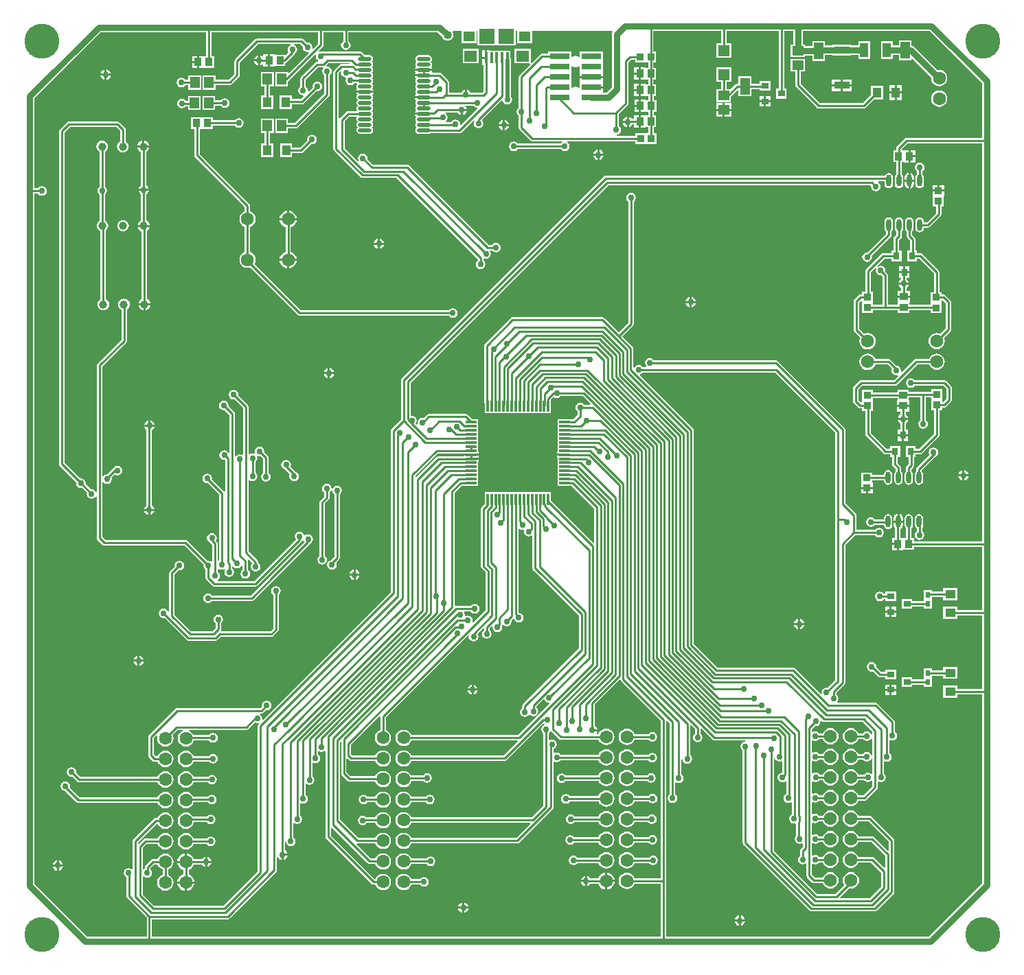
<source format=gbr>
%TF.GenerationSoftware,Altium Limited,Altium Designer,18.1.9 (240)*%
G04 Layer_Physical_Order=1*
G04 Layer_Color=255*
%FSLAX26Y26*%
%MOIN*%
%TF.FileFunction,Copper,L1,Top,Signal*%
%TF.Part,Single*%
G01*
G75*
%TA.AperFunction,SMDPad,CuDef*%
%ADD10R,0.045276X0.080709*%
%ADD11R,0.015748X0.053150*%
%ADD12R,0.062992X0.055118*%
%ADD13R,0.057087X0.051181*%
%ADD14R,0.074803X0.074803*%
%ADD15O,0.064961X0.019685*%
%ADD16R,0.053150X0.011811*%
%ADD17R,0.011811X0.053150*%
%ADD18O,0.023622X0.057087*%
%ADD19R,0.035433X0.031496*%
%ADD20R,0.045276X0.053150*%
%ADD21R,0.033465X0.037402*%
%ADD22R,0.037402X0.033465*%
%ADD23R,0.053150X0.045276*%
%ADD24R,0.023622X0.029528*%
%ADD25R,0.094488X0.029921*%
%ADD26R,0.043307X0.051181*%
%ADD27R,0.039370X0.070866*%
%ADD28R,0.057087X0.053150*%
%ADD29R,0.074803X0.035433*%
%ADD30R,0.031496X0.035433*%
%ADD31R,0.051181X0.043307*%
%ADD32R,0.035433X0.039370*%
%ADD33R,0.039370X0.035433*%
%TA.AperFunction,Conductor*%
%ADD34C,0.010000*%
%ADD35C,0.030000*%
%ADD36C,0.020000*%
%TA.AperFunction,ViaPad*%
%ADD37C,0.170000*%
%TA.AperFunction,ComponentPad*%
%ADD38C,0.062992*%
%ADD39C,0.039370*%
%TA.AperFunction,ViaPad*%
%ADD40C,0.030000*%
%ADD41C,0.040000*%
G36*
X4335858Y5869000D02*
Y5809409D01*
X4408945D01*
Y5869000D01*
X4414599D01*
Y5797599D01*
X4505401D01*
Y5797598D01*
X4509087D01*
Y5797599D01*
X4599890D01*
Y5869000D01*
X4605543Y5869000D01*
Y5809409D01*
X4678630D01*
Y5869000D01*
X5066684D01*
X5069356Y5864000D01*
X5067334Y5860974D01*
X5065549Y5852000D01*
Y5594713D01*
X5039286Y5568451D01*
X5028358D01*
X5024016Y5570039D01*
Y5590000D01*
X4966772D01*
Y5600000D01*
X5024016D01*
Y5615039D01*
X5024016Y5619961D01*
X5024016Y5624961D01*
Y5640000D01*
X4966772D01*
X4909528D01*
Y5624961D01*
X4909527Y5620039D01*
X4909528Y5615039D01*
Y5595565D01*
X4905043Y5593353D01*
X4903962Y5594183D01*
X4897227Y5596972D01*
X4890000Y5597924D01*
X4882773Y5596972D01*
X4876038Y5594183D01*
X4873472Y5592214D01*
X4868472Y5594680D01*
Y5617039D01*
X4868472Y5617961D01*
Y5622039D01*
X4868472Y5622961D01*
Y5667960D01*
X4868473D01*
Y5672040D01*
X4868472D01*
Y5695320D01*
X4873472Y5697786D01*
X4876038Y5695817D01*
X4882773Y5693028D01*
X4890000Y5692076D01*
X4897227Y5693028D01*
X4903962Y5695817D01*
X4906528Y5697786D01*
X4911528Y5695320D01*
X4911527Y5674132D01*
X4909527Y5669961D01*
X4909528Y5667868D01*
Y5650000D01*
X4966772D01*
X5024016D01*
X5024016Y5669961D01*
X5022016Y5674132D01*
X5022016Y5674961D01*
Y5717960D01*
X5022016D01*
Y5722040D01*
X5022016D01*
Y5767961D01*
X4911528D01*
Y5744680D01*
X4906528Y5742214D01*
X4903962Y5744183D01*
X4897227Y5746972D01*
X4890000Y5747924D01*
X4882773Y5746972D01*
X4876038Y5744183D01*
X4873472Y5742214D01*
X4868472Y5744680D01*
Y5767961D01*
X4757984D01*
Y5758255D01*
X4728000D01*
X4722928Y5757246D01*
X4718627Y5754373D01*
X4677724Y5713469D01*
X4672724Y5715541D01*
Y5782102D01*
X4593732D01*
Y5710984D01*
X4668168D01*
X4670239Y5705984D01*
X4618627Y5654373D01*
X4615754Y5650072D01*
X4614745Y5645000D01*
Y5494805D01*
X4611418Y5492582D01*
X4606334Y5484974D01*
X4604549Y5476000D01*
X4606334Y5467026D01*
X4611418Y5459418D01*
X4614745Y5457195D01*
Y5398000D01*
X4615754Y5392928D01*
X4618627Y5388627D01*
X4669646Y5337609D01*
X4673946Y5334736D01*
X4679019Y5333727D01*
X4826104D01*
X4827621Y5328727D01*
X4821418Y5324582D01*
X4819195Y5321255D01*
X4608805D01*
X4606582Y5324582D01*
X4598974Y5329666D01*
X4590000Y5331451D01*
X4581026Y5329666D01*
X4573418Y5324582D01*
X4568334Y5316974D01*
X4566549Y5308000D01*
X4568334Y5299026D01*
X4573418Y5291418D01*
X4581026Y5286334D01*
X4590000Y5284549D01*
X4598974Y5286334D01*
X4606582Y5291418D01*
X4608805Y5294745D01*
X4819195D01*
X4821418Y5291418D01*
X4829026Y5286334D01*
X4838000Y5284549D01*
X4846974Y5286334D01*
X4854582Y5291418D01*
X4859666Y5299026D01*
X4861451Y5308000D01*
X4859666Y5316974D01*
X4854582Y5324582D01*
X4848379Y5328727D01*
X4849896Y5333727D01*
X5181080D01*
Y5320281D01*
X5227261D01*
X5230545Y5320280D01*
X5235545Y5320281D01*
X5281726D01*
Y5373682D01*
X5270248D01*
Y5402399D01*
X5281253D01*
Y5457769D01*
X5268791D01*
Y5476777D01*
X5281730D01*
Y5532147D01*
X5269269D01*
Y5553315D01*
X5280717D01*
Y5608685D01*
X5268255D01*
Y5633315D01*
X5280717D01*
Y5688685D01*
X5268255D01*
Y5714299D01*
X5279732D01*
Y5767701D01*
X5268255D01*
Y5869000D01*
X5595745Y5869000D01*
Y5807575D01*
X5572457D01*
Y5738425D01*
X5645543D01*
Y5807575D01*
X5622255D01*
Y5869000D01*
X5875115D01*
Y5587748D01*
X5862654D01*
Y5540252D01*
X5914087D01*
Y5587748D01*
X5901625D01*
Y5869000D01*
X5945549D01*
Y5802638D01*
X5934425D01*
Y5741362D01*
X6003575D01*
Y5748549D01*
X6038362D01*
Y5723646D01*
X6099638D01*
Y5752179D01*
X6136599D01*
Y5749913D01*
X6227401D01*
Y5752549D01*
X6263315D01*
Y5732567D01*
X6318685D01*
Y5819433D01*
X6263315D01*
Y5799451D01*
X6227401D01*
Y5801346D01*
X6136599D01*
Y5799081D01*
X6099638D01*
Y5820354D01*
X6038362D01*
Y5795451D01*
X6003575D01*
Y5802638D01*
X5992451D01*
Y5869000D01*
X6608836Y5869000D01*
X6863549Y5614287D01*
Y5350255D01*
X6496598D01*
X6491526Y5349246D01*
X6487226Y5346373D01*
X6450627Y5309774D01*
X6447754Y5305474D01*
X6446745Y5300402D01*
Y5287685D01*
X6431709D01*
Y5232315D01*
X6446745D01*
Y5172986D01*
X6445717Y5172299D01*
X6441338Y5165746D01*
X6439801Y5158016D01*
Y5124551D01*
X6441338Y5116821D01*
X6445717Y5110268D01*
X6452270Y5105890D01*
X6460000Y5104352D01*
X6467730Y5105890D01*
X6474283Y5110268D01*
X6478662Y5116821D01*
X6480199Y5124551D01*
Y5158016D01*
X6478662Y5165746D01*
X6474283Y5172299D01*
X6473255Y5172986D01*
Y5232315D01*
X6482858D01*
Y5230315D01*
X6505575D01*
Y5260000D01*
Y5289685D01*
X6482858D01*
Y5287685D01*
X6473255D01*
Y5294911D01*
X6502089Y5323745D01*
X6863549D01*
Y3390033D01*
X6532359D01*
Y3404464D01*
X6518323D01*
Y3451723D01*
X6521283Y3453701D01*
X6525662Y3460254D01*
X6527199Y3467984D01*
Y3501449D01*
X6525662Y3509179D01*
X6521283Y3515732D01*
X6514730Y3520110D01*
X6507000Y3521648D01*
X6499270Y3520110D01*
X6492717Y3515732D01*
X6488338Y3509179D01*
X6486801Y3501449D01*
Y3467984D01*
X6488338Y3460254D01*
X6491813Y3455054D01*
Y3404464D01*
X6481210D01*
Y3406464D01*
X6466255D01*
Y3447936D01*
X6472725Y3452259D01*
X6477546Y3459474D01*
X6479238Y3467984D01*
Y3479716D01*
X6457000D01*
X6434762D01*
Y3467984D01*
X6436454Y3459474D01*
X6439745Y3454549D01*
Y3406464D01*
X6425777D01*
Y3381779D01*
X6453493D01*
Y3376779D01*
X6458493D01*
Y3347094D01*
X6481210D01*
Y3349094D01*
X6532359D01*
Y3363524D01*
X6863549D01*
Y3056159D01*
X6742057D01*
Y3072558D01*
X6674876D01*
Y3013251D01*
X6742057D01*
Y3029650D01*
X6863549D01*
Y2672931D01*
X6742057D01*
Y2689329D01*
X6674876D01*
Y2630023D01*
X6742057D01*
Y2646421D01*
X6863549D01*
Y1729714D01*
X6604286Y1470451D01*
X5330255D01*
Y1739063D01*
Y2515467D01*
X5334874Y2517381D01*
X5346745Y2505510D01*
Y2159805D01*
X5343418Y2157582D01*
X5338334Y2149974D01*
X5336549Y2141000D01*
X5338334Y2132026D01*
X5343418Y2124418D01*
X5351026Y2119334D01*
X5360000Y2117549D01*
X5368974Y2119334D01*
X5376582Y2124418D01*
X5381666Y2132026D01*
X5383451Y2141000D01*
X5381666Y2149974D01*
X5376582Y2157582D01*
X5373255Y2159805D01*
Y2216182D01*
X5378255Y2218854D01*
X5382026Y2216334D01*
X5391000Y2214549D01*
X5399974Y2216334D01*
X5407582Y2221418D01*
X5412666Y2229026D01*
X5414451Y2238000D01*
X5412666Y2246974D01*
X5407582Y2254582D01*
X5404255Y2256805D01*
Y2327962D01*
X5409255Y2328454D01*
X5410334Y2323026D01*
X5415418Y2315418D01*
X5423026Y2310334D01*
X5432000Y2308549D01*
X5440974Y2310334D01*
X5448582Y2315418D01*
X5453666Y2323026D01*
X5455451Y2332000D01*
X5453666Y2340974D01*
X5448582Y2348582D01*
X5445255Y2350805D01*
Y2494467D01*
X5449874Y2496381D01*
X5468745Y2477510D01*
Y2455805D01*
X5465418Y2453582D01*
X5460334Y2445974D01*
X5458549Y2437000D01*
X5460334Y2428026D01*
X5465418Y2420418D01*
X5473026Y2415334D01*
X5482000Y2413549D01*
X5490974Y2415334D01*
X5498582Y2420418D01*
X5503666Y2428026D01*
X5505451Y2437000D01*
X5503666Y2445974D01*
X5498582Y2453582D01*
X5495255Y2455805D01*
Y2477929D01*
X5500255Y2480000D01*
X5555127Y2425128D01*
X5559428Y2422254D01*
X5564500Y2421245D01*
X5712475D01*
X5712968Y2416245D01*
X5705026Y2414666D01*
X5697418Y2409582D01*
X5692334Y2401974D01*
X5690549Y2393000D01*
X5692334Y2384026D01*
X5697418Y2376418D01*
X5700745Y2374195D01*
Y1925544D01*
X5701754Y1920472D01*
X5704627Y1916172D01*
X6025172Y1595628D01*
X6029472Y1592754D01*
X6034544Y1591745D01*
X6343000D01*
X6348072Y1592754D01*
X6352373Y1595628D01*
X6432373Y1675628D01*
X6435246Y1679928D01*
X6436255Y1685000D01*
Y1936000D01*
X6435246Y1941072D01*
X6432373Y1945372D01*
X6326087Y2051658D01*
X6321787Y2054531D01*
X6316715Y2055540D01*
X6263924D01*
X6261164Y2062204D01*
X6254833Y2070454D01*
X6246583Y2076785D01*
X6236975Y2080765D01*
X6226664Y2082122D01*
X6216354Y2080765D01*
X6206746Y2076785D01*
X6198496Y2070454D01*
X6192165Y2062204D01*
X6188185Y2052596D01*
X6186828Y2042285D01*
X6188185Y2031975D01*
X6192165Y2022367D01*
X6198496Y2014116D01*
X6206746Y2007786D01*
X6216354Y2003806D01*
X6226664Y2002448D01*
X6236975Y2003806D01*
X6246583Y2007786D01*
X6254833Y2014116D01*
X6261164Y2022367D01*
X6263924Y2029031D01*
X6311224D01*
X6409745Y1930510D01*
Y1888533D01*
X6405126Y1886619D01*
X6340087Y1951658D01*
X6335787Y1954531D01*
X6330715Y1955540D01*
X6263924D01*
X6261164Y1962204D01*
X6254833Y1970454D01*
X6246583Y1976785D01*
X6236975Y1980765D01*
X6226664Y1982122D01*
X6216354Y1980765D01*
X6206746Y1976785D01*
X6198496Y1970454D01*
X6192165Y1962204D01*
X6188185Y1952596D01*
X6186828Y1942285D01*
X6188185Y1931975D01*
X6192165Y1922367D01*
X6198496Y1914116D01*
X6206746Y1907786D01*
X6216354Y1903806D01*
X6226664Y1902448D01*
X6236975Y1903806D01*
X6246583Y1907786D01*
X6254833Y1914116D01*
X6261164Y1922367D01*
X6263924Y1929031D01*
X6325224D01*
X6391745Y1862510D01*
Y1806103D01*
X6387126Y1804190D01*
X6339658Y1851658D01*
X6335358Y1854531D01*
X6330285Y1855540D01*
X6263924D01*
X6261164Y1862204D01*
X6254833Y1870454D01*
X6246583Y1876785D01*
X6236975Y1880765D01*
X6226664Y1882122D01*
X6216354Y1880765D01*
X6206746Y1876785D01*
X6198496Y1870454D01*
X6192165Y1862204D01*
X6188185Y1852596D01*
X6186828Y1842285D01*
X6188185Y1831975D01*
X6192165Y1822367D01*
X6198496Y1814116D01*
X6206746Y1807786D01*
X6216354Y1803806D01*
X6226664Y1802448D01*
X6236975Y1803806D01*
X6246583Y1807786D01*
X6254833Y1814116D01*
X6261164Y1822367D01*
X6263924Y1829031D01*
X6324795D01*
X6373745Y1780080D01*
Y1711490D01*
X6316510Y1654255D01*
X6173533D01*
X6171619Y1658874D01*
X6216528Y1703783D01*
X6226664Y1702448D01*
X6236975Y1703806D01*
X6246583Y1707786D01*
X6254833Y1714116D01*
X6261164Y1722367D01*
X6265144Y1731975D01*
X6266501Y1742285D01*
X6265144Y1752596D01*
X6261164Y1762204D01*
X6254833Y1770454D01*
X6246583Y1776785D01*
X6236975Y1780765D01*
X6226664Y1782122D01*
X6216354Y1780765D01*
X6206746Y1776785D01*
X6198496Y1770454D01*
X6192165Y1762204D01*
X6188185Y1752596D01*
X6186828Y1742285D01*
X6188185Y1731975D01*
X6192165Y1722367D01*
X6194534Y1719279D01*
X6149510Y1674255D01*
X6063490D01*
X5852255Y1885490D01*
Y2336813D01*
X5857255Y2337305D01*
X5858049Y2333311D01*
X5863133Y2325703D01*
X5870740Y2320620D01*
X5879715Y2318835D01*
X5888689Y2320620D01*
X5890050Y2321530D01*
X5894460Y2319173D01*
Y2265828D01*
X5894000Y2265451D01*
X5885026Y2263666D01*
X5877418Y2258582D01*
X5872334Y2250974D01*
X5870549Y2242000D01*
X5872334Y2233026D01*
X5877418Y2225418D01*
X5885026Y2220334D01*
X5894000Y2218549D01*
X5902974Y2220334D01*
X5908031Y2223713D01*
X5913031Y2221040D01*
Y2163666D01*
X5913026Y2163666D01*
X5905418Y2158582D01*
X5900334Y2150974D01*
X5898549Y2142000D01*
X5900334Y2133026D01*
X5905418Y2125418D01*
X5913026Y2120334D01*
X5922000Y2118549D01*
X5930974Y2120334D01*
X5933745Y2122186D01*
X5938745Y2119514D01*
Y2062142D01*
X5933418Y2058582D01*
X5928334Y2050974D01*
X5926549Y2042000D01*
X5928334Y2033026D01*
X5933418Y2025418D01*
X5941026Y2020334D01*
X5950000Y2018549D01*
X5954921Y2019528D01*
X5959921Y2015425D01*
Y1957342D01*
X5956334Y1951974D01*
X5954549Y1943000D01*
X5956334Y1934026D01*
X5961418Y1926418D01*
X5969026Y1921334D01*
X5978000Y1919549D01*
X5986974Y1921334D01*
X5988336Y1922244D01*
X5992745Y1919887D01*
Y1904490D01*
X5982627Y1894372D01*
X5979754Y1890072D01*
X5978745Y1885000D01*
Y1861805D01*
X5975418Y1859582D01*
X5970334Y1851974D01*
X5968549Y1843000D01*
X5970334Y1834026D01*
X5975418Y1826418D01*
X5983026Y1821334D01*
X5992000Y1819549D01*
X6000974Y1821334D01*
X6006031Y1824713D01*
X6011031Y1822040D01*
Y1764715D01*
X6012040Y1759642D01*
X6014913Y1755342D01*
X6037627Y1732628D01*
X6041928Y1729754D01*
X6047000Y1728745D01*
X6089523D01*
X6092165Y1722367D01*
X6098496Y1714116D01*
X6106746Y1707786D01*
X6116354Y1703806D01*
X6126664Y1702448D01*
X6136975Y1703806D01*
X6146583Y1707786D01*
X6154833Y1714116D01*
X6161164Y1722367D01*
X6165144Y1731975D01*
X6166501Y1742285D01*
X6165144Y1752596D01*
X6161164Y1762204D01*
X6154833Y1770454D01*
X6146583Y1776785D01*
X6136975Y1780765D01*
X6126664Y1782122D01*
X6116354Y1780765D01*
X6106746Y1776785D01*
X6098496Y1770454D01*
X6092165Y1762204D01*
X6089286Y1755255D01*
X6052490D01*
X6037540Y1770205D01*
Y1820318D01*
X6041950Y1822675D01*
X6045026Y1820620D01*
X6054000Y1818835D01*
X6062974Y1820620D01*
X6070582Y1825703D01*
X6072805Y1829031D01*
X6089405D01*
X6092165Y1822367D01*
X6098496Y1814116D01*
X6106746Y1807786D01*
X6116354Y1803806D01*
X6126664Y1802448D01*
X6136975Y1803806D01*
X6146583Y1807786D01*
X6154833Y1814116D01*
X6161164Y1822367D01*
X6165144Y1831975D01*
X6166501Y1842285D01*
X6165144Y1852596D01*
X6161164Y1862204D01*
X6154833Y1870454D01*
X6146583Y1876785D01*
X6136975Y1880765D01*
X6126664Y1882122D01*
X6116354Y1880765D01*
X6106746Y1876785D01*
X6098496Y1870454D01*
X6092165Y1862204D01*
X6089405Y1855540D01*
X6072805D01*
X6070582Y1858867D01*
X6062974Y1863951D01*
X6054000Y1865736D01*
X6045026Y1863951D01*
X6041950Y1861895D01*
X6037540Y1864252D01*
Y1920515D01*
X6042540Y1923188D01*
X6045740Y1921049D01*
X6054715Y1919264D01*
X6063689Y1921049D01*
X6071297Y1926133D01*
X6073233Y1929031D01*
X6089405D01*
X6092165Y1922367D01*
X6098496Y1914116D01*
X6106746Y1907786D01*
X6116354Y1903806D01*
X6126664Y1902448D01*
X6136975Y1903806D01*
X6146583Y1907786D01*
X6154833Y1914116D01*
X6161164Y1922367D01*
X6165144Y1931975D01*
X6166501Y1942285D01*
X6165144Y1952596D01*
X6161164Y1962204D01*
X6154833Y1970454D01*
X6146583Y1976785D01*
X6136975Y1980765D01*
X6126664Y1982122D01*
X6116354Y1980765D01*
X6106746Y1976785D01*
X6098496Y1970454D01*
X6092165Y1962204D01*
X6089405Y1955540D01*
X6073807D01*
X6071297Y1959297D01*
X6063689Y1964380D01*
X6054715Y1966165D01*
X6045740Y1964380D01*
X6042540Y1962242D01*
X6037540Y1964914D01*
Y2019172D01*
X6041950Y2021530D01*
X6043311Y2020620D01*
X6052285Y2018835D01*
X6061260Y2020620D01*
X6068867Y2025703D01*
X6071091Y2029031D01*
X6089405D01*
X6092165Y2022367D01*
X6098496Y2014116D01*
X6106746Y2007786D01*
X6116354Y2003806D01*
X6126664Y2002448D01*
X6136975Y2003806D01*
X6146583Y2007786D01*
X6154833Y2014116D01*
X6161164Y2022367D01*
X6165144Y2031975D01*
X6166501Y2042285D01*
X6165144Y2052596D01*
X6161164Y2062204D01*
X6154833Y2070454D01*
X6146583Y2076785D01*
X6136975Y2080765D01*
X6126664Y2082122D01*
X6116354Y2080765D01*
X6106746Y2076785D01*
X6098496Y2070454D01*
X6092165Y2062204D01*
X6089405Y2055540D01*
X6071091D01*
X6068867Y2058867D01*
X6061260Y2063951D01*
X6052285Y2065736D01*
X6043311Y2063951D01*
X6041950Y2063041D01*
X6037540Y2065398D01*
Y2120086D01*
X6042540Y2122758D01*
X6045740Y2120620D01*
X6054715Y2118835D01*
X6063689Y2120620D01*
X6071297Y2125703D01*
X6073520Y2129031D01*
X6089405D01*
X6092165Y2122367D01*
X6098496Y2114116D01*
X6106746Y2107786D01*
X6116354Y2103806D01*
X6126664Y2102448D01*
X6136975Y2103806D01*
X6146583Y2107786D01*
X6154833Y2114116D01*
X6161164Y2122367D01*
X6165144Y2131975D01*
X6166501Y2142285D01*
X6165144Y2152596D01*
X6161164Y2162204D01*
X6154833Y2170454D01*
X6146583Y2176785D01*
X6136975Y2180765D01*
X6126664Y2182122D01*
X6116354Y2180765D01*
X6106746Y2176785D01*
X6098496Y2170454D01*
X6092165Y2162204D01*
X6089405Y2155540D01*
X6073520D01*
X6071297Y2158867D01*
X6063689Y2163951D01*
X6054715Y2165736D01*
X6045740Y2163951D01*
X6042540Y2161812D01*
X6037540Y2164485D01*
Y2220467D01*
X6042540Y2223140D01*
X6046311Y2220620D01*
X6055285Y2218835D01*
X6064260Y2220620D01*
X6071867Y2225703D01*
X6074091Y2229031D01*
X6089405D01*
X6092165Y2222367D01*
X6098496Y2214116D01*
X6106746Y2207786D01*
X6116354Y2203806D01*
X6126664Y2202448D01*
X6136975Y2203806D01*
X6146583Y2207786D01*
X6154833Y2214116D01*
X6161164Y2222367D01*
X6165144Y2231975D01*
X6166501Y2242285D01*
X6165144Y2252596D01*
X6161164Y2262204D01*
X6154833Y2270454D01*
X6146583Y2276785D01*
X6136975Y2280765D01*
X6126664Y2282122D01*
X6116354Y2280765D01*
X6106746Y2276785D01*
X6098496Y2270454D01*
X6092165Y2262204D01*
X6089405Y2255540D01*
X6074091D01*
X6071867Y2258867D01*
X6064260Y2263951D01*
X6055285Y2265736D01*
X6046311Y2263951D01*
X6042540Y2261431D01*
X6037540Y2264104D01*
Y2320086D01*
X6042540Y2322758D01*
X6045740Y2320620D01*
X6054715Y2318835D01*
X6063689Y2320620D01*
X6071297Y2325703D01*
X6073520Y2329031D01*
X6089405D01*
X6092165Y2322367D01*
X6098496Y2314116D01*
X6106746Y2307786D01*
X6116354Y2303806D01*
X6126664Y2302448D01*
X6136975Y2303806D01*
X6146583Y2307786D01*
X6154833Y2314116D01*
X6161164Y2322367D01*
X6165144Y2331975D01*
X6166501Y2342285D01*
X6165144Y2352596D01*
X6161164Y2362204D01*
X6154833Y2370454D01*
X6146583Y2376785D01*
X6136975Y2380765D01*
X6126664Y2382122D01*
X6116354Y2380765D01*
X6106746Y2376785D01*
X6098496Y2370454D01*
X6092165Y2362204D01*
X6089405Y2355540D01*
X6073520D01*
X6071297Y2358867D01*
X6063689Y2363951D01*
X6054715Y2365736D01*
X6045740Y2363951D01*
X6042540Y2361812D01*
X6037540Y2364485D01*
Y2420128D01*
X6041950Y2422485D01*
X6044740Y2420620D01*
X6053715Y2418835D01*
X6062689Y2420620D01*
X6070297Y2425703D01*
X6072520Y2429031D01*
X6089405D01*
X6092165Y2422367D01*
X6098496Y2414116D01*
X6106746Y2407786D01*
X6116354Y2403806D01*
X6126664Y2402448D01*
X6136975Y2403806D01*
X6146583Y2407786D01*
X6154833Y2414116D01*
X6161164Y2422367D01*
X6165144Y2431975D01*
X6166501Y2442285D01*
X6165144Y2452596D01*
X6161164Y2462204D01*
X6154833Y2470454D01*
X6146583Y2476785D01*
X6136975Y2480765D01*
X6126664Y2482122D01*
X6116354Y2480765D01*
X6106746Y2476785D01*
X6098496Y2470454D01*
X6092165Y2462204D01*
X6089405Y2455540D01*
X6072520D01*
X6070297Y2458867D01*
X6062689Y2463951D01*
X6053715Y2465736D01*
X6044740Y2463951D01*
X6041950Y2462086D01*
X6037540Y2464443D01*
Y2476795D01*
X6052075Y2491330D01*
X6056000Y2490549D01*
X6064974Y2492334D01*
X6072582Y2497418D01*
X6077666Y2505026D01*
X6079451Y2514000D01*
X6079020Y2516164D01*
X6083628Y2518627D01*
X6086627Y2515628D01*
X6090928Y2512754D01*
X6096000Y2511745D01*
X6283510D01*
X6330745Y2464510D01*
Y2454173D01*
X6326112Y2451513D01*
X6325745Y2451567D01*
X6320867Y2458867D01*
X6313260Y2463951D01*
X6304285Y2465736D01*
X6295311Y2463951D01*
X6287703Y2458867D01*
X6285480Y2455540D01*
X6263924D01*
X6261164Y2462204D01*
X6254833Y2470454D01*
X6246583Y2476785D01*
X6236975Y2480765D01*
X6226664Y2482122D01*
X6216354Y2480765D01*
X6206746Y2476785D01*
X6198496Y2470454D01*
X6192165Y2462204D01*
X6188185Y2452596D01*
X6186828Y2442285D01*
X6188185Y2431975D01*
X6192165Y2422367D01*
X6198496Y2414116D01*
X6206746Y2407786D01*
X6216354Y2403806D01*
X6226664Y2402448D01*
X6236975Y2403806D01*
X6246583Y2407786D01*
X6254833Y2414116D01*
X6261164Y2422367D01*
X6263924Y2429031D01*
X6285480D01*
X6287703Y2425703D01*
X6295311Y2420620D01*
X6304285Y2418835D01*
X6313260Y2420620D01*
X6320867Y2425703D01*
X6325745Y2433003D01*
X6326112Y2433057D01*
X6330745Y2430398D01*
Y2349917D01*
X6325745Y2349424D01*
X6325380Y2351260D01*
X6320297Y2358867D01*
X6312689Y2363951D01*
X6303715Y2365736D01*
X6294740Y2363951D01*
X6287133Y2358867D01*
X6284909Y2355540D01*
X6263924D01*
X6261164Y2362204D01*
X6254833Y2370454D01*
X6246583Y2376785D01*
X6236975Y2380765D01*
X6226664Y2382122D01*
X6216354Y2380765D01*
X6206746Y2376785D01*
X6198496Y2370454D01*
X6192165Y2362204D01*
X6188185Y2352596D01*
X6186828Y2342285D01*
X6188185Y2331975D01*
X6192165Y2322367D01*
X6198496Y2314116D01*
X6206746Y2307786D01*
X6216354Y2303806D01*
X6226664Y2302448D01*
X6236975Y2303806D01*
X6246583Y2307786D01*
X6254833Y2314116D01*
X6261164Y2322367D01*
X6263924Y2329031D01*
X6284909D01*
X6287133Y2325703D01*
X6294740Y2320620D01*
X6303715Y2318835D01*
X6312689Y2320620D01*
X6320297Y2325703D01*
X6325380Y2333311D01*
X6325745Y2335146D01*
X6330745Y2334654D01*
Y2259070D01*
X6325745Y2257554D01*
X6324867Y2258867D01*
X6317260Y2263951D01*
X6308285Y2265736D01*
X6299311Y2263951D01*
X6291703Y2258867D01*
X6289480Y2255540D01*
X6263924D01*
X6261164Y2262204D01*
X6254833Y2270454D01*
X6246583Y2276785D01*
X6236975Y2280765D01*
X6226664Y2282122D01*
X6216354Y2280765D01*
X6206746Y2276785D01*
X6198496Y2270454D01*
X6192165Y2262204D01*
X6188185Y2252596D01*
X6186828Y2242285D01*
X6188185Y2231975D01*
X6192165Y2222367D01*
X6198496Y2214116D01*
X6206746Y2207786D01*
X6216354Y2203806D01*
X6226664Y2202448D01*
X6236975Y2203806D01*
X6246583Y2207786D01*
X6254833Y2214116D01*
X6261164Y2222367D01*
X6263924Y2229031D01*
X6289480D01*
X6291703Y2225703D01*
X6299311Y2220620D01*
X6308285Y2218835D01*
X6317260Y2220620D01*
X6324867Y2225703D01*
X6325745Y2227017D01*
X6330745Y2225500D01*
Y2199490D01*
X6286795Y2155540D01*
X6263924D01*
X6261164Y2162204D01*
X6254833Y2170454D01*
X6246583Y2176785D01*
X6236975Y2180765D01*
X6226664Y2182122D01*
X6216354Y2180765D01*
X6206746Y2176785D01*
X6198496Y2170454D01*
X6192165Y2162204D01*
X6188185Y2152596D01*
X6186828Y2142285D01*
X6188185Y2131975D01*
X6192165Y2122367D01*
X6198496Y2114116D01*
X6206746Y2107786D01*
X6216354Y2103806D01*
X6226664Y2102448D01*
X6236975Y2103806D01*
X6246583Y2107786D01*
X6254833Y2114116D01*
X6261164Y2122367D01*
X6263924Y2129031D01*
X6292285D01*
X6297358Y2130040D01*
X6301658Y2132913D01*
X6353373Y2184628D01*
X6356246Y2188928D01*
X6357255Y2194000D01*
Y2219841D01*
X6361664Y2222198D01*
X6364026Y2220620D01*
X6373000Y2218835D01*
X6381974Y2220620D01*
X6389582Y2225703D01*
X6394666Y2233311D01*
X6396451Y2242285D01*
X6394666Y2251260D01*
X6389582Y2258867D01*
X6385255Y2261759D01*
Y2318887D01*
X6389664Y2321244D01*
X6391026Y2320334D01*
X6400000Y2318549D01*
X6408974Y2320334D01*
X6416582Y2325418D01*
X6421666Y2333026D01*
X6423451Y2342000D01*
X6421666Y2350974D01*
X6416582Y2358582D01*
X6413255Y2360805D01*
Y2420887D01*
X6417664Y2423244D01*
X6419026Y2422334D01*
X6428000Y2420549D01*
X6436974Y2422334D01*
X6444582Y2427418D01*
X6449666Y2435026D01*
X6451451Y2444000D01*
X6449666Y2452974D01*
X6444582Y2460582D01*
X6441255Y2462805D01*
Y2511000D01*
X6440246Y2516072D01*
X6437373Y2520372D01*
X6357373Y2600372D01*
X6353072Y2603246D01*
X6348000Y2604255D01*
X6159855D01*
X6158338Y2609255D01*
X6158582Y2609418D01*
X6163666Y2617026D01*
X6165451Y2626000D01*
X6163666Y2634974D01*
X6158582Y2642582D01*
X6155255Y2644805D01*
Y2653785D01*
X6195373Y2693903D01*
X6198246Y2698203D01*
X6199255Y2703276D01*
Y3371510D01*
X6246490Y3418745D01*
X6344195D01*
X6346418Y3415418D01*
X6354026Y3410334D01*
X6363000Y3408549D01*
X6371974Y3410334D01*
X6379582Y3415418D01*
X6384666Y3423026D01*
X6386451Y3432000D01*
X6384666Y3440974D01*
X6379582Y3448582D01*
X6371974Y3453666D01*
X6363000Y3455451D01*
X6354026Y3453666D01*
X6346418Y3448582D01*
X6344195Y3445255D01*
X6254255D01*
Y3515000D01*
X6253246Y3520072D01*
X6250373Y3524372D01*
X6200255Y3574490D01*
Y3926000D01*
X6199246Y3931072D01*
X6198276Y3932524D01*
Y3932573D01*
X6198276Y3932574D01*
X6198276Y3932574D01*
Y3932582D01*
X6197797Y3934983D01*
X6197267Y3937646D01*
X6197265Y3937650D01*
X6197264Y3937654D01*
X6195843Y3939778D01*
X6194394Y3941946D01*
X5872890Y4263450D01*
X5868590Y4266323D01*
X5863518Y4267332D01*
X5856945D01*
X5268866Y4270164D01*
X5266582Y4273582D01*
X5258974Y4278665D01*
X5250000Y4280450D01*
X5241026Y4278665D01*
X5233418Y4273582D01*
X5228334Y4265974D01*
X5226549Y4257000D01*
X5228334Y4248026D01*
X5232859Y4241255D01*
X5231334Y4236255D01*
X5214805D01*
X5212582Y4239582D01*
X5204974Y4244666D01*
X5196000Y4246451D01*
X5187026Y4244666D01*
X5179418Y4239582D01*
X5175255Y4233351D01*
X5170255Y4234868D01*
Y4283000D01*
X5170155Y4283500D01*
X5170255Y4284000D01*
Y4327000D01*
X5169246Y4332072D01*
X5166373Y4336373D01*
X5117245Y4385500D01*
X5168373Y4436627D01*
X5171246Y4440928D01*
X5172255Y4446000D01*
Y5040195D01*
X5175582Y5042418D01*
X5180666Y5050026D01*
X5182451Y5059000D01*
X5180666Y5067974D01*
X5175582Y5075582D01*
X5167974Y5080666D01*
X5159000Y5082451D01*
X5150026Y5080666D01*
X5142418Y5075582D01*
X5137334Y5067974D01*
X5135549Y5059000D01*
X5137334Y5050026D01*
X5142418Y5042418D01*
X5145745Y5040195D01*
Y4451490D01*
X5098500Y4404245D01*
X5029373Y4473373D01*
X5025072Y4476246D01*
X5020000Y4477255D01*
X4583000D01*
X4577928Y4476246D01*
X4573627Y4473373D01*
X4449627Y4349373D01*
X4446754Y4345072D01*
X4445745Y4340000D01*
Y4068000D01*
X4446754Y4062928D01*
X4448457Y4060380D01*
Y4011803D01*
X4771543D01*
Y4077798D01*
X4784063Y4090318D01*
X4790026Y4086334D01*
X4799000Y4084549D01*
X4807974Y4086334D01*
X4815582Y4091418D01*
X4817805Y4094745D01*
X4924931D01*
X4961802Y4057874D01*
X4959889Y4053255D01*
X4930805D01*
X4928582Y4056582D01*
X4920974Y4061666D01*
X4912000Y4063451D01*
X4903026Y4061666D01*
X4895418Y4056582D01*
X4890334Y4048974D01*
X4888549Y4040000D01*
X4890334Y4031026D01*
X4895418Y4023418D01*
X4898745Y4021195D01*
Y4001490D01*
X4878148Y3980892D01*
X4870953D01*
Y3981543D01*
X4801803D01*
Y3953732D01*
Y3914362D01*
Y3874992D01*
Y3826063D01*
X4799803D01*
Y3815157D01*
X4836378D01*
Y3805157D01*
X4799803D01*
Y3794252D01*
X4801803D01*
Y3776567D01*
Y3737197D01*
Y3697827D01*
Y3658457D01*
X4870953D01*
X4874736Y3655519D01*
X4980745Y3549510D01*
Y3383533D01*
X4976126Y3381619D01*
X4771543Y3586202D01*
Y3628197D01*
X4448457D01*
Y3568711D01*
X4434627Y3554882D01*
X4431754Y3550582D01*
X4430745Y3545510D01*
Y3267000D01*
X4431754Y3261928D01*
X4434627Y3257628D01*
X4451745Y3240510D01*
Y3054490D01*
X4393883Y2996628D01*
X4389275Y2999091D01*
X4390451Y3005000D01*
X4388666Y3013974D01*
X4383582Y3021582D01*
X4375974Y3026666D01*
X4367000Y3028451D01*
X4358026Y3026666D01*
X4356022Y3025327D01*
X4351522Y3028334D01*
X4352451Y3033000D01*
X4350666Y3041974D01*
X4348814Y3044745D01*
X4351486Y3049745D01*
X4379858D01*
X4383418Y3044418D01*
X4391026Y3039334D01*
X4400000Y3037549D01*
X4408974Y3039334D01*
X4416582Y3044418D01*
X4421666Y3052026D01*
X4423451Y3061000D01*
X4421666Y3069974D01*
X4416582Y3077582D01*
X4408974Y3082666D01*
X4400000Y3084451D01*
X4391026Y3082666D01*
X4383418Y3077582D01*
X4382531Y3076255D01*
X4311000D01*
X4309255Y3075907D01*
X4304255Y3079684D01*
Y3625510D01*
X4337853Y3659108D01*
X4349047D01*
Y3658457D01*
X4418197D01*
Y3697827D01*
Y3737197D01*
Y3774567D01*
X4420197D01*
Y3785472D01*
X4383622D01*
Y3795472D01*
X4420197D01*
Y3805158D01*
X4383622D01*
X4347047D01*
Y3803727D01*
X4224472D01*
X4219400Y3802718D01*
X4215100Y3799845D01*
X4118062Y3702807D01*
X4112832Y3704648D01*
X4112435Y3707690D01*
X4221333Y3816588D01*
X4347047D01*
Y3815158D01*
X4383622D01*
X4420197D01*
Y3826063D01*
X4418197D01*
Y3855307D01*
Y3894677D01*
Y3934047D01*
Y3981543D01*
X4388462D01*
X4366632Y4003372D01*
X4362332Y4006246D01*
X4357260Y4007255D01*
X4177000D01*
X4171928Y4006246D01*
X4167627Y4003372D01*
X4152593Y3988338D01*
X4147000Y3989451D01*
X4138026Y3987666D01*
X4130418Y3982582D01*
X4125334Y3974974D01*
X4123549Y3966000D01*
X4124294Y3962258D01*
X4120317Y3956620D01*
X4119282Y3956463D01*
X4114483Y3961262D01*
X4117666Y3966026D01*
X4119451Y3975000D01*
X4117666Y3983974D01*
X4112582Y3991582D01*
X4104974Y3996666D01*
X4096000Y3998451D01*
X4093120Y3997878D01*
X4089255Y4001050D01*
Y4158510D01*
X5048490Y5117745D01*
X5092999D01*
X5093000Y5117745D01*
X6320395Y5117745D01*
X6324549Y5113000D01*
X6326334Y5104026D01*
X6331418Y5096418D01*
X6339026Y5091334D01*
X6348000Y5089549D01*
X6356974Y5091334D01*
X6364582Y5096418D01*
X6369666Y5104026D01*
X6371451Y5113000D01*
X6369666Y5121974D01*
X6364582Y5129582D01*
X6358351Y5133745D01*
X6359868Y5138745D01*
X6389801D01*
Y5124551D01*
X6391338Y5116821D01*
X6395717Y5110268D01*
X6402270Y5105890D01*
X6410000Y5104352D01*
X6417730Y5105890D01*
X6424283Y5110268D01*
X6428662Y5116821D01*
X6430199Y5124551D01*
Y5158016D01*
X6428662Y5165746D01*
X6424283Y5172299D01*
X6417730Y5176677D01*
X6410000Y5178215D01*
X6402270Y5176677D01*
X6395717Y5172299D01*
X6391338Y5165746D01*
X6391241Y5165255D01*
X6334000D01*
X5081001Y5165255D01*
X5081000Y5165255D01*
X5035716D01*
X5030644Y5164246D01*
X5026343Y5161373D01*
X4046628Y4181657D01*
X4043754Y4177357D01*
X4042745Y4172284D01*
Y3981088D01*
X3997628Y3935970D01*
X3994754Y3931670D01*
X3993745Y3926598D01*
Y3143490D01*
X3371883Y2521628D01*
X3367275Y2524091D01*
X3368451Y2530000D01*
X3366666Y2538974D01*
X3361582Y2546582D01*
X3358345Y2548745D01*
X3359861Y2553745D01*
X3367000D01*
X3372072Y2554754D01*
X3376372Y2557628D01*
X3387075Y2568330D01*
X3391000Y2567549D01*
X3399974Y2569334D01*
X3407582Y2574418D01*
X3412666Y2582026D01*
X3414451Y2591000D01*
X3412666Y2599974D01*
X3407582Y2607582D01*
X3399974Y2612666D01*
X3391000Y2614451D01*
X3382026Y2612666D01*
X3374418Y2607582D01*
X3369334Y2599974D01*
X3367549Y2591000D01*
X3368330Y2587075D01*
X3361510Y2580255D01*
X2957000D01*
X2951928Y2579246D01*
X2947628Y2576372D01*
X2819128Y2447872D01*
X2816254Y2443572D01*
X2815245Y2438500D01*
X2815745Y2435986D01*
Y2349727D01*
X2816754Y2344655D01*
X2819628Y2340355D01*
X2837263Y2322719D01*
X2841564Y2319846D01*
X2846636Y2318837D01*
X2861274D01*
X2864035Y2312173D01*
X2870365Y2303923D01*
X2878616Y2297592D01*
X2888224Y2293612D01*
X2898534Y2292255D01*
X2908845Y2293612D01*
X2918453Y2297592D01*
X2926703Y2303923D01*
X2933034Y2312173D01*
X2937014Y2321781D01*
X2938371Y2332092D01*
X2937014Y2342402D01*
X2933034Y2352010D01*
X2926703Y2360260D01*
X2918453Y2366591D01*
X2908845Y2370571D01*
X2898534Y2371928D01*
X2888224Y2370571D01*
X2878616Y2366591D01*
X2870365Y2360260D01*
X2864035Y2352010D01*
X2861274Y2345346D01*
X2852126D01*
X2842255Y2355218D01*
Y2433510D01*
X2857115Y2448370D01*
X2861354Y2445537D01*
X2860055Y2442402D01*
X2858697Y2432092D01*
X2860055Y2421781D01*
X2864035Y2412173D01*
X2870365Y2403923D01*
X2878616Y2397592D01*
X2888224Y2393612D01*
X2898534Y2392255D01*
X2908845Y2393612D01*
X2918453Y2397592D01*
X2926703Y2403923D01*
X2933034Y2412173D01*
X2937014Y2421781D01*
X2938371Y2432092D01*
X2937014Y2442402D01*
X2934253Y2449066D01*
X2958933Y2473745D01*
X2982821D01*
X2983816Y2468745D01*
X2978616Y2466591D01*
X2970365Y2460260D01*
X2964035Y2452010D01*
X2960055Y2442402D01*
X2958697Y2432092D01*
X2960055Y2421781D01*
X2964035Y2412173D01*
X2970365Y2403923D01*
X2978616Y2397592D01*
X2988224Y2393612D01*
X2998534Y2392255D01*
X3008845Y2393612D01*
X3018453Y2397592D01*
X3026703Y2403923D01*
X3033034Y2412173D01*
X3036585Y2420745D01*
X3111195D01*
X3113418Y2417418D01*
X3121026Y2412334D01*
X3130000Y2410549D01*
X3138974Y2412334D01*
X3146582Y2417418D01*
X3151666Y2425026D01*
X3153451Y2434000D01*
X3151666Y2442974D01*
X3146582Y2450582D01*
X3138974Y2455666D01*
X3130000Y2457451D01*
X3121026Y2455666D01*
X3113418Y2450582D01*
X3111195Y2447255D01*
X3035004D01*
X3033034Y2452010D01*
X3026703Y2460260D01*
X3018453Y2466591D01*
X3013252Y2468745D01*
X3014247Y2473745D01*
X3294000D01*
X3299072Y2474754D01*
X3303372Y2477628D01*
X3334859Y2509114D01*
X3336026Y2508334D01*
X3345000Y2506549D01*
X3350909Y2507725D01*
X3353372Y2503117D01*
X3350628Y2500372D01*
X3347754Y2496072D01*
X3346745Y2491000D01*
Y1785490D01*
X3179510Y1618255D01*
X2844490D01*
X2789255Y1673490D01*
Y1760145D01*
X2794255Y1761662D01*
X2794418Y1761418D01*
X2802026Y1756334D01*
X2811000Y1754549D01*
X2819974Y1756334D01*
X2827582Y1761418D01*
X2832666Y1769026D01*
X2834451Y1778000D01*
X2832666Y1786974D01*
X2827582Y1794582D01*
X2826758Y1795132D01*
X2826370Y1800625D01*
X2844582Y1818837D01*
X2861274D01*
X2864035Y1812173D01*
X2870365Y1803923D01*
X2878616Y1797592D01*
X2885280Y1794832D01*
Y1769351D01*
X2878616Y1766591D01*
X2870365Y1760261D01*
X2864035Y1752010D01*
X2860055Y1742402D01*
X2858697Y1732092D01*
X2860055Y1721781D01*
X2864035Y1712173D01*
X2870365Y1703923D01*
X2878616Y1697592D01*
X2888224Y1693612D01*
X2898534Y1692255D01*
X2908845Y1693612D01*
X2918453Y1697592D01*
X2926703Y1703923D01*
X2933034Y1712173D01*
X2937014Y1721781D01*
X2938371Y1732092D01*
X2937014Y1742402D01*
X2933034Y1752010D01*
X2926703Y1760261D01*
X2918453Y1766591D01*
X2911789Y1769351D01*
Y1794832D01*
X2918453Y1797592D01*
X2926703Y1803923D01*
X2933034Y1812173D01*
X2937014Y1821781D01*
X2938371Y1832092D01*
X2937014Y1842402D01*
X2933034Y1852010D01*
X2926703Y1860261D01*
X2918453Y1866591D01*
X2908845Y1870571D01*
X2898534Y1871928D01*
X2888224Y1870571D01*
X2878616Y1866591D01*
X2870365Y1860261D01*
X2864035Y1852010D01*
X2861274Y1845346D01*
X2839092D01*
X2834019Y1844337D01*
X2829719Y1841464D01*
X2802628Y1814372D01*
X2799754Y1810072D01*
X2798745Y1805000D01*
Y1797474D01*
X2794418Y1794582D01*
X2794255Y1794338D01*
X2789255Y1795855D01*
Y1900510D01*
X2808490Y1919745D01*
X2860898D01*
X2864035Y1912173D01*
X2870365Y1903923D01*
X2878616Y1897592D01*
X2888224Y1893612D01*
X2898534Y1892255D01*
X2908845Y1893612D01*
X2918453Y1897592D01*
X2926703Y1903923D01*
X2933034Y1912173D01*
X2937014Y1921781D01*
X2938371Y1932092D01*
X2937014Y1942402D01*
X2933034Y1952010D01*
X2926703Y1960261D01*
X2918453Y1966591D01*
X2908845Y1970571D01*
X2898534Y1971928D01*
X2888224Y1970571D01*
X2878616Y1966591D01*
X2870365Y1960261D01*
X2864035Y1952010D01*
X2861651Y1946255D01*
X2803000D01*
X2797928Y1945246D01*
X2793628Y1942372D01*
X2771255Y1920000D01*
X2766932Y1921790D01*
X2766435Y1926690D01*
X2856659Y2016914D01*
X2862428Y2016051D01*
X2864035Y2012173D01*
X2870365Y2003923D01*
X2878616Y1997592D01*
X2888224Y1993612D01*
X2898534Y1992255D01*
X2908845Y1993612D01*
X2918453Y1997592D01*
X2926703Y2003923D01*
X2933034Y2012173D01*
X2937014Y2021781D01*
X2938371Y2032092D01*
X2937014Y2042402D01*
X2933034Y2052010D01*
X2926703Y2060260D01*
X2918453Y2066591D01*
X2908845Y2070571D01*
X2898534Y2071928D01*
X2888224Y2070571D01*
X2878616Y2066591D01*
X2870365Y2060260D01*
X2864035Y2052010D01*
X2861274Y2045346D01*
X2853092D01*
X2848019Y2044337D01*
X2843719Y2041464D01*
X2743628Y1941372D01*
X2740754Y1937072D01*
X2739745Y1932000D01*
Y1798163D01*
X2734745Y1795809D01*
X2728974Y1799666D01*
X2720000Y1801451D01*
X2711026Y1799666D01*
X2703418Y1794582D01*
X2698334Y1786974D01*
X2696549Y1778000D01*
X2698334Y1769026D01*
X2703418Y1761418D01*
X2708745Y1757858D01*
Y1666544D01*
X2709754Y1661472D01*
X2712628Y1657172D01*
X2808289Y1561510D01*
Y1470451D01*
X2518714D01*
X2264451Y1724714D01*
Y5077745D01*
X2281195D01*
X2283418Y5074418D01*
X2291026Y5069334D01*
X2300000Y5067549D01*
X2308974Y5069334D01*
X2316582Y5074418D01*
X2321666Y5082026D01*
X2323451Y5091000D01*
X2321666Y5099974D01*
X2316582Y5107582D01*
X2308974Y5112666D01*
X2300000Y5114451D01*
X2291026Y5112666D01*
X2283418Y5107582D01*
X2281195Y5104255D01*
X2264451D01*
Y5542286D01*
X2585713Y5863549D01*
X3097872D01*
Y5744926D01*
X3085694D01*
Y5746926D01*
X3062978D01*
Y5717241D01*
Y5687556D01*
X3085694D01*
Y5689556D01*
X3136844D01*
Y5744926D01*
X3124382D01*
Y5863549D01*
X3640745D01*
Y5806490D01*
X3616132Y5781877D01*
X3611524Y5784340D01*
X3612451Y5789000D01*
X3610666Y5797974D01*
X3605582Y5805582D01*
X3597974Y5810666D01*
X3589000Y5812451D01*
X3585075Y5811670D01*
X3569372Y5827373D01*
X3565072Y5830246D01*
X3560000Y5831255D01*
X3344000D01*
X3338928Y5830246D01*
X3334628Y5827373D01*
X3238628Y5731373D01*
X3235754Y5727072D01*
X3234745Y5722000D01*
Y5659490D01*
X3208510Y5633255D01*
X3141765D01*
Y5652446D01*
X3080489D01*
Y5583296D01*
X3141765D01*
Y5606745D01*
X3214000D01*
X3219072Y5607754D01*
X3223372Y5610627D01*
X3257372Y5644627D01*
X3260246Y5648928D01*
X3261255Y5654000D01*
Y5716510D01*
X3349490Y5804745D01*
X3506934D01*
X3507427Y5799745D01*
X3507026Y5799666D01*
X3499418Y5794582D01*
X3494334Y5786974D01*
X3492549Y5778000D01*
X3494334Y5769026D01*
X3497517Y5764262D01*
X3485118Y5751863D01*
X3481439Y5753387D01*
Y5753387D01*
X3430289D01*
Y5755387D01*
X3407573D01*
Y5725702D01*
Y5696017D01*
X3430289D01*
Y5698017D01*
X3481439D01*
Y5713191D01*
X3482775Y5713457D01*
X3487075Y5716330D01*
X3525372Y5754627D01*
X3527754Y5758192D01*
X3532582Y5761418D01*
X3537666Y5769026D01*
X3539451Y5778000D01*
X3537666Y5786974D01*
X3532582Y5794582D01*
X3524974Y5799666D01*
X3524573Y5799745D01*
X3525066Y5804745D01*
X3554510D01*
X3566330Y5792925D01*
X3565549Y5789000D01*
X3567334Y5780026D01*
X3572418Y5772418D01*
X3580026Y5767334D01*
X3589000Y5765549D01*
X3593660Y5766476D01*
X3596123Y5761868D01*
X3498853Y5664598D01*
X3494234Y5666512D01*
Y5669285D01*
X3432958D01*
Y5600135D01*
X3494234D01*
Y5623434D01*
X3497083Y5625338D01*
X3626117Y5754372D01*
X3630725Y5751909D01*
X3629549Y5746000D01*
X3631334Y5737026D01*
X3636418Y5729418D01*
X3639659Y5727252D01*
X3640893Y5720457D01*
X3640307Y5719633D01*
X3635685D01*
X3630613Y5718624D01*
X3626312Y5715750D01*
X3558628Y5648065D01*
X3555754Y5643765D01*
X3554745Y5638693D01*
Y5597805D01*
X3551418Y5595582D01*
X3546334Y5587974D01*
X3544549Y5579000D01*
X3546334Y5570026D01*
X3551418Y5562418D01*
X3559026Y5557334D01*
X3567778Y5555594D01*
X3569018Y5553742D01*
X3570404Y5551149D01*
X3557510Y5538255D01*
X3514229D01*
Y5554828D01*
X3454922D01*
Y5487647D01*
X3514229D01*
Y5511745D01*
X3563000D01*
X3568072Y5512754D01*
X3572372Y5515627D01*
X3633996Y5577251D01*
X3637921Y5576471D01*
X3646895Y5578256D01*
X3654503Y5583339D01*
X3659587Y5590947D01*
X3661372Y5599921D01*
X3659587Y5608895D01*
X3654503Y5616503D01*
X3646895Y5621587D01*
X3637921Y5623372D01*
X3628947Y5621587D01*
X3621339Y5616503D01*
X3616256Y5608895D01*
X3614471Y5599921D01*
X3615251Y5595996D01*
X3595851Y5576596D01*
X3593258Y5577982D01*
X3591406Y5579222D01*
X3589666Y5587974D01*
X3584582Y5595582D01*
X3581255Y5597805D01*
Y5633203D01*
X3641175Y5693123D01*
X3664228D01*
X3664553Y5692763D01*
X3666468Y5688160D01*
X3662334Y5681974D01*
X3660549Y5673000D01*
X3662334Y5664026D01*
X3667418Y5656418D01*
X3670745Y5654195D01*
Y5565490D01*
X3526669Y5421414D01*
X3494234D01*
Y5442734D01*
X3432958D01*
Y5373584D01*
X3494234D01*
Y5394904D01*
X3532159D01*
X3537231Y5395913D01*
X3541532Y5398787D01*
X3693372Y5550627D01*
X3696246Y5554928D01*
X3697255Y5560000D01*
Y5654195D01*
X3700582Y5656418D01*
X3705666Y5664026D01*
X3707451Y5673000D01*
X3705666Y5681974D01*
X3700582Y5689582D01*
X3692974Y5694666D01*
X3684000Y5696451D01*
X3681836Y5696020D01*
X3679373Y5700628D01*
X3692490Y5713745D01*
X3793744D01*
X3794838Y5712255D01*
X3792306Y5707255D01*
X3752000D01*
X3746928Y5706246D01*
X3742628Y5703373D01*
X3718628Y5679373D01*
X3715754Y5675072D01*
X3714745Y5670000D01*
Y5296000D01*
X3715754Y5290928D01*
X3718628Y5286627D01*
X3845628Y5159627D01*
X3849928Y5156754D01*
X3855000Y5155745D01*
X4019510D01*
X4415745Y4759510D01*
Y4753805D01*
X4412418Y4751582D01*
X4407334Y4743974D01*
X4405549Y4735000D01*
X4407334Y4726026D01*
X4412418Y4718418D01*
X4420026Y4713334D01*
X4429000Y4711549D01*
X4437974Y4713334D01*
X4445582Y4718418D01*
X4450666Y4726026D01*
X4452451Y4735000D01*
X4450666Y4743974D01*
X4445582Y4751582D01*
X4442255Y4753805D01*
Y4759145D01*
X4444795Y4761062D01*
X4447255Y4762181D01*
X4455456Y4760549D01*
X4464430Y4762334D01*
X4472038Y4767418D01*
X4477121Y4775026D01*
X4478906Y4784000D01*
X4477121Y4792974D01*
X4473265Y4798745D01*
X4475619Y4803745D01*
X4485195D01*
X4487418Y4800418D01*
X4495026Y4795334D01*
X4504000Y4793549D01*
X4512974Y4795334D01*
X4520582Y4800418D01*
X4525666Y4808026D01*
X4527451Y4817000D01*
X4525666Y4825974D01*
X4520582Y4833582D01*
X4512974Y4838666D01*
X4504000Y4840451D01*
X4495026Y4838666D01*
X4487418Y4833582D01*
X4485195Y4830255D01*
X4467544D01*
X4083426Y5214373D01*
X4079126Y5217246D01*
X4074054Y5218255D01*
X3907490D01*
X3879670Y5246075D01*
X3880451Y5250000D01*
X3878666Y5258974D01*
X3873582Y5266582D01*
X3865974Y5271666D01*
X3857000Y5273451D01*
X3848026Y5271666D01*
X3840418Y5266582D01*
X3835334Y5258974D01*
X3833549Y5250000D01*
X3835334Y5241026D01*
X3837526Y5237746D01*
X3833642Y5234558D01*
X3770255Y5297946D01*
Y5431510D01*
X3792490Y5453745D01*
X3826200D01*
X3828872Y5448745D01*
X3827838Y5447198D01*
X3826454Y5440236D01*
X3827838Y5433274D01*
X3831782Y5427373D01*
Y5426486D01*
X3827838Y5420584D01*
X3826454Y5413622D01*
X3827838Y5406660D01*
X3831782Y5400758D01*
Y5399872D01*
X3827838Y5393970D01*
X3826454Y5387008D01*
X3827838Y5380046D01*
X3831782Y5374144D01*
X3837684Y5370200D01*
X3844646Y5368816D01*
X3889921D01*
X3896883Y5370200D01*
X3902785Y5374144D01*
X3906729Y5380046D01*
X3908113Y5387008D01*
X3906729Y5393970D01*
X3902785Y5399872D01*
Y5400758D01*
X3906729Y5406660D01*
X3908113Y5413622D01*
X3906729Y5420584D01*
X3902785Y5426486D01*
Y5427373D01*
X3906729Y5433274D01*
X3908113Y5440236D01*
X3906729Y5447198D01*
X3902785Y5453100D01*
Y5453987D01*
X3906729Y5459889D01*
X3908113Y5466850D01*
X3906729Y5473812D01*
X3902785Y5479714D01*
Y5480601D01*
X3906729Y5486503D01*
X3908113Y5493465D01*
X3906729Y5500426D01*
X3902785Y5506328D01*
Y5507215D01*
X3906729Y5513117D01*
X3908113Y5520079D01*
X3906729Y5527041D01*
X3902785Y5532942D01*
Y5533829D01*
X3906729Y5539731D01*
X3908113Y5546693D01*
X3906729Y5553655D01*
X3903487Y5558507D01*
X3904227Y5559002D01*
X3908613Y5565565D01*
X3909158Y5568307D01*
X3867284D01*
X3825409D01*
X3825954Y5565565D01*
X3830340Y5559002D01*
X3831080Y5558507D01*
X3827838Y5553655D01*
X3826454Y5546693D01*
X3827838Y5539731D01*
X3831782Y5533829D01*
Y5532942D01*
X3827838Y5527041D01*
X3826454Y5520079D01*
X3827838Y5513117D01*
X3831782Y5507215D01*
Y5506328D01*
X3827838Y5500426D01*
X3826454Y5493465D01*
X3827838Y5486503D01*
X3828672Y5485255D01*
X3826000Y5480255D01*
X3787000D01*
X3781928Y5479246D01*
X3777628Y5476373D01*
X3747628Y5446373D01*
X3746255Y5444318D01*
X3741255Y5445835D01*
Y5664510D01*
X3747372Y5670627D01*
X3751980Y5668164D01*
X3751549Y5666000D01*
X3753334Y5657026D01*
X3758418Y5649418D01*
X3766026Y5644334D01*
X3773275Y5642892D01*
X3776052Y5638049D01*
X3775334Y5636974D01*
X3773549Y5628000D01*
X3775334Y5619026D01*
X3780418Y5611418D01*
X3788026Y5606334D01*
X3797000Y5604549D01*
X3805974Y5606334D01*
X3813582Y5611418D01*
X3815805Y5614745D01*
X3827078D01*
X3829751Y5609745D01*
X3827838Y5606883D01*
X3826454Y5599921D01*
X3827838Y5592959D01*
X3831080Y5588107D01*
X3830340Y5587613D01*
X3825954Y5581049D01*
X3825409Y5578307D01*
X3867284D01*
X3909158D01*
X3908613Y5581049D01*
X3904227Y5587613D01*
X3903487Y5588107D01*
X3906729Y5592959D01*
X3908113Y5599921D01*
X3906729Y5606883D01*
X3902785Y5612785D01*
Y5613672D01*
X3906729Y5619574D01*
X3908113Y5626535D01*
X3906729Y5633497D01*
X3902785Y5639399D01*
Y5640286D01*
X3906729Y5646188D01*
X3908113Y5653150D01*
X3906729Y5660111D01*
X3902785Y5666013D01*
Y5666900D01*
X3906729Y5672802D01*
X3908113Y5679764D01*
X3906729Y5686726D01*
X3902785Y5692627D01*
Y5693514D01*
X3906729Y5699416D01*
X3908113Y5706378D01*
X3906729Y5713340D01*
X3902785Y5719242D01*
Y5720128D01*
X3906729Y5726030D01*
X3908113Y5732992D01*
X3906729Y5739954D01*
X3902785Y5745856D01*
X3896883Y5749799D01*
X3889921Y5751184D01*
X3867836D01*
X3852648Y5766373D01*
X3848348Y5769246D01*
X3843276Y5770255D01*
X3664000D01*
X3658928Y5769246D01*
X3657804Y5768495D01*
X3653000Y5769451D01*
X3647091Y5768275D01*
X3644628Y5772883D01*
X3663372Y5791627D01*
X3666246Y5795928D01*
X3667255Y5801000D01*
Y5863549D01*
X3761745D01*
Y5818805D01*
X3758418Y5816582D01*
X3753334Y5808974D01*
X3751549Y5800000D01*
X3753334Y5791026D01*
X3758418Y5783418D01*
X3766026Y5778334D01*
X3775000Y5776549D01*
X3783974Y5778334D01*
X3791582Y5783418D01*
X3796666Y5791026D01*
X3798451Y5800000D01*
X3796666Y5808974D01*
X3791582Y5816582D01*
X3788255Y5818805D01*
Y5863549D01*
X4221286D01*
X4241505Y5843331D01*
X4241721Y5841690D01*
X4244542Y5834879D01*
X4249030Y5829030D01*
X4254879Y5824542D01*
X4261690Y5821721D01*
X4269000Y5820758D01*
X4276310Y5821721D01*
X4283121Y5824542D01*
X4288970Y5829030D01*
X4293458Y5834879D01*
X4296279Y5841690D01*
X4297242Y5849000D01*
X4296279Y5856310D01*
X4293458Y5863121D01*
X4292783Y5864000D01*
X4295249Y5869000D01*
X4335858D01*
D02*
G37*
G36*
X5179087Y5714299D02*
X5228551D01*
Y5714299D01*
X5230268D01*
Y5714299D01*
X5241745D01*
Y5688685D01*
X5229567D01*
Y5690685D01*
X5206850D01*
Y5661000D01*
Y5631315D01*
X5229567D01*
Y5633315D01*
X5241745D01*
Y5608685D01*
X5229567D01*
Y5610685D01*
X5206850D01*
Y5581000D01*
Y5551315D01*
X5229567D01*
Y5553315D01*
X5242759D01*
Y5532147D01*
X5230581D01*
Y5534147D01*
X5207864D01*
Y5504462D01*
Y5474777D01*
X5230581D01*
Y5476777D01*
X5242282D01*
Y5457769D01*
X5230104D01*
Y5459769D01*
X5207387D01*
Y5430083D01*
Y5400399D01*
X5230104D01*
Y5402399D01*
X5243739D01*
Y5377218D01*
X5240203Y5373682D01*
X5232261Y5373682D01*
X5227261Y5373682D01*
X5181080D01*
Y5360236D01*
X5090945D01*
X5090452Y5365236D01*
X5095974Y5366334D01*
X5103582Y5371418D01*
X5108666Y5379026D01*
X5110451Y5388000D01*
X5108666Y5396974D01*
X5103582Y5404582D01*
X5100255Y5406805D01*
Y5465510D01*
X5142373Y5507627D01*
X5145246Y5511928D01*
X5146255Y5517000D01*
Y5715510D01*
X5159490Y5728745D01*
X5179087D01*
Y5714299D01*
D02*
G37*
G36*
X4624026Y3446334D02*
X4633000Y3444549D01*
X4635033Y3444954D01*
X4639286Y3440702D01*
X4638549Y3437000D01*
X4640334Y3428026D01*
X4645418Y3420418D01*
X4653026Y3415334D01*
X4662000Y3413549D01*
X4670974Y3415334D01*
X4675745Y3418522D01*
X4680745Y3415850D01*
Y3259000D01*
X4681754Y3253928D01*
X4684627Y3249628D01*
X4905745Y3028510D01*
Y2868490D01*
X4634627Y2597372D01*
X4631754Y2593072D01*
X4630745Y2588000D01*
Y2577805D01*
X4627418Y2575582D01*
X4622334Y2567974D01*
X4620549Y2559000D01*
X4622334Y2550026D01*
X4627418Y2542418D01*
X4635026Y2537334D01*
X4644000Y2535549D01*
X4652974Y2537334D01*
X4660582Y2542418D01*
X4663330Y2546530D01*
X4669343D01*
X4669418Y2546418D01*
X4677026Y2541334D01*
X4686000Y2539549D01*
X4694974Y2541334D01*
X4702582Y2546418D01*
X4707666Y2554026D01*
X4709451Y2563000D01*
X4707666Y2571974D01*
X4702582Y2579582D01*
X4699255Y2581805D01*
Y2587108D01*
X4734230Y2622083D01*
X4739015Y2620632D01*
X4739334Y2619026D01*
X4744418Y2611418D01*
X4752026Y2606334D01*
X4760778Y2604594D01*
X4762018Y2602742D01*
X4763404Y2600149D01*
X4610474Y2447219D01*
X4092323D01*
X4089563Y2453883D01*
X4083232Y2462133D01*
X4074981Y2468464D01*
X4065374Y2472444D01*
X4055063Y2473801D01*
X4044753Y2472444D01*
X4035145Y2468464D01*
X4026894Y2462133D01*
X4020563Y2453883D01*
X4016584Y2444275D01*
X4015226Y2433964D01*
X4016584Y2423654D01*
X4020563Y2414046D01*
X4026894Y2405796D01*
X4035145Y2399465D01*
X4044753Y2395485D01*
X4055063Y2394128D01*
X4065374Y2395485D01*
X4074981Y2399465D01*
X4083232Y2405796D01*
X4089563Y2414046D01*
X4092323Y2420710D01*
X4606432D01*
X4608345Y2416090D01*
X4539474Y2347219D01*
X4092323D01*
X4089563Y2353883D01*
X4083232Y2362133D01*
X4074981Y2368464D01*
X4065374Y2372444D01*
X4055063Y2373801D01*
X4044753Y2372444D01*
X4035145Y2368464D01*
X4026894Y2362133D01*
X4020563Y2353883D01*
X4016584Y2344275D01*
X4015226Y2333964D01*
X4016584Y2323654D01*
X4020563Y2314046D01*
X4026894Y2305796D01*
X4035145Y2299465D01*
X4044753Y2295485D01*
X4055063Y2294128D01*
X4065374Y2295485D01*
X4074981Y2299465D01*
X4083232Y2305796D01*
X4089563Y2314046D01*
X4092323Y2320710D01*
X4544964D01*
X4550037Y2321719D01*
X4554337Y2324592D01*
X4731824Y2502079D01*
X4738245Y2501915D01*
X4738564Y2501573D01*
X4738467Y2500690D01*
X4737562Y2496356D01*
X4730418Y2491582D01*
X4725334Y2483974D01*
X4723549Y2475000D01*
X4725334Y2466026D01*
X4730418Y2458418D01*
X4734745Y2455526D01*
Y2105490D01*
X4676474Y2047219D01*
X4092323D01*
X4089563Y2053883D01*
X4083232Y2062133D01*
X4074981Y2068464D01*
X4065374Y2072444D01*
X4055063Y2073801D01*
X4044753Y2072444D01*
X4035145Y2068464D01*
X4026894Y2062133D01*
X4020563Y2053883D01*
X4016584Y2044275D01*
X4015226Y2033964D01*
X4016584Y2023654D01*
X4020563Y2014046D01*
X4026894Y2005795D01*
X4035145Y1999465D01*
X4044753Y1995485D01*
X4055063Y1994128D01*
X4065374Y1995485D01*
X4074981Y1999465D01*
X4083232Y2005795D01*
X4089563Y2014046D01*
X4092323Y2020710D01*
X4668888D01*
X4670801Y2016090D01*
X4601930Y1947219D01*
X4092323D01*
X4089563Y1953883D01*
X4083232Y1962133D01*
X4074981Y1968464D01*
X4065374Y1972444D01*
X4055063Y1973801D01*
X4044753Y1972444D01*
X4035145Y1968464D01*
X4026894Y1962133D01*
X4020563Y1953883D01*
X4016584Y1944275D01*
X4015226Y1933964D01*
X4016584Y1923654D01*
X4020563Y1914046D01*
X4026894Y1905795D01*
X4035145Y1899465D01*
X4044753Y1895485D01*
X4055063Y1894128D01*
X4065374Y1895485D01*
X4074981Y1899465D01*
X4083232Y1905795D01*
X4089563Y1914046D01*
X4092323Y1920710D01*
X4607420D01*
X4612493Y1921719D01*
X4616793Y1924592D01*
X4780373Y2088172D01*
X4783246Y2092472D01*
X4784255Y2097544D01*
Y2316887D01*
X4788664Y2319244D01*
X4790026Y2318334D01*
X4799000Y2316549D01*
X4807974Y2318334D01*
X4815582Y2323418D01*
X4817805Y2326745D01*
X5000896D01*
X5004044Y2319145D01*
X5010375Y2310894D01*
X5018626Y2304564D01*
X5028234Y2300584D01*
X5038544Y2299227D01*
X5048855Y2300584D01*
X5058462Y2304564D01*
X5066713Y2310894D01*
X5073044Y2319145D01*
X5077023Y2328753D01*
X5078381Y2339063D01*
X5077023Y2349374D01*
X5073044Y2358982D01*
X5066713Y2367232D01*
X5058462Y2373563D01*
X5048855Y2377543D01*
X5038544Y2378900D01*
X5028234Y2377543D01*
X5018626Y2373563D01*
X5010375Y2367232D01*
X5004044Y2358982D01*
X5001672Y2353255D01*
X4817805D01*
X4815582Y2356582D01*
X4807974Y2361666D01*
X4799000Y2363451D01*
X4790026Y2361666D01*
X4788664Y2360756D01*
X4784255Y2363113D01*
Y2381191D01*
X4784974Y2381334D01*
X4792582Y2386418D01*
X4797666Y2394026D01*
X4799451Y2403000D01*
X4797666Y2411974D01*
X4792582Y2419582D01*
X4784974Y2424666D01*
X4776000Y2426451D01*
X4767026Y2424666D01*
X4765664Y2423756D01*
X4761255Y2426113D01*
Y2456863D01*
X4763582Y2458418D01*
X4767753Y2464660D01*
X4767900Y2464773D01*
X4772356Y2465697D01*
X4773675Y2465580D01*
X4809564Y2429691D01*
X4813864Y2426818D01*
X4818937Y2425809D01*
X5001284D01*
X5004044Y2419145D01*
X5010375Y2410894D01*
X5018626Y2404564D01*
X5028234Y2400584D01*
X5038544Y2399227D01*
X5048855Y2400584D01*
X5058462Y2404564D01*
X5066713Y2410894D01*
X5073044Y2419145D01*
X5077023Y2428753D01*
X5078381Y2439063D01*
X5077023Y2449374D01*
X5073044Y2458982D01*
X5066713Y2467232D01*
X5058462Y2473563D01*
X5048855Y2477543D01*
X5038544Y2478900D01*
X5028234Y2477543D01*
X5018626Y2473563D01*
X5010375Y2467232D01*
X5004044Y2458982D01*
X5001284Y2452318D01*
X4994598D01*
X4991925Y2457318D01*
X4994550Y2461245D01*
X4995495Y2466000D01*
X4971000D01*
Y2476000D01*
X4995495D01*
X4994550Y2480755D01*
X4989024Y2489024D01*
X4984255Y2492211D01*
Y2597510D01*
X5103161Y2716416D01*
X5108587Y2714771D01*
X5108754Y2713928D01*
X5111627Y2709628D01*
X5303745Y2517510D01*
Y1752318D01*
X5175804D01*
X5173044Y1758982D01*
X5166713Y1767232D01*
X5158462Y1773563D01*
X5148855Y1777543D01*
X5138544Y1778900D01*
X5128234Y1777543D01*
X5118626Y1773563D01*
X5110375Y1767232D01*
X5104044Y1758982D01*
X5100065Y1749374D01*
X5098707Y1739063D01*
X5100065Y1728753D01*
X5104044Y1719145D01*
X5110375Y1710894D01*
X5118626Y1704564D01*
X5128234Y1700584D01*
X5138544Y1699226D01*
X5148855Y1700584D01*
X5158462Y1704564D01*
X5166713Y1710894D01*
X5173044Y1719145D01*
X5175804Y1725809D01*
X5303745D01*
Y1470451D01*
X2834799D01*
Y1553745D01*
X3203000D01*
X3208072Y1554754D01*
X3212372Y1557628D01*
X3436372Y1781628D01*
X3439246Y1785928D01*
X3440255Y1791000D01*
Y1853661D01*
X3445255Y1855042D01*
X3449976Y1847976D01*
X3458245Y1842450D01*
X3463000Y1841505D01*
Y1866000D01*
X3468000D01*
Y1871000D01*
X3492495D01*
X3491550Y1875755D01*
X3486024Y1884024D01*
X3481255Y1887211D01*
Y1915402D01*
X3480255Y1920429D01*
Y1927962D01*
X3485255Y1928454D01*
X3486334Y1923026D01*
X3491418Y1915418D01*
X3499026Y1910334D01*
X3508000Y1908549D01*
X3516974Y1910334D01*
X3524582Y1915418D01*
X3529666Y1923026D01*
X3531451Y1932000D01*
X3529666Y1940974D01*
X3524582Y1948582D01*
X3521255Y1950805D01*
Y2017182D01*
X3526255Y2019854D01*
X3530026Y2017334D01*
X3539000Y2015549D01*
X3547974Y2017334D01*
X3555582Y2022418D01*
X3560666Y2030026D01*
X3562451Y2039000D01*
X3560666Y2047974D01*
X3555582Y2055582D01*
X3552255Y2057805D01*
Y2115555D01*
X3556664Y2117912D01*
X3559026Y2116334D01*
X3568000Y2114549D01*
X3576974Y2116334D01*
X3584582Y2121418D01*
X3589666Y2129026D01*
X3591451Y2138000D01*
X3589666Y2146974D01*
X3584582Y2154582D01*
X3581255Y2156805D01*
Y2208182D01*
X3586255Y2210854D01*
X3590026Y2208334D01*
X3599000Y2206549D01*
X3607974Y2208334D01*
X3615582Y2213418D01*
X3620666Y2221026D01*
X3622451Y2230000D01*
X3620666Y2238974D01*
X3615582Y2246582D01*
X3612255Y2248805D01*
Y2311887D01*
X3616664Y2314244D01*
X3618026Y2313334D01*
X3627000Y2311549D01*
X3635974Y2313334D01*
X3643582Y2318418D01*
X3648666Y2326026D01*
X3650451Y2335000D01*
X3648666Y2343974D01*
X3643582Y2351582D01*
X3640255Y2353805D01*
Y2367555D01*
X3644664Y2369912D01*
X3647026Y2368334D01*
X3656000Y2366549D01*
X3664974Y2368334D01*
X3670745Y2372191D01*
X3675745Y2369837D01*
Y1954000D01*
X3676754Y1948928D01*
X3679628Y1944628D01*
X3899663Y1724592D01*
X3903963Y1721719D01*
X3909036Y1720710D01*
X3917803D01*
X3920563Y1714046D01*
X3926894Y1705795D01*
X3935145Y1699465D01*
X3944753Y1695485D01*
X3955063Y1694128D01*
X3965374Y1695485D01*
X3974981Y1699465D01*
X3983232Y1705795D01*
X3989563Y1714046D01*
X3993542Y1723654D01*
X3994900Y1733964D01*
X3993542Y1744275D01*
X3989563Y1753883D01*
X3983232Y1762133D01*
X3974981Y1768464D01*
X3965374Y1772444D01*
X3955063Y1773801D01*
X3944753Y1772444D01*
X3935145Y1768464D01*
X3926894Y1762133D01*
X3920563Y1753883D01*
X3918664Y1749299D01*
X3913184Y1748561D01*
X3702255Y1959490D01*
Y1995929D01*
X3707255Y1998000D01*
X3880663Y1824592D01*
X3884963Y1821719D01*
X3890036Y1820710D01*
X3917803D01*
X3920563Y1814046D01*
X3926894Y1805795D01*
X3935145Y1799465D01*
X3944753Y1795485D01*
X3955063Y1794128D01*
X3965374Y1795485D01*
X3974981Y1799465D01*
X3983232Y1805795D01*
X3989563Y1814046D01*
X3993542Y1823654D01*
X3994900Y1833964D01*
X3993542Y1844275D01*
X3989563Y1853883D01*
X3983232Y1862133D01*
X3974981Y1868464D01*
X3965374Y1872444D01*
X3955063Y1873801D01*
X3944753Y1872444D01*
X3935145Y1868464D01*
X3926894Y1862133D01*
X3920563Y1853883D01*
X3917803Y1847219D01*
X3895526D01*
X3826430Y1916315D01*
X3828893Y1920923D01*
X3829964Y1920710D01*
X3917803D01*
X3920563Y1914046D01*
X3926894Y1905795D01*
X3935145Y1899465D01*
X3944753Y1895485D01*
X3955063Y1894128D01*
X3965374Y1895485D01*
X3974981Y1899465D01*
X3983232Y1905795D01*
X3989563Y1914046D01*
X3993542Y1923654D01*
X3994900Y1933964D01*
X3993542Y1944275D01*
X3989563Y1953883D01*
X3983232Y1962133D01*
X3974981Y1968464D01*
X3965374Y1972444D01*
X3955063Y1973801D01*
X3944753Y1972444D01*
X3935145Y1968464D01*
X3926894Y1962133D01*
X3920563Y1953883D01*
X3917803Y1947219D01*
X3835455D01*
X3745255Y2037419D01*
Y2412798D01*
X3746745Y2413892D01*
X3751745Y2411360D01*
Y2261000D01*
X3752754Y2255928D01*
X3755628Y2251628D01*
X3782663Y2224592D01*
X3786963Y2221719D01*
X3792036Y2220710D01*
X3917803D01*
X3920563Y2214046D01*
X3926894Y2205796D01*
X3935145Y2199465D01*
X3944753Y2195485D01*
X3955063Y2194128D01*
X3965374Y2195485D01*
X3974981Y2199465D01*
X3983232Y2205796D01*
X3989563Y2214046D01*
X3993542Y2223654D01*
X3994900Y2233964D01*
X3993542Y2244275D01*
X3989563Y2253883D01*
X3983232Y2262133D01*
X3974981Y2268464D01*
X3965374Y2272444D01*
X3955063Y2273801D01*
X3944753Y2272444D01*
X3935145Y2268464D01*
X3926894Y2262133D01*
X3920563Y2253883D01*
X3917803Y2247219D01*
X3797526D01*
X3778255Y2266490D01*
Y2331467D01*
X3782874Y2333381D01*
X3791663Y2324592D01*
X3795963Y2321719D01*
X3801036Y2320710D01*
X3917803D01*
X3920563Y2314046D01*
X3926894Y2305796D01*
X3935145Y2299465D01*
X3944753Y2295485D01*
X3955063Y2294128D01*
X3965374Y2295485D01*
X3974981Y2299465D01*
X3983232Y2305796D01*
X3989563Y2314046D01*
X3993542Y2323654D01*
X3994900Y2333964D01*
X3993542Y2344275D01*
X3989563Y2353883D01*
X3983232Y2362133D01*
X3974981Y2368464D01*
X3965374Y2372444D01*
X3955063Y2373801D01*
X3944753Y2372444D01*
X3935145Y2368464D01*
X3926894Y2362133D01*
X3920563Y2353883D01*
X3917803Y2347219D01*
X3806526D01*
X3800255Y2353490D01*
Y2401510D01*
X3936808Y2538063D01*
X3941808Y2535992D01*
Y2471224D01*
X3935145Y2468464D01*
X3926894Y2462133D01*
X3920563Y2453883D01*
X3916584Y2444275D01*
X3915226Y2433964D01*
X3916584Y2423654D01*
X3920563Y2414046D01*
X3926894Y2405796D01*
X3935145Y2399465D01*
X3944753Y2395485D01*
X3955063Y2394128D01*
X3965374Y2395485D01*
X3974981Y2399465D01*
X3983232Y2405796D01*
X3989563Y2414046D01*
X3993542Y2423654D01*
X3994900Y2433964D01*
X3993542Y2444275D01*
X3989563Y2453883D01*
X3983232Y2462133D01*
X3974981Y2468464D01*
X3968318Y2471224D01*
Y2533573D01*
X4367868Y2933123D01*
X4372476Y2930660D01*
X4371549Y2926000D01*
X4373334Y2917026D01*
X4378418Y2909418D01*
X4386026Y2904334D01*
X4395000Y2902549D01*
X4403974Y2904334D01*
X4411582Y2909418D01*
X4416666Y2917026D01*
X4418451Y2926000D01*
X4416666Y2934974D01*
X4413883Y2939138D01*
X4441126Y2966381D01*
X4445745Y2964467D01*
Y2957805D01*
X4442418Y2955582D01*
X4437334Y2947974D01*
X4435549Y2939000D01*
X4437334Y2930026D01*
X4442418Y2922418D01*
X4450026Y2917334D01*
X4459000Y2915549D01*
X4467974Y2917334D01*
X4475582Y2922418D01*
X4480666Y2930026D01*
X4482451Y2939000D01*
X4480666Y2947974D01*
X4475582Y2955582D01*
X4472255Y2957805D01*
Y2967510D01*
X4482868Y2978123D01*
X4487476Y2975660D01*
X4486549Y2971000D01*
X4488334Y2962026D01*
X4493418Y2954418D01*
X4501026Y2949334D01*
X4510000Y2947549D01*
X4518974Y2949334D01*
X4526582Y2954418D01*
X4531666Y2962026D01*
X4533451Y2971000D01*
X4532358Y2976492D01*
X4533255Y2981000D01*
Y2982642D01*
X4538255Y2984159D01*
X4539418Y2982418D01*
X4547026Y2977334D01*
X4556000Y2975549D01*
X4564974Y2977334D01*
X4572582Y2982418D01*
X4577666Y2990026D01*
X4579451Y2999000D01*
X4578340Y3004586D01*
X4586497Y3012743D01*
X4591922Y3011098D01*
X4592334Y3009026D01*
X4597418Y3001418D01*
X4605026Y2996334D01*
X4614000Y2994549D01*
X4622974Y2996334D01*
X4630582Y3001418D01*
X4635666Y3009026D01*
X4637451Y3018000D01*
X4635666Y3026974D01*
X4630582Y3034582D01*
X4622974Y3039666D01*
X4614000Y3041451D01*
X4613255Y3046309D01*
Y3447837D01*
X4618255Y3450191D01*
X4624026Y3446334D01*
D02*
G37*
G36*
X6150521Y3918278D02*
X6150783Y3502189D01*
X6150745Y3502000D01*
Y2715490D01*
X6111925Y2676670D01*
X6108000Y2677451D01*
X6099026Y2675666D01*
X6091418Y2670582D01*
X6086334Y2662974D01*
X6084549Y2654000D01*
X6085476Y2649340D01*
X6080868Y2646877D01*
X5956373Y2771372D01*
X5952072Y2774246D01*
X5947000Y2775255D01*
X5579402D01*
X5463255Y2891402D01*
Y3929402D01*
X5462246Y3934474D01*
X5459373Y3938775D01*
X5201917Y4196230D01*
X5203368Y4201015D01*
X5204974Y4201334D01*
X5212582Y4206418D01*
X5214805Y4209745D01*
X5859054D01*
X6150521Y3918278D01*
D02*
G37*
%LPC*%
G36*
X6520638Y5822354D02*
X6459362D01*
Y5797451D01*
X6428921D01*
Y5819433D01*
X6373551D01*
Y5732567D01*
X6428921D01*
Y5750549D01*
X6459362D01*
Y5725646D01*
X6520638D01*
Y5731665D01*
X6525257Y5733579D01*
X6615591Y5643245D01*
X6615163Y5640000D01*
X6616521Y5629690D01*
X6620500Y5620082D01*
X6626831Y5611831D01*
X6635082Y5605500D01*
X6644690Y5601521D01*
X6655000Y5600163D01*
X6665310Y5601521D01*
X6674918Y5605500D01*
X6683169Y5611831D01*
X6689500Y5620082D01*
X6693479Y5629690D01*
X6694837Y5640000D01*
X6693479Y5650310D01*
X6689500Y5659918D01*
X6683169Y5668169D01*
X6674918Y5674500D01*
X6665310Y5678479D01*
X6655000Y5679837D01*
X6646453Y5678712D01*
X6534582Y5790582D01*
X6526974Y5795666D01*
X6520638Y5796926D01*
Y5822354D01*
D02*
G37*
G36*
X3397573Y5755387D02*
X3374856D01*
Y5746920D01*
X3374515Y5746612D01*
X3369856Y5744706D01*
X3363052Y5749252D01*
X3358298Y5750197D01*
Y5725702D01*
Y5701207D01*
X3363052Y5702153D01*
X3369856Y5706699D01*
X3374515Y5704793D01*
X3374856Y5704484D01*
Y5696017D01*
X3397573D01*
Y5725702D01*
Y5755387D01*
D02*
G37*
G36*
X4451063Y5774260D02*
X4438189D01*
Y5742685D01*
X4451063D01*
Y5774260D01*
D02*
G37*
G36*
X3348298Y5750197D02*
X3343543Y5749252D01*
X3335274Y5743726D01*
X3329748Y5735457D01*
X3328803Y5730702D01*
X3348298D01*
Y5750197D01*
D02*
G37*
G36*
X3052978Y5746926D02*
X3030261D01*
Y5722241D01*
X3052978D01*
Y5746926D01*
D02*
G37*
G36*
X4420756Y5782102D02*
X4341764D01*
Y5710984D01*
X4420756D01*
Y5782102D01*
D02*
G37*
G36*
X3348298Y5720702D02*
X3328803D01*
X3329748Y5715948D01*
X3335274Y5707678D01*
X3343543Y5702153D01*
X3348298Y5701207D01*
Y5720702D01*
D02*
G37*
G36*
X3052978Y5712241D02*
X3030261D01*
Y5687556D01*
X3052978D01*
Y5712241D01*
D02*
G37*
G36*
X4175354Y5751184D02*
X4130079D01*
X4123117Y5749799D01*
X4117215Y5745856D01*
X4113271Y5739954D01*
X4111887Y5732992D01*
X4113271Y5726030D01*
X4117215Y5720128D01*
Y5719242D01*
X4113271Y5713340D01*
X4111887Y5706378D01*
X4113271Y5699416D01*
X4116514Y5694564D01*
X4115773Y5694069D01*
X4111388Y5687506D01*
X4110842Y5684764D01*
X4152717D01*
X4194591D01*
X4194046Y5687506D01*
X4189660Y5694069D01*
X4188920Y5694564D01*
X4192162Y5699416D01*
X4193547Y5706378D01*
X4192162Y5713340D01*
X4188218Y5719242D01*
Y5720128D01*
X4192162Y5726030D01*
X4193547Y5732992D01*
X4192162Y5739954D01*
X4188218Y5745856D01*
X4182316Y5749799D01*
X4175354Y5751184D01*
D02*
G37*
G36*
X2614000Y5680495D02*
Y5661000D01*
X2633495D01*
X2632550Y5665755D01*
X2627024Y5674024D01*
X2618755Y5679550D01*
X2614000Y5680495D01*
D02*
G37*
G36*
X2604000D02*
X2599245Y5679550D01*
X2590976Y5674024D01*
X2585450Y5665755D01*
X2584505Y5661000D01*
X2604000D01*
Y5680495D01*
D02*
G37*
G36*
X2633495Y5651000D02*
X2614000D01*
Y5631505D01*
X2618755Y5632450D01*
X2627024Y5637976D01*
X2632550Y5646245D01*
X2633495Y5651000D01*
D02*
G37*
G36*
X2604000D02*
X2584505D01*
X2585450Y5646245D01*
X2590976Y5637976D01*
X2599245Y5632450D01*
X2604000Y5631505D01*
Y5651000D01*
D02*
G37*
G36*
X3072867Y5652446D02*
X3011592D01*
Y5631126D01*
X2995677D01*
X2993453Y5634453D01*
X2985845Y5639537D01*
X2976871Y5641322D01*
X2967897Y5639537D01*
X2960289Y5634453D01*
X2955206Y5626845D01*
X2953421Y5617871D01*
X2955206Y5608897D01*
X2960289Y5601289D01*
X2967897Y5596206D01*
X2976871Y5594421D01*
X2985845Y5596206D01*
X2993453Y5601289D01*
X2995677Y5604617D01*
X3011592D01*
Y5583296D01*
X3072867D01*
Y5652446D01*
D02*
G37*
G36*
X6229401Y5632087D02*
X6187000D01*
Y5609370D01*
X6229401D01*
Y5632087D01*
D02*
G37*
G36*
X6177000D02*
X6134599D01*
Y5609370D01*
X6177000D01*
Y5632087D01*
D02*
G37*
G36*
X5645543Y5691433D02*
X5572457D01*
Y5622283D01*
X5595745D01*
Y5584638D01*
X5574425D01*
Y5523362D01*
X5643575D01*
Y5549830D01*
X5676362Y5582617D01*
X5681362Y5580546D01*
Y5551646D01*
X5742638D01*
Y5586745D01*
X5783913D01*
Y5577654D01*
X5835346D01*
Y5625150D01*
X5783913D01*
Y5613255D01*
X5742638D01*
Y5648354D01*
X5681362D01*
Y5613255D01*
X5675000D01*
X5669928Y5612246D01*
X5665627Y5609373D01*
X5640893Y5584638D01*
X5622255D01*
Y5622283D01*
X5645543D01*
Y5691433D01*
D02*
G37*
G36*
X6229401Y5599370D02*
X6187000D01*
Y5576654D01*
X6229401D01*
Y5599370D01*
D02*
G37*
G36*
X6177000D02*
X6134599D01*
Y5576654D01*
X6177000D01*
Y5599370D01*
D02*
G37*
G36*
X6474929Y5604591D02*
X6448276D01*
Y5574000D01*
X6474929D01*
Y5604591D01*
D02*
G37*
G36*
X6438276D02*
X6411622D01*
Y5574000D01*
X6438276D01*
Y5604591D01*
D02*
G37*
G36*
X4473937Y5774260D02*
X4461063D01*
Y5737685D01*
X4456063D01*
Y5732685D01*
X4438189D01*
Y5701110D01*
X4442808D01*
Y5574553D01*
X4438510Y5570255D01*
X4378879D01*
X4375024Y5576024D01*
X4366755Y5581550D01*
X4362000Y5582495D01*
Y5558000D01*
X4352000D01*
Y5582495D01*
X4347245Y5581550D01*
X4338976Y5576024D01*
X4335121Y5570255D01*
X4275255D01*
Y5620118D01*
X4274246Y5625190D01*
X4271373Y5629491D01*
X4238341Y5662522D01*
X4234041Y5665395D01*
X4228968Y5666404D01*
X4196306D01*
X4193633Y5671404D01*
X4194046Y5672022D01*
X4194591Y5674764D01*
X4152717D01*
X4110842D01*
X4111388Y5672022D01*
X4115106Y5666457D01*
X4111388Y5660892D01*
X4110842Y5658149D01*
X4152717D01*
Y5648149D01*
X4110842D01*
X4111388Y5645408D01*
X4115773Y5638844D01*
X4116514Y5638349D01*
X4113271Y5633497D01*
X4111887Y5626535D01*
X4113271Y5619574D01*
X4117215Y5613672D01*
Y5612785D01*
X4113271Y5606883D01*
X4111887Y5599921D01*
X4113271Y5592959D01*
X4117215Y5587057D01*
Y5586171D01*
X4113271Y5580269D01*
X4111887Y5573307D01*
X4113271Y5566345D01*
X4116514Y5561493D01*
X4115773Y5560998D01*
X4111388Y5554435D01*
X4110842Y5551693D01*
X4152717D01*
Y5541693D01*
X4110842D01*
X4111388Y5538951D01*
X4115773Y5532387D01*
X4116514Y5531893D01*
X4113271Y5527041D01*
X4111887Y5520079D01*
X4113271Y5513117D01*
X4117215Y5507215D01*
Y5506328D01*
X4113271Y5500426D01*
X4111887Y5493465D01*
X4113271Y5486503D01*
X4116514Y5481651D01*
X4115773Y5481156D01*
X4111388Y5474592D01*
X4110842Y5471850D01*
X4152717D01*
Y5461850D01*
X4110842D01*
X4111388Y5459108D01*
X4115773Y5452545D01*
X4116514Y5452050D01*
X4113271Y5447198D01*
X4111887Y5440236D01*
X4113271Y5433274D01*
X4117215Y5427373D01*
Y5426486D01*
X4113271Y5420584D01*
X4111887Y5413622D01*
X4113271Y5406660D01*
X4117215Y5400758D01*
Y5399872D01*
X4113271Y5393970D01*
X4111887Y5387008D01*
X4113271Y5380046D01*
X4117215Y5374144D01*
X4123117Y5370200D01*
X4130079Y5368816D01*
X4175354D01*
X4182316Y5370200D01*
X4184628Y5371745D01*
X4327000D01*
X4332072Y5372754D01*
X4336373Y5375627D01*
X4396560Y5435815D01*
X4400444Y5432628D01*
X4397334Y5427974D01*
X4395549Y5419000D01*
X4397334Y5410026D01*
X4402418Y5402418D01*
X4410026Y5397334D01*
X4419000Y5395549D01*
X4427974Y5397334D01*
X4435582Y5402418D01*
X4440666Y5410026D01*
X4442451Y5419000D01*
X4440666Y5427974D01*
X4435582Y5435582D01*
X4435470Y5436725D01*
X4530423Y5531678D01*
X4535848Y5530032D01*
X4536760Y5525451D01*
X4541843Y5517843D01*
X4549451Y5512760D01*
X4558425Y5510975D01*
X4567399Y5512760D01*
X4575007Y5517843D01*
X4580091Y5525451D01*
X4581876Y5534425D01*
X4580091Y5543399D01*
X4576778Y5548358D01*
Y5730000D01*
X4575381Y5737023D01*
X4574299Y5738642D01*
Y5772260D01*
X4473937D01*
Y5774260D01*
D02*
G37*
G36*
X6474929Y5564000D02*
X6448276D01*
Y5533409D01*
X6474929D01*
Y5564000D01*
D02*
G37*
G36*
X6438276D02*
X6411622D01*
Y5533409D01*
X6438276D01*
Y5564000D01*
D02*
G37*
G36*
X5837346Y5552346D02*
X5814630D01*
Y5531598D01*
X5837346D01*
Y5552346D01*
D02*
G37*
G36*
X5804630D02*
X5781913D01*
Y5531598D01*
X5804630D01*
Y5552346D01*
D02*
G37*
G36*
X3070782Y5553060D02*
X3009507D01*
Y5530255D01*
X2997805D01*
X2995582Y5533582D01*
X2987974Y5538666D01*
X2979000Y5540451D01*
X2970026Y5538666D01*
X2962418Y5533582D01*
X2957334Y5525974D01*
X2955549Y5517000D01*
X2957334Y5508026D01*
X2962418Y5500418D01*
X2970026Y5495334D01*
X2979000Y5493549D01*
X2987974Y5495334D01*
X2995582Y5500418D01*
X2997805Y5503745D01*
X3009507D01*
Y5483911D01*
X3070782D01*
Y5553060D01*
D02*
G37*
G36*
X5837346Y5521598D02*
X5814630D01*
Y5500850D01*
X5837346D01*
Y5521598D01*
D02*
G37*
G36*
X5804630D02*
X5781913D01*
Y5500850D01*
X5804630D01*
Y5521598D01*
D02*
G37*
G36*
X6655000Y5579837D02*
X6644690Y5578479D01*
X6635082Y5574500D01*
X6626831Y5568169D01*
X6620500Y5559918D01*
X6616521Y5550310D01*
X6615163Y5540000D01*
X6616521Y5529690D01*
X6620500Y5520082D01*
X6626831Y5511831D01*
X6635082Y5505500D01*
X6644690Y5501521D01*
X6655000Y5500163D01*
X6665310Y5501521D01*
X6674918Y5505500D01*
X6683169Y5511831D01*
X6689500Y5520082D01*
X6693479Y5529690D01*
X6694837Y5540000D01*
X6693479Y5550310D01*
X6689500Y5559918D01*
X6683169Y5568169D01*
X6674918Y5574500D01*
X6665310Y5578479D01*
X6655000Y5579837D01*
D02*
G37*
G36*
X3139680Y5553060D02*
X3078404D01*
Y5483911D01*
X3139680D01*
Y5505231D01*
X3168680D01*
X3170903Y5501903D01*
X3178511Y5496820D01*
X3187485Y5495035D01*
X3196460Y5496820D01*
X3204068Y5501903D01*
X3209151Y5509511D01*
X3210936Y5518485D01*
X3209151Y5527460D01*
X3204068Y5535068D01*
X3196460Y5540151D01*
X3187485Y5541936D01*
X3178511Y5540151D01*
X3170903Y5535068D01*
X3168680Y5531740D01*
X3139680D01*
Y5553060D01*
D02*
G37*
G36*
X6003575Y5733740D02*
X5934425D01*
Y5672465D01*
X5955745D01*
Y5607000D01*
X5956754Y5601928D01*
X5959627Y5597627D01*
X6060627Y5496627D01*
X6064928Y5493754D01*
X6070000Y5492745D01*
X6289724D01*
X6294797Y5493754D01*
X6299097Y5496627D01*
X6337879Y5535409D01*
X6382378D01*
Y5602591D01*
X6323071D01*
Y5558092D01*
X6284234Y5519255D01*
X6075490D01*
X5982255Y5612490D01*
Y5672465D01*
X6003575D01*
Y5733740D01*
D02*
G37*
G36*
X5645575Y5517740D02*
X5614000D01*
Y5490102D01*
X5645575D01*
Y5517740D01*
D02*
G37*
G36*
X5604000D02*
X5572425D01*
Y5490102D01*
X5604000D01*
Y5517740D01*
D02*
G37*
G36*
X3425336Y5669285D02*
X3364061D01*
Y5600135D01*
X3381444D01*
Y5554828D01*
X3364371D01*
Y5487647D01*
X3423678D01*
Y5554828D01*
X3407953D01*
Y5600135D01*
X3425336D01*
Y5669285D01*
D02*
G37*
G36*
X5645575Y5480102D02*
X5614000D01*
Y5452465D01*
X5645575D01*
Y5480102D01*
D02*
G37*
G36*
X5604000D02*
X5572425D01*
Y5452465D01*
X5604000D01*
Y5480102D01*
D02*
G37*
G36*
X4547000Y5435495D02*
Y5416000D01*
X4566495D01*
X4565550Y5420755D01*
X4560024Y5429024D01*
X4551755Y5434550D01*
X4547000Y5435495D01*
D02*
G37*
G36*
X4537000D02*
X4532245Y5434550D01*
X4523976Y5429024D01*
X4518450Y5420755D01*
X4517505Y5416000D01*
X4537000D01*
Y5435495D01*
D02*
G37*
G36*
X3077893Y5448706D02*
X3072892Y5448706D01*
X3024743D01*
Y5393336D01*
X3039745D01*
Y5264000D01*
X3040754Y5258928D01*
X3043628Y5254627D01*
X3284895Y5013360D01*
Y4991260D01*
X3278231Y4988500D01*
X3269981Y4982169D01*
X3263650Y4973918D01*
X3259670Y4964310D01*
X3258313Y4954000D01*
X3259670Y4943690D01*
X3263650Y4934082D01*
X3269981Y4925831D01*
X3278231Y4919500D01*
X3284895Y4916740D01*
Y4794409D01*
X3278231Y4791649D01*
X3269981Y4785319D01*
X3263650Y4777068D01*
X3259670Y4767460D01*
X3258313Y4757150D01*
X3259670Y4746839D01*
X3263650Y4737231D01*
X3269981Y4728981D01*
X3278231Y4722650D01*
X3287839Y4718670D01*
X3298150Y4717313D01*
X3308460Y4718670D01*
X3311377Y4719878D01*
X3539614Y4491641D01*
X3541628Y4488627D01*
X3545928Y4485754D01*
X3551000Y4484745D01*
X4275195D01*
X4277418Y4481418D01*
X4285026Y4476334D01*
X4294000Y4474549D01*
X4302974Y4476334D01*
X4310582Y4481418D01*
X4315666Y4489026D01*
X4317451Y4498000D01*
X4315666Y4506974D01*
X4310582Y4514582D01*
X4302974Y4519666D01*
X4294000Y4521451D01*
X4285026Y4519666D01*
X4277418Y4514582D01*
X4275195Y4511255D01*
X3557490D01*
X3332156Y4736589D01*
X3332649Y4737231D01*
X3336629Y4746839D01*
X3337986Y4757150D01*
X3336629Y4767460D01*
X3332649Y4777068D01*
X3326318Y4785319D01*
X3318068Y4791649D01*
X3311404Y4794409D01*
Y4916740D01*
X3318068Y4919500D01*
X3326318Y4925831D01*
X3332649Y4934082D01*
X3336629Y4943690D01*
X3337986Y4954000D01*
X3336629Y4964310D01*
X3332649Y4973918D01*
X3326318Y4982169D01*
X3318068Y4988500D01*
X3311404Y4991260D01*
Y5018850D01*
X3310395Y5023923D01*
X3307522Y5028223D01*
X3066255Y5269490D01*
Y5389800D01*
X3069790Y5393336D01*
X3076176Y5393336D01*
X3081176Y5393336D01*
X3129326D01*
Y5407766D01*
X3236181D01*
X3238418Y5404418D01*
X3246026Y5399334D01*
X3255000Y5397549D01*
X3263974Y5399334D01*
X3271582Y5404418D01*
X3276666Y5412026D01*
X3278451Y5421000D01*
X3276666Y5429974D01*
X3271582Y5437582D01*
X3263974Y5442666D01*
X3255000Y5444451D01*
X3246026Y5442666D01*
X3238418Y5437582D01*
X3236209Y5434276D01*
X3129326D01*
Y5448706D01*
X3081176D01*
X3077893Y5448706D01*
D02*
G37*
G36*
X4566495Y5406000D02*
X4547000D01*
Y5386505D01*
X4551755Y5387450D01*
X4560024Y5392976D01*
X4565550Y5401245D01*
X4566495Y5406000D01*
D02*
G37*
G36*
X4537000D02*
X4517505D01*
X4518450Y5401245D01*
X4523976Y5392976D01*
X4532245Y5387450D01*
X4537000Y5386505D01*
Y5406000D01*
D02*
G37*
G36*
X2797000Y5336283D02*
Y5312000D01*
X2821283D01*
X2820921Y5314749D01*
X2817930Y5321971D01*
X2813172Y5328172D01*
X2806971Y5332930D01*
X2799749Y5335921D01*
X2797000Y5336283D01*
D02*
G37*
G36*
X2787000D02*
X2784251Y5335921D01*
X2777029Y5332930D01*
X2770828Y5328172D01*
X2766070Y5321971D01*
X2763079Y5314749D01*
X2762717Y5312000D01*
X2787000D01*
Y5336283D01*
D02*
G37*
G36*
X3611000Y5364451D02*
X3602026Y5362666D01*
X3594418Y5357582D01*
X3589334Y5349974D01*
X3587549Y5341000D01*
X3588330Y5337075D01*
X3552510Y5301255D01*
X3514653D01*
Y5322591D01*
X3455347D01*
Y5255409D01*
X3514653D01*
Y5274745D01*
X3558000D01*
X3563072Y5275754D01*
X3567372Y5278627D01*
X3607075Y5318330D01*
X3611000Y5317549D01*
X3619974Y5319334D01*
X3627582Y5324418D01*
X3632666Y5332026D01*
X3634451Y5341000D01*
X3632666Y5349974D01*
X3627582Y5357582D01*
X3619974Y5362666D01*
X3611000Y5364451D01*
D02*
G37*
G36*
X2668000Y5427255D02*
X2430000D01*
X2424928Y5426246D01*
X2420628Y5423373D01*
X2387628Y5390373D01*
X2384754Y5386072D01*
X2383745Y5381000D01*
Y3764000D01*
X2384754Y3758928D01*
X2387628Y3754628D01*
X2466496Y3675759D01*
X2465549Y3671000D01*
X2467334Y3662026D01*
X2472418Y3654418D01*
X2480026Y3649334D01*
X2489000Y3647549D01*
X2493759Y3648496D01*
X2518330Y3623925D01*
X2517549Y3620000D01*
X2519334Y3611026D01*
X2524418Y3603418D01*
X2532026Y3598334D01*
X2541000Y3596549D01*
X2549974Y3598334D01*
X2557582Y3603418D01*
X2561745Y3609649D01*
X2566745Y3608132D01*
Y3405000D01*
X2567754Y3399928D01*
X2570628Y3395628D01*
X2593628Y3372628D01*
X2597928Y3369754D01*
X2603000Y3368745D01*
X2992510D01*
X3085309Y3275946D01*
X3084529Y3272021D01*
X3086314Y3263046D01*
X3091397Y3255439D01*
X3094745Y3253202D01*
Y3212000D01*
X3095754Y3206928D01*
X3098628Y3202628D01*
X3127628Y3173628D01*
X3131928Y3170754D01*
X3137000Y3169745D01*
X3336000D01*
X3341072Y3170754D01*
X3345372Y3173628D01*
X3559372Y3387628D01*
X3562246Y3391928D01*
X3562278Y3392092D01*
X3566273Y3394662D01*
X3570993Y3392745D01*
X3571334Y3391026D01*
X3574117Y3386862D01*
X3411628Y3224373D01*
X3411628Y3224372D01*
X3313530Y3126275D01*
X3124785D01*
X3122561Y3129603D01*
X3114954Y3134686D01*
X3105979Y3136471D01*
X3097005Y3134686D01*
X3089397Y3129603D01*
X3084314Y3121995D01*
X3082529Y3113021D01*
X3084314Y3104046D01*
X3089397Y3096439D01*
X3097005Y3091355D01*
X3105979Y3089570D01*
X3114954Y3091355D01*
X3122561Y3096439D01*
X3124785Y3099766D01*
X3319021D01*
X3324093Y3100775D01*
X3328393Y3103648D01*
X3430372Y3205627D01*
X3430373Y3205628D01*
X3600265Y3375520D01*
X3602284Y3378542D01*
X3609582Y3383418D01*
X3614666Y3391026D01*
X3616451Y3400000D01*
X3614666Y3408974D01*
X3609582Y3416582D01*
X3601974Y3421666D01*
X3593000Y3423451D01*
X3584026Y3421666D01*
X3577670Y3417419D01*
X3573486Y3418454D01*
X3572203Y3419273D01*
X3571666Y3421974D01*
X3566582Y3429582D01*
X3558974Y3434666D01*
X3550000Y3436451D01*
X3541026Y3434666D01*
X3533418Y3429582D01*
X3528334Y3421974D01*
X3526549Y3413000D01*
X3528334Y3404026D01*
X3532318Y3398063D01*
X3330510Y3196255D01*
X3153365D01*
X3151848Y3201255D01*
X3156582Y3204418D01*
X3161666Y3212026D01*
X3163451Y3221000D01*
X3161666Y3229974D01*
X3156582Y3237582D01*
X3153255Y3239805D01*
Y3252850D01*
X3158255Y3255522D01*
X3163026Y3252334D01*
X3172000Y3250549D01*
X3180974Y3252334D01*
X3186864Y3256270D01*
X3190469Y3252665D01*
X3187334Y3247974D01*
X3185549Y3239000D01*
X3187334Y3230026D01*
X3192418Y3222418D01*
X3200026Y3217334D01*
X3209000Y3215549D01*
X3217974Y3217334D01*
X3225582Y3222418D01*
X3230666Y3230026D01*
X3232451Y3239000D01*
X3230666Y3247974D01*
X3225582Y3255582D01*
X3222255Y3257805D01*
Y3267635D01*
X3227255Y3269152D01*
X3230418Y3264418D01*
X3238026Y3259334D01*
X3247000Y3257549D01*
X3255974Y3259334D01*
X3263582Y3264418D01*
X3268666Y3272026D01*
X3268745Y3272427D01*
X3273745Y3271934D01*
Y3249805D01*
X3270418Y3247582D01*
X3265334Y3239974D01*
X3263549Y3231000D01*
X3265334Y3222026D01*
X3270418Y3214418D01*
X3278026Y3209334D01*
X3287000Y3207549D01*
X3295974Y3209334D01*
X3303582Y3214418D01*
X3308666Y3222026D01*
X3310451Y3231000D01*
X3308666Y3239974D01*
X3303582Y3247582D01*
X3300255Y3249805D01*
Y3294000D01*
X3299246Y3299072D01*
X3303400Y3301855D01*
X3320620Y3284635D01*
X3320418Y3282582D01*
X3315334Y3274974D01*
X3313549Y3266000D01*
X3315334Y3257026D01*
X3320418Y3249418D01*
X3328026Y3244334D01*
X3337000Y3242549D01*
X3345974Y3244334D01*
X3353582Y3249418D01*
X3358666Y3257026D01*
X3360451Y3266000D01*
X3358666Y3274974D01*
X3353582Y3282582D01*
X3350255Y3284805D01*
Y3286999D01*
X3350255Y3287000D01*
X3349246Y3292072D01*
X3346372Y3296372D01*
X3302255Y3340490D01*
Y3683837D01*
X3307255Y3686191D01*
X3313026Y3682334D01*
X3322000Y3680549D01*
X3330974Y3682334D01*
X3338582Y3687418D01*
X3343666Y3695026D01*
X3345451Y3704000D01*
X3343666Y3712974D01*
X3338582Y3720582D01*
X3335255Y3722805D01*
Y3774195D01*
X3338582Y3776418D01*
X3343666Y3784026D01*
X3345451Y3793000D01*
X3343759Y3801504D01*
X3345439Y3803561D01*
X3347496Y3805241D01*
X3356000Y3803549D01*
X3359925Y3804330D01*
X3373745Y3790510D01*
Y3721805D01*
X3370418Y3719582D01*
X3365334Y3711974D01*
X3363549Y3703000D01*
X3365334Y3694026D01*
X3370418Y3686418D01*
X3378026Y3681334D01*
X3387000Y3679549D01*
X3395974Y3681334D01*
X3403582Y3686418D01*
X3408666Y3694026D01*
X3410451Y3703000D01*
X3408666Y3711974D01*
X3403582Y3719582D01*
X3400255Y3721805D01*
Y3796000D01*
X3399246Y3801072D01*
X3396372Y3805372D01*
X3378670Y3823075D01*
X3379451Y3827000D01*
X3377666Y3835974D01*
X3372582Y3843582D01*
X3364974Y3848666D01*
X3356000Y3850451D01*
X3347026Y3848666D01*
X3339418Y3843582D01*
X3334334Y3835974D01*
X3332549Y3827000D01*
X3334241Y3818496D01*
X3332561Y3816439D01*
X3330504Y3814759D01*
X3322000Y3816451D01*
X3313026Y3814666D01*
X3307306Y3810843D01*
X3302306Y3813239D01*
Y4042949D01*
X3301297Y4048021D01*
X3298423Y4052322D01*
X3252670Y4098075D01*
X3253451Y4102000D01*
X3251666Y4110974D01*
X3246582Y4118582D01*
X3238974Y4123666D01*
X3230000Y4125451D01*
X3221026Y4123666D01*
X3213418Y4118582D01*
X3208334Y4110974D01*
X3206549Y4102000D01*
X3208334Y4093026D01*
X3213418Y4085418D01*
X3221026Y4080334D01*
X3230000Y4078549D01*
X3233925Y4079330D01*
X3275796Y4037459D01*
Y3811113D01*
X3271387Y3808756D01*
X3270025Y3809666D01*
X3261051Y3811451D01*
X3252077Y3809666D01*
X3244469Y3804582D01*
X3242255Y3801268D01*
X3237255Y3802785D01*
Y4009000D01*
X3236246Y4014072D01*
X3233372Y4018372D01*
X3205002Y4046743D01*
X3205451Y4049000D01*
X3203666Y4057974D01*
X3198582Y4065582D01*
X3190974Y4070666D01*
X3182000Y4072451D01*
X3173026Y4070666D01*
X3165418Y4065582D01*
X3160334Y4057974D01*
X3158549Y4049000D01*
X3160334Y4040026D01*
X3165418Y4032418D01*
X3173026Y4027334D01*
X3182000Y4025549D01*
X3187593Y4026662D01*
X3210745Y4003510D01*
Y3819868D01*
X3205745Y3818351D01*
X3201582Y3824582D01*
X3193974Y3829666D01*
X3185000Y3831451D01*
X3176026Y3829666D01*
X3168418Y3824582D01*
X3163334Y3816974D01*
X3161549Y3808000D01*
X3163334Y3799026D01*
X3168418Y3791418D01*
X3176026Y3786334D01*
X3185000Y3784549D01*
X3188745Y3781476D01*
Y3630586D01*
X3183745Y3629070D01*
X3181872Y3631872D01*
X3124504Y3689241D01*
X3125451Y3694000D01*
X3123666Y3702974D01*
X3118582Y3710582D01*
X3110974Y3715666D01*
X3102000Y3717451D01*
X3093026Y3715666D01*
X3085418Y3710582D01*
X3080334Y3702974D01*
X3078549Y3694000D01*
X3080334Y3685026D01*
X3085418Y3677418D01*
X3093026Y3672334D01*
X3102000Y3670549D01*
X3105091Y3671164D01*
X3159245Y3617010D01*
Y3297618D01*
X3158255Y3297024D01*
X3153255Y3299856D01*
Y3377559D01*
X3152246Y3382631D01*
X3149372Y3386932D01*
X3143707Y3392597D01*
X3146666Y3397026D01*
X3148451Y3406000D01*
X3146666Y3414974D01*
X3141582Y3422582D01*
X3133974Y3427666D01*
X3125000Y3429451D01*
X3116026Y3427666D01*
X3108418Y3422582D01*
X3103334Y3414974D01*
X3101549Y3406000D01*
X3103334Y3397026D01*
X3108418Y3389418D01*
X3113921Y3385741D01*
X3115628Y3383186D01*
X3126745Y3372069D01*
Y3293157D01*
X3121745Y3290485D01*
X3116954Y3293686D01*
X3107979Y3295471D01*
X3104054Y3294691D01*
X3007372Y3391372D01*
X3003072Y3394246D01*
X2998000Y3395255D01*
X2608490D01*
X2593255Y3410490D01*
Y3675642D01*
X2598255Y3677159D01*
X2599418Y3675418D01*
X2607026Y3670334D01*
X2616000Y3668549D01*
X2624974Y3670334D01*
X2632582Y3675418D01*
X2637666Y3683026D01*
X2639451Y3692000D01*
X2637840Y3700095D01*
X2652663Y3714918D01*
X2658026Y3711334D01*
X2667000Y3709549D01*
X2675974Y3711334D01*
X2683582Y3716418D01*
X2688666Y3724026D01*
X2690451Y3733000D01*
X2688666Y3741974D01*
X2683582Y3749582D01*
X2675974Y3754666D01*
X2667000Y3756451D01*
X2658026Y3754666D01*
X2650418Y3749582D01*
X2647611Y3745382D01*
X2646928Y3745246D01*
X2642628Y3742372D01*
X2615633Y3715378D01*
X2607026Y3713666D01*
X2599418Y3708582D01*
X2598255Y3706841D01*
X2593255Y3708358D01*
Y4238510D01*
X2708372Y4353627D01*
X2711246Y4357928D01*
X2712255Y4363000D01*
Y4516042D01*
X2717745Y4520255D01*
X2722183Y4526038D01*
X2724972Y4532773D01*
X2725924Y4540000D01*
X2724972Y4547227D01*
X2722183Y4553962D01*
X2717745Y4559745D01*
X2711962Y4564183D01*
X2705227Y4566972D01*
X2698000Y4567924D01*
X2690773Y4566972D01*
X2684038Y4564183D01*
X2678255Y4559745D01*
X2673817Y4553962D01*
X2671028Y4547227D01*
X2670076Y4540000D01*
X2671028Y4532773D01*
X2673817Y4526038D01*
X2678255Y4520255D01*
X2684038Y4515817D01*
X2685745Y4515110D01*
Y4368490D01*
X2570628Y4253373D01*
X2567754Y4249072D01*
X2566745Y4244000D01*
Y3631868D01*
X2561745Y3630351D01*
X2557582Y3636582D01*
X2549974Y3641666D01*
X2541000Y3643451D01*
X2537075Y3642670D01*
X2511836Y3667909D01*
X2512451Y3671000D01*
X2510666Y3679974D01*
X2505582Y3687582D01*
X2497974Y3692666D01*
X2489000Y3694451D01*
X2485909Y3693836D01*
X2410255Y3769490D01*
Y5375510D01*
X2435490Y5400745D01*
X2662510D01*
X2680745Y5382510D01*
Y5332304D01*
X2678038Y5331183D01*
X2672255Y5326745D01*
X2667817Y5320962D01*
X2665028Y5314227D01*
X2664076Y5307000D01*
X2665028Y5299773D01*
X2667817Y5293038D01*
X2672255Y5287255D01*
X2678038Y5282817D01*
X2684773Y5280028D01*
X2692000Y5279076D01*
X2699227Y5280028D01*
X2705962Y5282817D01*
X2711745Y5287255D01*
X2716183Y5293038D01*
X2718972Y5299773D01*
X2719924Y5307000D01*
X2718972Y5314227D01*
X2716183Y5320962D01*
X2711745Y5326745D01*
X2707255Y5330191D01*
Y5387999D01*
X2707255Y5388000D01*
X2706246Y5393072D01*
X2703372Y5397373D01*
X2677372Y5423373D01*
X2673072Y5426246D01*
X2668000Y5427255D01*
D02*
G37*
G36*
X5006000Y5291495D02*
Y5272000D01*
X5025495D01*
X5024550Y5276755D01*
X5019024Y5285024D01*
X5010755Y5290550D01*
X5006000Y5291495D01*
D02*
G37*
G36*
X4996000D02*
X4991245Y5290550D01*
X4982976Y5285024D01*
X4977450Y5276755D01*
X4976505Y5272000D01*
X4996000D01*
Y5291495D01*
D02*
G37*
G36*
X6538291Y5289685D02*
X6515575D01*
Y5265000D01*
X6538291D01*
Y5289685D01*
D02*
G37*
G36*
X3425336Y5442734D02*
X3364061D01*
Y5373584D01*
X3381194D01*
Y5322591D01*
X3364795D01*
Y5255409D01*
X3424102D01*
Y5322591D01*
X3407704D01*
Y5373584D01*
X3425336D01*
Y5442734D01*
D02*
G37*
G36*
X5025495Y5262000D02*
X5006000D01*
Y5242505D01*
X5010755Y5243450D01*
X5019024Y5248976D01*
X5024550Y5257245D01*
X5025495Y5262000D01*
D02*
G37*
G36*
X4996000D02*
X4976505D01*
X4977450Y5257245D01*
X4982976Y5248976D01*
X4991245Y5243450D01*
X4996000Y5242505D01*
Y5262000D01*
D02*
G37*
G36*
X6538291Y5255000D02*
X6515575D01*
Y5230315D01*
X6538291D01*
Y5255000D01*
D02*
G37*
G36*
X6515000Y5179260D02*
Y5146283D01*
X6532238D01*
Y5158016D01*
X6530546Y5166526D01*
X6525725Y5173741D01*
X6518510Y5178561D01*
X6515000Y5179260D01*
D02*
G37*
G36*
X6505000D02*
X6501490Y5178561D01*
X6494275Y5173741D01*
X6489454Y5166526D01*
X6487762Y5158016D01*
Y5146283D01*
X6505000D01*
Y5179260D01*
D02*
G37*
G36*
X6561000Y5229451D02*
X6552026Y5227666D01*
X6544418Y5222582D01*
X6539334Y5214974D01*
X6537549Y5206000D01*
X6539334Y5197026D01*
X6544418Y5189418D01*
X6547745Y5187195D01*
Y5173654D01*
X6545717Y5172299D01*
X6541338Y5165746D01*
X6539801Y5158016D01*
Y5124551D01*
X6541338Y5116821D01*
X6545717Y5110268D01*
X6552270Y5105890D01*
X6560000Y5104352D01*
X6567730Y5105890D01*
X6574283Y5110268D01*
X6578662Y5116821D01*
X6580199Y5124551D01*
Y5158016D01*
X6578662Y5165746D01*
X6574283Y5172299D01*
X6574255Y5172318D01*
Y5187195D01*
X6577582Y5189418D01*
X6582666Y5197026D01*
X6584451Y5206000D01*
X6582666Y5214974D01*
X6577582Y5222582D01*
X6569974Y5227666D01*
X6561000Y5229451D01*
D02*
G37*
G36*
X6532238Y5136283D02*
X6515000D01*
Y5103307D01*
X6518510Y5104006D01*
X6525725Y5108826D01*
X6530546Y5116041D01*
X6532238Y5124551D01*
Y5136283D01*
D02*
G37*
G36*
X6505000D02*
X6487762D01*
Y5124551D01*
X6489454Y5116041D01*
X6494275Y5108826D01*
X6501490Y5104006D01*
X6505000Y5103307D01*
Y5136283D01*
D02*
G37*
G36*
X2821283Y5302000D02*
X2792000D01*
X2762717D01*
X2763079Y5299251D01*
X2766070Y5292029D01*
X2770828Y5285828D01*
X2777029Y5281070D01*
X2780745Y5279531D01*
Y5118211D01*
X2775976Y5115024D01*
X2770450Y5106755D01*
X2769505Y5102000D01*
X2818495D01*
X2817550Y5106755D01*
X2812024Y5115024D01*
X2807255Y5118211D01*
Y5281288D01*
X2813172Y5285828D01*
X2817930Y5292029D01*
X2820921Y5299251D01*
X2821283Y5302000D01*
D02*
G37*
G36*
X6679701Y5119323D02*
X6656000D01*
Y5097591D01*
X6679701D01*
Y5119323D01*
D02*
G37*
G36*
X6646000D02*
X6622299D01*
Y5097591D01*
X6646000D01*
Y5119323D01*
D02*
G37*
G36*
X3500000Y4995196D02*
Y4959000D01*
X3536196D01*
X3535428Y4964833D01*
X3531247Y4974927D01*
X3524595Y4983595D01*
X3515927Y4990247D01*
X3505833Y4994428D01*
X3500000Y4995196D01*
D02*
G37*
G36*
X3490000D02*
X3484167Y4994428D01*
X3474073Y4990247D01*
X3465405Y4983595D01*
X3458753Y4974927D01*
X3454572Y4964833D01*
X3453804Y4959000D01*
X3490000D01*
Y4995196D01*
D02*
G37*
G36*
X6679701Y5087591D02*
X6622299D01*
Y5065858D01*
X6624299D01*
Y5016677D01*
X6638745D01*
Y4983490D01*
X6595510Y4940255D01*
X6580199D01*
Y4943449D01*
X6578662Y4951179D01*
X6574283Y4957732D01*
X6567730Y4962110D01*
X6560000Y4963648D01*
X6552270Y4962110D01*
X6545717Y4957732D01*
X6541338Y4951179D01*
X6539801Y4943449D01*
Y4909984D01*
X6541338Y4902254D01*
X6545717Y4895701D01*
X6552270Y4891323D01*
X6560000Y4889785D01*
X6567730Y4891323D01*
X6574283Y4895701D01*
X6578662Y4902254D01*
X6580199Y4909984D01*
Y4913745D01*
X6601000D01*
X6606072Y4914754D01*
X6610373Y4917627D01*
X6661373Y4968627D01*
X6664246Y4972928D01*
X6665255Y4978000D01*
Y5016677D01*
X6677701D01*
Y5065858D01*
X6679701D01*
Y5087591D01*
D02*
G37*
G36*
X2818495Y5092000D02*
X2769505D01*
X2770450Y5087245D01*
X2775976Y5078976D01*
X2780745Y5075789D01*
Y4948641D01*
X2779029Y4947930D01*
X2772828Y4943172D01*
X2768070Y4936971D01*
X2765079Y4929749D01*
X2764717Y4927000D01*
X2794000D01*
X2823283D01*
X2822921Y4929749D01*
X2819930Y4936971D01*
X2815172Y4943172D01*
X2808971Y4947930D01*
X2807255Y4948641D01*
Y5075789D01*
X2812024Y5078976D01*
X2817550Y5087245D01*
X2818495Y5092000D01*
D02*
G37*
G36*
X2694000Y4949924D02*
X2686773Y4948972D01*
X2680038Y4946183D01*
X2674255Y4941745D01*
X2669817Y4935962D01*
X2667028Y4929227D01*
X2666076Y4922000D01*
X2667028Y4914773D01*
X2669817Y4908038D01*
X2674255Y4902255D01*
X2680038Y4897817D01*
X2686773Y4895028D01*
X2694000Y4894076D01*
X2701227Y4895028D01*
X2707962Y4897817D01*
X2713745Y4902255D01*
X2718183Y4908038D01*
X2720972Y4914773D01*
X2721924Y4922000D01*
X2720972Y4929227D01*
X2718183Y4935962D01*
X2713745Y4941745D01*
X2707962Y4946183D01*
X2701227Y4948972D01*
X2694000Y4949924D01*
D02*
G37*
G36*
X3941000Y4859495D02*
Y4840000D01*
X3960495D01*
X3959550Y4844755D01*
X3954024Y4853024D01*
X3945755Y4858550D01*
X3941000Y4859495D01*
D02*
G37*
G36*
X3931000D02*
X3926245Y4858550D01*
X3917976Y4853024D01*
X3912450Y4844755D01*
X3911505Y4840000D01*
X3931000D01*
Y4859495D01*
D02*
G37*
G36*
X3960495Y4830000D02*
X3941000D01*
Y4810505D01*
X3945755Y4811450D01*
X3954024Y4816976D01*
X3959550Y4825245D01*
X3960495Y4830000D01*
D02*
G37*
G36*
X3931000D02*
X3911505D01*
X3912450Y4825245D01*
X3917976Y4816976D01*
X3926245Y4811450D01*
X3931000Y4810505D01*
Y4830000D01*
D02*
G37*
G36*
X6410000Y4963648D02*
X6402270Y4962110D01*
X6395717Y4957732D01*
X6391338Y4951179D01*
X6389801Y4943449D01*
Y4909984D01*
X6391338Y4902254D01*
X6395717Y4895701D01*
X6397745Y4894346D01*
Y4883490D01*
X6307257Y4793002D01*
X6305000Y4793451D01*
X6296026Y4791666D01*
X6288418Y4786582D01*
X6283334Y4778974D01*
X6281549Y4770000D01*
X6283334Y4761026D01*
X6288418Y4753418D01*
X6296026Y4748334D01*
X6305000Y4746549D01*
X6313974Y4748334D01*
X6321582Y4753418D01*
X6326666Y4761026D01*
X6328451Y4770000D01*
X6327338Y4775593D01*
X6420373Y4868627D01*
X6423246Y4872928D01*
X6424255Y4878000D01*
X6424255Y4878001D01*
Y4895683D01*
X6424283Y4895701D01*
X6428662Y4902254D01*
X6430199Y4909984D01*
Y4943449D01*
X6428662Y4951179D01*
X6424283Y4957732D01*
X6417730Y4962110D01*
X6410000Y4963648D01*
D02*
G37*
G36*
X3536196Y4949000D02*
X3495000D01*
X3453804D01*
X3454572Y4943167D01*
X3458753Y4933073D01*
X3465405Y4924405D01*
X3474073Y4917753D01*
X3481745Y4914575D01*
Y4796574D01*
X3474073Y4793396D01*
X3465405Y4786745D01*
X3458753Y4778077D01*
X3454572Y4767982D01*
X3453804Y4762150D01*
X3495000D01*
X3536196D01*
X3535428Y4767982D01*
X3531247Y4778077D01*
X3524595Y4786745D01*
X3515927Y4793396D01*
X3508255Y4796574D01*
Y4914575D01*
X3515927Y4917753D01*
X3524595Y4924405D01*
X3531247Y4933073D01*
X3535428Y4943167D01*
X3536196Y4949000D01*
D02*
G37*
G36*
X6510000Y4963648D02*
X6502270Y4962110D01*
X6495717Y4957732D01*
X6491338Y4951179D01*
X6489801Y4943449D01*
Y4909984D01*
X6491338Y4902254D01*
X6495717Y4895701D01*
X6497745Y4894346D01*
Y4871000D01*
X6498754Y4865928D01*
X6501627Y4861627D01*
X6512745Y4850510D01*
Y4800717D01*
X6499252D01*
Y4749283D01*
X6546748D01*
Y4761745D01*
X6558510D01*
X6628745Y4691510D01*
Y4599692D01*
X6614367D01*
Y4553511D01*
X6614367Y4550227D01*
X6614367Y4545227D01*
Y4537459D01*
X6509753D01*
Y4549637D01*
X6511753D01*
Y4572354D01*
X6452383D01*
Y4549637D01*
X6454383D01*
Y4538443D01*
X6407255D01*
Y4681000D01*
X6406246Y4686072D01*
X6403373Y4690373D01*
X6393670Y4700075D01*
X6394451Y4704000D01*
X6392666Y4712974D01*
X6387582Y4720582D01*
X6379974Y4725666D01*
X6371000Y4727451D01*
X6362026Y4725666D01*
X6354418Y4720582D01*
X6349334Y4712974D01*
X6347549Y4704000D01*
X6349334Y4695026D01*
X6354418Y4687418D01*
X6362026Y4682334D01*
X6371000Y4680549D01*
X6374925Y4681330D01*
X6380745Y4675510D01*
Y4538443D01*
X6337934D01*
X6334399Y4541979D01*
X6334399Y4549921D01*
X6334399Y4554921D01*
Y4601102D01*
X6322255D01*
Y4695510D01*
X6388490Y4761745D01*
X6424449D01*
Y4749283D01*
X6471945D01*
Y4800717D01*
X6460255D01*
Y4852510D01*
X6470373Y4862627D01*
X6473246Y4866928D01*
X6474255Y4872000D01*
Y4895683D01*
X6474283Y4895701D01*
X6478662Y4902254D01*
X6480199Y4909984D01*
Y4943449D01*
X6478662Y4951179D01*
X6474283Y4957732D01*
X6467730Y4962110D01*
X6460000Y4963648D01*
X6452270Y4962110D01*
X6445717Y4957732D01*
X6441338Y4951179D01*
X6439801Y4943449D01*
Y4909984D01*
X6441338Y4902254D01*
X6445717Y4895701D01*
X6447745Y4894346D01*
Y4877490D01*
X6437627Y4867373D01*
X6434754Y4863072D01*
X6433745Y4858000D01*
Y4800717D01*
X6424449D01*
Y4788255D01*
X6383000D01*
X6377928Y4787246D01*
X6373627Y4784373D01*
X6299627Y4710373D01*
X6296754Y4706072D01*
X6295745Y4701000D01*
Y4601102D01*
X6280997D01*
Y4589624D01*
X6273369D01*
X6268297Y4588615D01*
X6263997Y4585742D01*
X6242627Y4564373D01*
X6239754Y4560072D01*
X6238745Y4555000D01*
Y4417000D01*
X6239754Y4411928D01*
X6242627Y4407627D01*
X6272281Y4377974D01*
X6269521Y4371310D01*
X6268163Y4361000D01*
X6269521Y4350690D01*
X6273500Y4341082D01*
X6279831Y4332831D01*
X6288082Y4326500D01*
X6297690Y4322521D01*
X6308000Y4321163D01*
X6318310Y4322521D01*
X6327918Y4326500D01*
X6336169Y4332831D01*
X6342500Y4341082D01*
X6346479Y4350690D01*
X6347837Y4361000D01*
X6346479Y4371310D01*
X6342500Y4380918D01*
X6336169Y4389169D01*
X6327918Y4395500D01*
X6318310Y4399479D01*
X6308000Y4400837D01*
X6297690Y4399479D01*
X6291026Y4396719D01*
X6265255Y4422490D01*
Y4549510D01*
X6275997Y4560252D01*
X6280997Y4558181D01*
X6280997Y4551637D01*
X6280997Y4546637D01*
Y4500456D01*
X6334399D01*
Y4511934D01*
X6454383D01*
Y4498487D01*
X6509753D01*
Y4510949D01*
X6614367D01*
Y4499046D01*
X6667769D01*
Y4545227D01*
X6667769Y4548511D01*
X6667769Y4557706D01*
X6672769Y4559486D01*
X6686745Y4545510D01*
Y4424490D01*
X6659974Y4397719D01*
X6653310Y4400479D01*
X6643000Y4401837D01*
X6632690Y4400479D01*
X6623082Y4396500D01*
X6614831Y4390169D01*
X6608500Y4381918D01*
X6604521Y4372310D01*
X6603163Y4362000D01*
X6604521Y4351690D01*
X6608500Y4342082D01*
X6614831Y4333831D01*
X6623082Y4327500D01*
X6632690Y4323521D01*
X6643000Y4322163D01*
X6653310Y4323521D01*
X6662918Y4327500D01*
X6671169Y4333831D01*
X6677500Y4342082D01*
X6681479Y4351690D01*
X6682837Y4362000D01*
X6681479Y4372310D01*
X6678719Y4378974D01*
X6709373Y4409627D01*
X6712246Y4413928D01*
X6713255Y4419000D01*
Y4551000D01*
X6712246Y4556072D01*
X6709373Y4560373D01*
X6686373Y4583373D01*
X6682072Y4586246D01*
X6677000Y4587255D01*
X6667769D01*
Y4599692D01*
X6655255D01*
Y4697000D01*
X6654246Y4702072D01*
X6651373Y4706373D01*
X6573373Y4784373D01*
X6569072Y4787246D01*
X6564000Y4788255D01*
X6546748D01*
Y4800717D01*
X6539255D01*
Y4856000D01*
X6538246Y4861072D01*
X6535373Y4865373D01*
X6524255Y4876490D01*
Y4895683D01*
X6524283Y4895701D01*
X6528662Y4902254D01*
X6530199Y4909984D01*
Y4943449D01*
X6528662Y4951179D01*
X6524283Y4957732D01*
X6517730Y4962110D01*
X6510000Y4963648D01*
D02*
G37*
G36*
X3536196Y4752150D02*
X3500000D01*
Y4715954D01*
X3505833Y4716722D01*
X3515927Y4720903D01*
X3524595Y4727554D01*
X3531247Y4736223D01*
X3535428Y4746317D01*
X3536196Y4752150D01*
D02*
G37*
G36*
X3490000D02*
X3453804D01*
X3454572Y4746317D01*
X3458753Y4736223D01*
X3465405Y4727554D01*
X3474073Y4720903D01*
X3484167Y4716722D01*
X3490000Y4715954D01*
Y4752150D01*
D02*
G37*
G36*
X6511346Y4723976D02*
X6490598D01*
Y4701260D01*
X6511346D01*
Y4723976D01*
D02*
G37*
G36*
X6480598D02*
X6459850D01*
Y4701260D01*
X6480598D01*
Y4723976D01*
D02*
G37*
G36*
X6511346Y4691260D02*
X6459850D01*
Y4668543D01*
X6468813D01*
Y4662211D01*
X6464044Y4659024D01*
X6458518Y4650755D01*
X6457573Y4646000D01*
X6506563D01*
X6505617Y4650755D01*
X6500092Y4659024D01*
X6495323Y4662211D01*
Y4668543D01*
X6511346D01*
Y4691260D01*
D02*
G37*
G36*
X6506563Y4636000D02*
X6457573D01*
X6458518Y4631245D01*
X6464044Y4622976D01*
X6468813Y4619789D01*
Y4605070D01*
X6452383D01*
Y4582354D01*
X6511753D01*
Y4605070D01*
X6495323D01*
Y4619789D01*
X6500092Y4622976D01*
X6505617Y4631245D01*
X6506563Y4636000D01*
D02*
G37*
G36*
X5454000Y4575495D02*
Y4556000D01*
X5473495D01*
X5472550Y4560755D01*
X5467024Y4569024D01*
X5458755Y4574550D01*
X5454000Y4575495D01*
D02*
G37*
G36*
X5444000D02*
X5439245Y4574550D01*
X5430976Y4569024D01*
X5425450Y4560755D01*
X5424505Y4556000D01*
X5444000D01*
Y4575495D01*
D02*
G37*
G36*
X2823283Y4917000D02*
X2794000D01*
X2764717D01*
X2765079Y4914251D01*
X2768070Y4907029D01*
X2772828Y4900828D01*
X2779029Y4896070D01*
X2784745Y4893703D01*
Y4566641D01*
X2783029Y4565930D01*
X2776828Y4561172D01*
X2772070Y4554971D01*
X2769079Y4547749D01*
X2768717Y4545000D01*
X2798000D01*
X2827283D01*
X2826921Y4547749D01*
X2823930Y4554971D01*
X2819172Y4561172D01*
X2812971Y4565930D01*
X2811255Y4566641D01*
Y4897823D01*
X2815172Y4900828D01*
X2819930Y4907029D01*
X2822921Y4914251D01*
X2823283Y4917000D01*
D02*
G37*
G36*
X5473495Y4546000D02*
X5454000D01*
Y4526505D01*
X5458755Y4527450D01*
X5467024Y4532976D01*
X5472550Y4541245D01*
X5473495Y4546000D01*
D02*
G37*
G36*
X5444000D02*
X5424505D01*
X5425450Y4541245D01*
X5430976Y4532976D01*
X5439245Y4527450D01*
X5444000Y4526505D01*
Y4546000D01*
D02*
G37*
G36*
X2592000Y5334924D02*
X2584773Y5333972D01*
X2578038Y5331183D01*
X2572255Y5326745D01*
X2567817Y5320962D01*
X2565028Y5314227D01*
X2564076Y5307000D01*
X2565028Y5299773D01*
X2567817Y5293038D01*
X2572255Y5287255D01*
X2578038Y5282817D01*
X2580745Y5281696D01*
Y5112474D01*
X2576418Y5109582D01*
X2571334Y5101974D01*
X2569549Y5093000D01*
X2571334Y5084026D01*
X2576418Y5076418D01*
X2580745Y5073526D01*
Y4946476D01*
X2580038Y4946183D01*
X2574255Y4941745D01*
X2569817Y4935962D01*
X2567028Y4929227D01*
X2566076Y4922000D01*
X2567028Y4914773D01*
X2569817Y4908038D01*
X2574255Y4902255D01*
X2580038Y4897817D01*
X2584745Y4895867D01*
Y4564476D01*
X2584038Y4564183D01*
X2578255Y4559745D01*
X2573817Y4553962D01*
X2571028Y4547227D01*
X2570076Y4540000D01*
X2571028Y4532773D01*
X2573817Y4526038D01*
X2578255Y4520255D01*
X2584038Y4515817D01*
X2590773Y4513028D01*
X2598000Y4512076D01*
X2605227Y4513028D01*
X2611962Y4515817D01*
X2617745Y4520255D01*
X2622183Y4526038D01*
X2624972Y4532773D01*
X2625924Y4540000D01*
X2624972Y4547227D01*
X2622183Y4553962D01*
X2617745Y4559745D01*
X2611962Y4564183D01*
X2611255Y4564476D01*
Y4900344D01*
X2613745Y4902255D01*
X2618183Y4908038D01*
X2620972Y4914773D01*
X2621924Y4922000D01*
X2620972Y4929227D01*
X2618183Y4935962D01*
X2613745Y4941745D01*
X2607962Y4946183D01*
X2607255Y4946476D01*
Y5074863D01*
X2609582Y5076418D01*
X2614666Y5084026D01*
X2616451Y5093000D01*
X2614666Y5101974D01*
X2609582Y5109582D01*
X2607255Y5111137D01*
Y5283809D01*
X2611745Y5287255D01*
X2616183Y5293038D01*
X2618972Y5299773D01*
X2619924Y5307000D01*
X2618972Y5314227D01*
X2616183Y5320962D01*
X2611745Y5326745D01*
X2605962Y5331183D01*
X2599227Y5333972D01*
X2592000Y5334924D01*
D02*
G37*
G36*
X2827283Y4535000D02*
X2803000D01*
Y4510717D01*
X2805749Y4511079D01*
X2812971Y4514070D01*
X2819172Y4518828D01*
X2823930Y4525029D01*
X2826921Y4532251D01*
X2827283Y4535000D01*
D02*
G37*
G36*
X2793000D02*
X2768717D01*
X2769079Y4532251D01*
X2772070Y4525029D01*
X2776828Y4518828D01*
X2783029Y4514070D01*
X2790251Y4511079D01*
X2793000Y4510717D01*
Y4535000D01*
D02*
G37*
G36*
X3698000Y4230495D02*
Y4211000D01*
X3717495D01*
X3716550Y4215755D01*
X3711024Y4224024D01*
X3702755Y4229550D01*
X3698000Y4230495D01*
D02*
G37*
G36*
X3688000D02*
X3683245Y4229550D01*
X3674976Y4224024D01*
X3669450Y4215755D01*
X3668505Y4211000D01*
X3688000D01*
Y4230495D01*
D02*
G37*
G36*
X6643000Y4301837D02*
X6632690Y4300479D01*
X6623082Y4296500D01*
X6614831Y4290169D01*
X6608500Y4281918D01*
X6605740Y4275255D01*
X6544000D01*
X6538928Y4274246D01*
X6534627Y4271373D01*
X6473718Y4210463D01*
X6472683Y4210620D01*
X6468706Y4216258D01*
X6469451Y4220000D01*
X6467666Y4228974D01*
X6462582Y4236582D01*
X6454974Y4241666D01*
X6447616Y4243129D01*
X6420373Y4270373D01*
X6416072Y4273246D01*
X6411000Y4274255D01*
X6345260D01*
X6342500Y4280918D01*
X6336169Y4289169D01*
X6327918Y4295500D01*
X6318310Y4299479D01*
X6308000Y4300837D01*
X6297690Y4299479D01*
X6288082Y4295500D01*
X6279831Y4289169D01*
X6273500Y4280918D01*
X6269521Y4271310D01*
X6268163Y4261000D01*
X6269521Y4250690D01*
X6273500Y4241082D01*
X6279831Y4232831D01*
X6288082Y4226500D01*
X6297690Y4222521D01*
X6308000Y4221163D01*
X6318310Y4222521D01*
X6327918Y4226500D01*
X6336169Y4232831D01*
X6342500Y4241082D01*
X6345260Y4247745D01*
X6405510D01*
X6424326Y4228929D01*
X6422549Y4220000D01*
X6424334Y4211026D01*
X6429418Y4203418D01*
X6437026Y4198334D01*
X6446000Y4196549D01*
X6449742Y4197294D01*
X6455380Y4193317D01*
X6455537Y4192282D01*
X6435510Y4172255D01*
X6276000D01*
X6270928Y4171246D01*
X6266627Y4168373D01*
X6239627Y4141373D01*
X6236754Y4137072D01*
X6235745Y4132000D01*
Y4069812D01*
X6236754Y4064739D01*
X6239627Y4060439D01*
X6261627Y4038439D01*
X6265928Y4035566D01*
X6271000Y4034557D01*
X6272892Y4034934D01*
X6278367D01*
Y4023456D01*
X6295745D01*
Y3911000D01*
X6296754Y3905928D01*
X6299627Y3901628D01*
X6384998Y3816257D01*
X6389298Y3813384D01*
X6394370Y3812375D01*
X6417850D01*
Y3799913D01*
X6426745D01*
Y3763000D01*
X6427754Y3757928D01*
X6430627Y3753628D01*
X6441813Y3742442D01*
Y3728946D01*
X6438338Y3723746D01*
X6436801Y3716016D01*
Y3682551D01*
X6438338Y3674821D01*
X6442717Y3668268D01*
X6449270Y3663890D01*
X6457000Y3662352D01*
X6464730Y3663890D01*
X6471283Y3668268D01*
X6475662Y3674821D01*
X6477199Y3682551D01*
Y3716016D01*
X6475662Y3723746D01*
X6471283Y3730299D01*
X6468323Y3732277D01*
Y3747932D01*
X6467314Y3753005D01*
X6464440Y3757305D01*
X6453255Y3768490D01*
Y3799913D01*
X6465346D01*
Y3851346D01*
X6417850D01*
Y3838885D01*
X6399860D01*
X6322255Y3916490D01*
Y4023456D01*
X6331769D01*
Y4069637D01*
X6331769Y4072921D01*
X6331769Y4077921D01*
Y4086115D01*
X6452383D01*
Y4074920D01*
X6450383D01*
Y4052204D01*
X6480068D01*
X6509753D01*
Y4074920D01*
X6507753D01*
Y4088745D01*
X6563745D01*
Y3978805D01*
X6560418Y3976582D01*
X6555334Y3968974D01*
X6553549Y3960000D01*
X6555334Y3951026D01*
X6560418Y3943418D01*
X6568026Y3938334D01*
X6577000Y3936549D01*
X6585974Y3938334D01*
X6593582Y3943418D01*
X6598666Y3951026D01*
X6600451Y3960000D01*
X6598666Y3968974D01*
X6593582Y3976582D01*
X6590255Y3978805D01*
Y4088745D01*
X6612764D01*
X6616299Y4085210D01*
X6616299Y4078268D01*
X6616299Y4073268D01*
Y4027087D01*
X6629745D01*
Y3912490D01*
X6556140Y3838885D01*
X6540150D01*
Y3851346D01*
X6492654D01*
Y3799913D01*
X6505745D01*
Y3764490D01*
X6495695Y3754440D01*
X6492822Y3750140D01*
X6491813Y3745068D01*
Y3728946D01*
X6488338Y3723746D01*
X6486801Y3716016D01*
Y3682551D01*
X6488338Y3674821D01*
X6492717Y3668268D01*
X6499270Y3663890D01*
X6507000Y3662352D01*
X6514730Y3663890D01*
X6521283Y3668268D01*
X6525662Y3674821D01*
X6527199Y3682551D01*
Y3716016D01*
X6525662Y3723746D01*
X6521283Y3730299D01*
X6518323Y3732277D01*
Y3739578D01*
X6528373Y3749628D01*
X6531246Y3753928D01*
X6532255Y3759000D01*
Y3799913D01*
X6540150D01*
Y3812375D01*
X6561630D01*
X6566702Y3813384D01*
X6571002Y3816257D01*
X6652373Y3897628D01*
X6655246Y3901928D01*
X6656255Y3907000D01*
Y4027087D01*
X6669701D01*
Y4038564D01*
X6678819D01*
X6683891Y4039573D01*
X6688191Y4042446D01*
X6711373Y4065628D01*
X6714246Y4069928D01*
X6715255Y4075000D01*
Y4136000D01*
X6714246Y4141072D01*
X6711373Y4145373D01*
X6689373Y4167373D01*
X6685072Y4170246D01*
X6680000Y4171255D01*
X6535805D01*
X6533582Y4174582D01*
X6525974Y4179666D01*
X6517000Y4181451D01*
X6508026Y4179666D01*
X6500418Y4174582D01*
X6495334Y4166974D01*
X6493549Y4158000D01*
X6495334Y4149026D01*
X6500418Y4141418D01*
X6508026Y4136334D01*
X6517000Y4134549D01*
X6525974Y4136334D01*
X6533582Y4141418D01*
X6535805Y4144745D01*
X6674510D01*
X6688745Y4130510D01*
Y4080490D01*
X6674701Y4066446D01*
X6669701Y4068386D01*
X6669701Y4076551D01*
X6669701Y4081551D01*
Y4127732D01*
X6616299D01*
Y4115255D01*
X6507753D01*
Y4126070D01*
X6452383D01*
Y4112624D01*
X6331769D01*
Y4124102D01*
X6278367D01*
Y4077921D01*
X6278367Y4074637D01*
X6278367Y4066261D01*
X6273367Y4064190D01*
X6262255Y4075302D01*
Y4126510D01*
X6281490Y4145745D01*
X6441000D01*
X6446072Y4146754D01*
X6450373Y4149627D01*
X6549490Y4248745D01*
X6605740D01*
X6608500Y4242082D01*
X6614831Y4233831D01*
X6623082Y4227500D01*
X6632690Y4223521D01*
X6643000Y4222163D01*
X6653310Y4223521D01*
X6662918Y4227500D01*
X6671169Y4233831D01*
X6677500Y4242082D01*
X6681479Y4251690D01*
X6682837Y4262000D01*
X6681479Y4272310D01*
X6677500Y4281918D01*
X6671169Y4290169D01*
X6662918Y4296500D01*
X6653310Y4300479D01*
X6643000Y4301837D01*
D02*
G37*
G36*
X3717495Y4201000D02*
X3698000D01*
Y4181505D01*
X3702755Y4182450D01*
X3711024Y4187976D01*
X3716550Y4196245D01*
X3717495Y4201000D01*
D02*
G37*
G36*
X3688000D02*
X3668505D01*
X3669450Y4196245D01*
X3674976Y4187976D01*
X3683245Y4182450D01*
X3688000Y4181505D01*
Y4201000D01*
D02*
G37*
G36*
X6509753Y4042204D02*
X6480068D01*
X6450383D01*
Y4019487D01*
X6465745D01*
Y4004211D01*
X6460976Y4001024D01*
X6455450Y3992755D01*
X6454505Y3988000D01*
X6503495D01*
X6502550Y3992755D01*
X6497024Y4001024D01*
X6492255Y4004211D01*
Y4019487D01*
X6509753D01*
Y4042204D01*
D02*
G37*
G36*
X2827000Y3975495D02*
Y3956000D01*
X2846495D01*
X2845550Y3960755D01*
X2840024Y3969024D01*
X2831755Y3974550D01*
X2827000Y3975495D01*
D02*
G37*
G36*
X2817000D02*
X2812245Y3974550D01*
X2803976Y3969024D01*
X2798450Y3960755D01*
X2797505Y3956000D01*
X2817000D01*
Y3975495D01*
D02*
G37*
G36*
X6503495Y3978000D02*
X6454505D01*
X6455450Y3973245D01*
X6460976Y3964976D01*
X6465745Y3961789D01*
Y3932087D01*
X6453252D01*
Y3909370D01*
X6479000D01*
X6504748D01*
Y3932087D01*
X6492255D01*
Y3961789D01*
X6497024Y3964976D01*
X6502550Y3973245D01*
X6503495Y3978000D01*
D02*
G37*
G36*
X6504748Y3899370D02*
X6484000D01*
Y3876654D01*
X6504748D01*
Y3899370D01*
D02*
G37*
G36*
X6474000D02*
X6453252D01*
Y3876654D01*
X6474000D01*
Y3899370D01*
D02*
G37*
G36*
X6777000Y3734495D02*
Y3715000D01*
X6796495D01*
X6795550Y3719755D01*
X6790024Y3728024D01*
X6781755Y3733550D01*
X6777000Y3734495D01*
D02*
G37*
G36*
X6767000D02*
X6762245Y3733550D01*
X6753976Y3728024D01*
X6748450Y3719755D01*
X6747505Y3715000D01*
X6767000D01*
Y3734495D01*
D02*
G37*
G36*
X6407000Y3736215D02*
X6399270Y3734677D01*
X6392717Y3730299D01*
X6388338Y3723746D01*
X6386801Y3716016D01*
Y3711845D01*
X6330701D01*
Y3723323D01*
X6277299D01*
Y3674142D01*
X6275299D01*
Y3652410D01*
X6304000D01*
X6332701D01*
Y3674142D01*
X6330701D01*
Y3685336D01*
X6386801D01*
Y3682551D01*
X6388338Y3674821D01*
X6392717Y3668268D01*
X6399270Y3663890D01*
X6407000Y3662352D01*
X6414730Y3663890D01*
X6421283Y3668268D01*
X6425662Y3674821D01*
X6427199Y3682551D01*
Y3716016D01*
X6425662Y3723746D01*
X6421283Y3730299D01*
X6414730Y3734677D01*
X6407000Y3736215D01*
D02*
G37*
G36*
X6796495Y3705000D02*
X6777000D01*
Y3685505D01*
X6781755Y3686450D01*
X6790024Y3691976D01*
X6795550Y3700245D01*
X6796495Y3705000D01*
D02*
G37*
G36*
X6767000D02*
X6747505D01*
X6748450Y3700245D01*
X6753976Y3691976D01*
X6762245Y3686450D01*
X6767000Y3685505D01*
Y3705000D01*
D02*
G37*
G36*
X3485000Y3784451D02*
X3476026Y3782666D01*
X3468418Y3777582D01*
X3463334Y3769974D01*
X3461549Y3761000D01*
X3463334Y3752026D01*
X3468418Y3744418D01*
X3476026Y3739334D01*
X3480888Y3738367D01*
X3503515Y3715740D01*
X3502334Y3713974D01*
X3500549Y3705000D01*
X3502334Y3696026D01*
X3507418Y3688418D01*
X3515026Y3683334D01*
X3524000Y3681549D01*
X3532974Y3683334D01*
X3540582Y3688418D01*
X3545666Y3696026D01*
X3547451Y3705000D01*
X3545666Y3713974D01*
X3540582Y3721582D01*
X3532974Y3726666D01*
X3529361Y3727384D01*
X3505886Y3750859D01*
X3506666Y3752026D01*
X3508451Y3761000D01*
X3506666Y3769974D01*
X3501582Y3777582D01*
X3493974Y3782666D01*
X3485000Y3784451D01*
D02*
G37*
G36*
X6627000Y3844451D02*
X6618026Y3842666D01*
X6610418Y3837582D01*
X6605334Y3829974D01*
X6603549Y3821000D01*
X6605334Y3812026D01*
X6606915Y3809660D01*
X6545695Y3748440D01*
X6542822Y3744140D01*
X6541813Y3739068D01*
Y3728946D01*
X6538338Y3723746D01*
X6536801Y3716016D01*
Y3682551D01*
X6538338Y3674821D01*
X6542717Y3668268D01*
X6549270Y3663890D01*
X6557000Y3662352D01*
X6564730Y3663890D01*
X6571283Y3668268D01*
X6575662Y3674821D01*
X6577199Y3682551D01*
Y3716016D01*
X6575662Y3723746D01*
X6571283Y3730298D01*
X6571148Y3736403D01*
X6633609Y3798864D01*
X6635974Y3799334D01*
X6643582Y3804418D01*
X6648666Y3812026D01*
X6650451Y3821000D01*
X6648666Y3829974D01*
X6643582Y3837582D01*
X6635974Y3842666D01*
X6627000Y3844451D01*
D02*
G37*
G36*
X6332701Y3642410D02*
X6309000D01*
Y3620677D01*
X6332701D01*
Y3642410D01*
D02*
G37*
G36*
X6299000D02*
X6275299D01*
Y3620677D01*
X6299000D01*
Y3642410D01*
D02*
G37*
G36*
X2846495Y3946000D02*
X2797505D01*
X2798450Y3941245D01*
X2803976Y3932976D01*
X2807959Y3930315D01*
Y3563211D01*
X2803190Y3560024D01*
X2797664Y3551755D01*
X2796718Y3547000D01*
X2845709D01*
X2844763Y3551755D01*
X2839238Y3560024D01*
X2834468Y3563211D01*
Y3929264D01*
X2840024Y3932976D01*
X2845550Y3941245D01*
X2846495Y3946000D01*
D02*
G37*
G36*
X2845709Y3537000D02*
X2826214D01*
Y3517505D01*
X2830968Y3518450D01*
X2839238Y3523976D01*
X2844763Y3532245D01*
X2845709Y3537000D01*
D02*
G37*
G36*
X2816214D02*
X2796718D01*
X2797664Y3532245D01*
X2803190Y3523976D01*
X2811459Y3518450D01*
X2816214Y3517505D01*
Y3537000D01*
D02*
G37*
G36*
X6407000Y3521648D02*
X6399270Y3520110D01*
X6392717Y3515732D01*
X6388338Y3509179D01*
X6386801Y3501449D01*
Y3495971D01*
X6343522D01*
X6341299Y3499299D01*
X6333691Y3504382D01*
X6324717Y3506167D01*
X6315742Y3504382D01*
X6308134Y3499299D01*
X6303051Y3491691D01*
X6301266Y3482716D01*
X6303051Y3473742D01*
X6308134Y3466134D01*
X6315742Y3461051D01*
X6324717Y3459266D01*
X6333691Y3461051D01*
X6341299Y3466134D01*
X6343522Y3469462D01*
X6386801D01*
Y3467984D01*
X6388338Y3460254D01*
X6392717Y3453701D01*
X6399270Y3449323D01*
X6407000Y3447785D01*
X6414730Y3449323D01*
X6421283Y3453701D01*
X6425662Y3460254D01*
X6427199Y3467984D01*
Y3501449D01*
X6425662Y3509179D01*
X6421283Y3515732D01*
X6414730Y3520110D01*
X6407000Y3521648D01*
D02*
G37*
G36*
X6462000Y3522693D02*
Y3489716D01*
X6479238D01*
Y3501449D01*
X6477546Y3509959D01*
X6472725Y3517174D01*
X6465510Y3521994D01*
X6462000Y3522693D01*
D02*
G37*
G36*
X6452000D02*
X6448490Y3521994D01*
X6441275Y3517174D01*
X6436454Y3509959D01*
X6434762Y3501449D01*
Y3489716D01*
X6452000D01*
Y3522693D01*
D02*
G37*
G36*
X6557000Y3521648D02*
X6549270Y3520110D01*
X6542717Y3515732D01*
X6538338Y3509179D01*
X6536801Y3501449D01*
Y3467984D01*
X6538338Y3460254D01*
X6542717Y3453701D01*
X6545745Y3451678D01*
Y3438805D01*
X6542418Y3436582D01*
X6537334Y3428974D01*
X6535549Y3420000D01*
X6537334Y3411026D01*
X6542418Y3403418D01*
X6550026Y3398334D01*
X6559000Y3396549D01*
X6567974Y3398334D01*
X6575582Y3403418D01*
X6580666Y3411026D01*
X6582451Y3420000D01*
X6580666Y3428974D01*
X6575582Y3436582D01*
X6572255Y3438805D01*
Y3455156D01*
X6575662Y3460254D01*
X6577199Y3467984D01*
Y3501449D01*
X6575662Y3509179D01*
X6571283Y3515732D01*
X6564730Y3520110D01*
X6557000Y3521648D01*
D02*
G37*
G36*
X6448493Y3371779D02*
X6425777D01*
Y3347094D01*
X6448493D01*
Y3371779D01*
D02*
G37*
G36*
X3682000Y3669451D02*
X3673026Y3667666D01*
X3665418Y3662582D01*
X3660334Y3654974D01*
X3658549Y3646000D01*
X3660334Y3637026D01*
X3665418Y3629418D01*
X3668745Y3627195D01*
Y3605490D01*
X3651628Y3588372D01*
X3648754Y3584072D01*
X3647745Y3579000D01*
Y3318805D01*
X3644418Y3316582D01*
X3639334Y3308974D01*
X3637549Y3300000D01*
X3639334Y3291026D01*
X3644418Y3283418D01*
X3652026Y3278334D01*
X3661000Y3276549D01*
X3669974Y3278334D01*
X3677582Y3283418D01*
X3682666Y3291026D01*
X3684451Y3300000D01*
X3682666Y3308974D01*
X3677582Y3316582D01*
X3674255Y3318805D01*
Y3573510D01*
X3691372Y3590628D01*
X3694246Y3594928D01*
X3695255Y3600000D01*
Y3627195D01*
X3698582Y3629418D01*
X3703666Y3637026D01*
X3703750Y3637450D01*
X3708549Y3637000D01*
X3710334Y3628026D01*
X3715418Y3620418D01*
X3718745Y3618195D01*
Y3314490D01*
X3701391Y3297136D01*
X3699026Y3296666D01*
X3691418Y3291582D01*
X3686334Y3283974D01*
X3684549Y3275000D01*
X3686334Y3266026D01*
X3691418Y3258418D01*
X3699026Y3253334D01*
X3708000Y3251549D01*
X3716974Y3253334D01*
X3724582Y3258418D01*
X3729666Y3266026D01*
X3731451Y3275000D01*
X3729666Y3283974D01*
X3728085Y3286340D01*
X3741372Y3299628D01*
X3744246Y3303928D01*
X3745255Y3309000D01*
Y3618195D01*
X3748582Y3620418D01*
X3753666Y3628026D01*
X3755451Y3637000D01*
X3753666Y3645974D01*
X3748582Y3653582D01*
X3740974Y3658666D01*
X3732000Y3660451D01*
X3723026Y3658666D01*
X3715418Y3653582D01*
X3710334Y3645974D01*
X3710250Y3645550D01*
X3705451Y3646000D01*
X3703666Y3654974D01*
X3698582Y3662582D01*
X3690974Y3667666D01*
X3682000Y3669451D01*
D02*
G37*
G36*
X2968000Y3295451D02*
X2959026Y3293666D01*
X2951418Y3288582D01*
X2946334Y3280974D01*
X2944549Y3272000D01*
X2945330Y3268075D01*
X2921628Y3244372D01*
X2918754Y3240072D01*
X2917745Y3235000D01*
Y3044038D01*
X2912745Y3043546D01*
X2911666Y3048974D01*
X2906582Y3056582D01*
X2898974Y3061666D01*
X2890000Y3063451D01*
X2881026Y3061666D01*
X2873418Y3056582D01*
X2868334Y3048974D01*
X2866549Y3040000D01*
X2868334Y3031026D01*
X2873418Y3023418D01*
X2881026Y3018334D01*
X2890000Y3016549D01*
X2894759Y3017496D01*
X3001628Y2910628D01*
X3005928Y2907754D01*
X3011000Y2906745D01*
X3143000D01*
X3148072Y2907754D01*
X3152372Y2910628D01*
X3167490Y2925745D01*
X3414000D01*
X3419072Y2926754D01*
X3423372Y2929628D01*
X3444426Y2950681D01*
X3447299Y2954981D01*
X3448308Y2960054D01*
Y3129195D01*
X3451636Y3131418D01*
X3456719Y3139026D01*
X3458504Y3148000D01*
X3456719Y3156974D01*
X3451636Y3164582D01*
X3444028Y3169666D01*
X3435054Y3171451D01*
X3426079Y3169666D01*
X3418472Y3164582D01*
X3413388Y3156974D01*
X3411603Y3148000D01*
X3413388Y3139026D01*
X3418472Y3131418D01*
X3421799Y3129195D01*
Y2965544D01*
X3408510Y2952255D01*
X3171347D01*
X3168510Y2957255D01*
X3169255Y2961000D01*
Y2991195D01*
X3172582Y2993418D01*
X3177666Y3001026D01*
X3179451Y3010000D01*
X3177666Y3018974D01*
X3172582Y3026582D01*
X3164974Y3031666D01*
X3156000Y3033451D01*
X3147026Y3031666D01*
X3139418Y3026582D01*
X3134334Y3018974D01*
X3132549Y3010000D01*
X3134334Y3001026D01*
X3139418Y2993418D01*
X3142745Y2991195D01*
Y2966490D01*
X3127510Y2951255D01*
X3024490D01*
X2944255Y3031490D01*
Y3229510D01*
X2964075Y3249330D01*
X2968000Y3248549D01*
X2976974Y3250334D01*
X2984582Y3255418D01*
X2989666Y3263026D01*
X2991451Y3272000D01*
X2989666Y3280974D01*
X2984582Y3288582D01*
X2976974Y3293666D01*
X2968000Y3295451D01*
D02*
G37*
G36*
X3822000Y3251495D02*
Y3232000D01*
X3841495D01*
X3840550Y3236755D01*
X3835024Y3245024D01*
X3826755Y3250550D01*
X3822000Y3251495D01*
D02*
G37*
G36*
X3812000D02*
X3807245Y3250550D01*
X3798976Y3245024D01*
X3793450Y3236755D01*
X3792505Y3232000D01*
X3812000D01*
Y3251495D01*
D02*
G37*
G36*
X3841495Y3222000D02*
X3822000D01*
Y3202505D01*
X3826755Y3203450D01*
X3835024Y3208976D01*
X3840550Y3217245D01*
X3841495Y3222000D01*
D02*
G37*
G36*
X3812000D02*
X3792505D01*
X3793450Y3217245D01*
X3798976Y3208976D01*
X3807245Y3203450D01*
X3812000Y3202505D01*
Y3222000D01*
D02*
G37*
G36*
X6742057Y3163109D02*
X6674876D01*
Y3146710D01*
X6620797D01*
Y3152280D01*
X6581176D01*
Y3097495D01*
X6524089D01*
Y3107988D01*
X6472656D01*
Y3060492D01*
X6524089D01*
Y3070986D01*
X6581176D01*
Y3061477D01*
X6620797D01*
Y3120201D01*
X6674876D01*
Y3103802D01*
X6742057D01*
Y3163109D01*
D02*
G37*
G36*
X6367000Y3145451D02*
X6358026Y3143666D01*
X6350418Y3138582D01*
X6345334Y3130974D01*
X6343549Y3122000D01*
X6345334Y3113026D01*
X6350418Y3105418D01*
X6358026Y3100334D01*
X6367000Y3098549D01*
X6375974Y3100334D01*
X6383582Y3105418D01*
X6385805Y3108745D01*
X6393916D01*
Y3097894D01*
X6445349D01*
Y3145390D01*
X6393916D01*
Y3135255D01*
X6385805D01*
X6383582Y3138582D01*
X6375974Y3143666D01*
X6367000Y3145451D01*
D02*
G37*
G36*
X6447349Y3072587D02*
X6424632D01*
Y3051839D01*
X6447349D01*
Y3072587D01*
D02*
G37*
G36*
X6414632D02*
X6391916D01*
Y3051839D01*
X6414632D01*
Y3072587D01*
D02*
G37*
G36*
X6447349Y3041839D02*
X6424632D01*
Y3021091D01*
X6447349D01*
Y3041839D01*
D02*
G37*
G36*
X6414632D02*
X6391916D01*
Y3021091D01*
X6414632D01*
Y3041839D01*
D02*
G37*
G36*
X2774000Y2833495D02*
Y2814000D01*
X2793495D01*
X2792550Y2818755D01*
X2787024Y2827024D01*
X2778755Y2832550D01*
X2774000Y2833495D01*
D02*
G37*
G36*
X2764000D02*
X2759245Y2832550D01*
X2750976Y2827024D01*
X2745450Y2818755D01*
X2744505Y2814000D01*
X2764000D01*
Y2833495D01*
D02*
G37*
G36*
X2793495Y2804000D02*
X2774000D01*
Y2784505D01*
X2778755Y2785450D01*
X2787024Y2790976D01*
X2792550Y2799245D01*
X2793495Y2804000D01*
D02*
G37*
G36*
X2764000D02*
X2744505D01*
X2745450Y2799245D01*
X2750976Y2790976D01*
X2759245Y2785450D01*
X2764000Y2784505D01*
Y2804000D01*
D02*
G37*
G36*
X6742057Y2779881D02*
X6674876D01*
Y2763482D01*
X6619246D01*
Y2772991D01*
X6579624D01*
Y2718206D01*
X6524089D01*
Y2728700D01*
X6472656D01*
Y2681204D01*
X6524089D01*
Y2691697D01*
X6579624D01*
Y2682188D01*
X6619246D01*
Y2736972D01*
X6674876D01*
Y2720574D01*
X6742057D01*
Y2779881D01*
D02*
G37*
G36*
X6327000Y2803451D02*
X6318026Y2801666D01*
X6310418Y2796582D01*
X6305334Y2788974D01*
X6303549Y2780000D01*
X6305334Y2771026D01*
X6310418Y2763418D01*
X6318026Y2758334D01*
X6327000Y2756549D01*
X6332593Y2757662D01*
X6357627Y2732628D01*
X6361928Y2729754D01*
X6367000Y2728745D01*
X6393916D01*
Y2718605D01*
X6445349D01*
Y2766101D01*
X6393916D01*
Y2755255D01*
X6372490D01*
X6350002Y2777743D01*
X6350451Y2780000D01*
X6348666Y2788974D01*
X6343582Y2796582D01*
X6335974Y2801666D01*
X6327000Y2803451D01*
D02*
G37*
G36*
X6447349Y2693298D02*
X6424632D01*
Y2672550D01*
X6447349D01*
Y2693298D01*
D02*
G37*
G36*
X6414632D02*
X6391916D01*
Y2672550D01*
X6414632D01*
Y2693298D01*
D02*
G37*
G36*
X6447349Y2662550D02*
X6424632D01*
Y2641802D01*
X6447349D01*
Y2662550D01*
D02*
G37*
G36*
X6414632D02*
X6391916D01*
Y2641802D01*
X6414632D01*
Y2662550D01*
D02*
G37*
G36*
X2998534Y2371928D02*
X2988224Y2370571D01*
X2978616Y2366591D01*
X2970365Y2360260D01*
X2964035Y2352010D01*
X2960055Y2342402D01*
X2958697Y2332092D01*
X2960055Y2321781D01*
X2964035Y2312173D01*
X2970365Y2303923D01*
X2978616Y2297592D01*
X2988224Y2293612D01*
X2998534Y2292255D01*
X3008845Y2293612D01*
X3018453Y2297592D01*
X3026703Y2303923D01*
X3033034Y2312173D01*
X3036170Y2319745D01*
X3112195D01*
X3114418Y2316418D01*
X3122026Y2311334D01*
X3131000Y2309549D01*
X3139974Y2311334D01*
X3147582Y2316418D01*
X3152666Y2324026D01*
X3154451Y2333000D01*
X3152666Y2341974D01*
X3147582Y2349582D01*
X3139974Y2354666D01*
X3131000Y2356451D01*
X3122026Y2354666D01*
X3114418Y2349582D01*
X3112195Y2346255D01*
X3035418D01*
X3033034Y2352010D01*
X3026703Y2360260D01*
X3018453Y2366591D01*
X3008845Y2370571D01*
X2998534Y2371928D01*
D02*
G37*
G36*
Y2271928D02*
X2988224Y2270571D01*
X2978616Y2266591D01*
X2970365Y2260260D01*
X2964035Y2252010D01*
X2960055Y2242402D01*
X2958697Y2232092D01*
X2960055Y2221781D01*
X2964035Y2212173D01*
X2970365Y2203923D01*
X2978616Y2197592D01*
X2988224Y2193612D01*
X2998534Y2192255D01*
X3008845Y2193612D01*
X3018453Y2197592D01*
X3026703Y2203923D01*
X3033034Y2212173D01*
X3035756Y2218745D01*
X3106195D01*
X3108418Y2215418D01*
X3116026Y2210334D01*
X3125000Y2208549D01*
X3133974Y2210334D01*
X3141582Y2215418D01*
X3146666Y2223026D01*
X3148451Y2232000D01*
X3146666Y2240974D01*
X3141582Y2248582D01*
X3133974Y2253666D01*
X3125000Y2255451D01*
X3116026Y2253666D01*
X3108418Y2248582D01*
X3106195Y2245255D01*
X3035832D01*
X3033034Y2252010D01*
X3026703Y2260260D01*
X3018453Y2266591D01*
X3008845Y2270571D01*
X2998534Y2271928D01*
D02*
G37*
G36*
X2444500Y2290951D02*
X2435526Y2289166D01*
X2427918Y2284082D01*
X2422834Y2276474D01*
X2421049Y2267500D01*
X2422834Y2258526D01*
X2427918Y2250918D01*
X2435526Y2245834D01*
X2444500Y2244049D01*
X2448425Y2244830D01*
X2470536Y2222719D01*
X2474836Y2219846D01*
X2479908Y2218837D01*
X2861274D01*
X2864035Y2212173D01*
X2870365Y2203923D01*
X2878616Y2197592D01*
X2888224Y2193612D01*
X2898534Y2192255D01*
X2908845Y2193612D01*
X2918453Y2197592D01*
X2926703Y2203923D01*
X2933034Y2212173D01*
X2937014Y2221781D01*
X2938371Y2232092D01*
X2937014Y2242402D01*
X2933034Y2252010D01*
X2926703Y2260260D01*
X2918453Y2266591D01*
X2908845Y2270571D01*
X2898534Y2271928D01*
X2888224Y2270571D01*
X2878616Y2266591D01*
X2870365Y2260260D01*
X2864035Y2252010D01*
X2861274Y2245346D01*
X2485399D01*
X2467170Y2263575D01*
X2467951Y2267500D01*
X2466166Y2276474D01*
X2461082Y2284082D01*
X2453474Y2289166D01*
X2444500Y2290951D01*
D02*
G37*
G36*
X2998534Y2171928D02*
X2988224Y2170571D01*
X2978616Y2166591D01*
X2970365Y2160260D01*
X2964035Y2152010D01*
X2960055Y2142402D01*
X2958697Y2132092D01*
X2960055Y2121781D01*
X2964035Y2112173D01*
X2970365Y2103923D01*
X2978616Y2097592D01*
X2988224Y2093612D01*
X2998534Y2092255D01*
X3008845Y2093612D01*
X3018453Y2097592D01*
X3026703Y2103923D01*
X3033034Y2112173D01*
X3036999Y2121745D01*
X3105195D01*
X3107418Y2118418D01*
X3115026Y2113334D01*
X3124000Y2111549D01*
X3132974Y2113334D01*
X3140582Y2118418D01*
X3145666Y2126026D01*
X3147451Y2135000D01*
X3145666Y2143974D01*
X3140582Y2151582D01*
X3132974Y2156666D01*
X3124000Y2158451D01*
X3115026Y2156666D01*
X3107418Y2151582D01*
X3105195Y2148255D01*
X3034589D01*
X3033034Y2152010D01*
X3026703Y2160260D01*
X3018453Y2166591D01*
X3008845Y2170571D01*
X2998534Y2171928D01*
D02*
G37*
G36*
X2414000Y2223451D02*
X2405026Y2221666D01*
X2397418Y2216582D01*
X2392334Y2208974D01*
X2390549Y2200000D01*
X2392334Y2191026D01*
X2397418Y2183418D01*
X2405026Y2178334D01*
X2413861Y2176577D01*
X2467719Y2122719D01*
X2472019Y2119846D01*
X2477092Y2118837D01*
X2861274D01*
X2864035Y2112173D01*
X2870365Y2103923D01*
X2878616Y2097592D01*
X2888224Y2093612D01*
X2898534Y2092255D01*
X2908845Y2093612D01*
X2918453Y2097592D01*
X2926703Y2103923D01*
X2933034Y2112173D01*
X2937014Y2121781D01*
X2938371Y2132092D01*
X2937014Y2142402D01*
X2933034Y2152010D01*
X2926703Y2160260D01*
X2918453Y2166591D01*
X2908845Y2170571D01*
X2898534Y2171928D01*
X2888224Y2170571D01*
X2878616Y2166591D01*
X2870365Y2160260D01*
X2864035Y2152010D01*
X2861274Y2145346D01*
X2482582D01*
X2435871Y2192057D01*
X2437451Y2200000D01*
X2435666Y2208974D01*
X2430582Y2216582D01*
X2422974Y2221666D01*
X2414000Y2223451D01*
D02*
G37*
G36*
X2998534Y2071928D02*
X2988224Y2070571D01*
X2978616Y2066591D01*
X2970365Y2060260D01*
X2964035Y2052010D01*
X2960055Y2042402D01*
X2958697Y2032092D01*
X2960055Y2021781D01*
X2964035Y2012173D01*
X2970365Y2003923D01*
X2978616Y1997592D01*
X2988224Y1993612D01*
X2998534Y1992255D01*
X3008845Y1993612D01*
X3018453Y1997592D01*
X3026703Y2003923D01*
X3033034Y2012173D01*
X3037014Y2021781D01*
X3037404Y2024745D01*
X3100195D01*
X3102418Y2021418D01*
X3110026Y2016334D01*
X3119000Y2014549D01*
X3127974Y2016334D01*
X3135582Y2021418D01*
X3140666Y2029026D01*
X3142451Y2038000D01*
X3140666Y2046974D01*
X3135582Y2054582D01*
X3127974Y2059666D01*
X3119000Y2061451D01*
X3110026Y2059666D01*
X3102418Y2054582D01*
X3100195Y2051255D01*
X3033347D01*
X3033034Y2052010D01*
X3026703Y2060260D01*
X3018453Y2066591D01*
X3008845Y2070571D01*
X2998534Y2071928D01*
D02*
G37*
G36*
Y1971928D02*
X2988224Y1970571D01*
X2978616Y1966591D01*
X2970365Y1960261D01*
X2964035Y1952010D01*
X2960055Y1942402D01*
X2958697Y1932092D01*
X2960055Y1921781D01*
X2964035Y1912173D01*
X2970365Y1903923D01*
X2978616Y1897592D01*
X2988224Y1893612D01*
X2998534Y1892255D01*
X3008845Y1893612D01*
X3018453Y1897592D01*
X3026703Y1903923D01*
X3033034Y1912173D01*
X3035794Y1918837D01*
X3100286D01*
X3102510Y1915509D01*
X3110117Y1910426D01*
X3119092Y1908641D01*
X3128066Y1910426D01*
X3135674Y1915509D01*
X3140757Y1923117D01*
X3142542Y1932092D01*
X3140757Y1941066D01*
X3135674Y1948674D01*
X3128066Y1953757D01*
X3119092Y1955542D01*
X3110117Y1953757D01*
X3102510Y1948674D01*
X3100286Y1945346D01*
X3035794D01*
X3033034Y1952010D01*
X3026703Y1960261D01*
X3018453Y1966591D01*
X3008845Y1970571D01*
X2998534Y1971928D01*
D02*
G37*
G36*
X3102908Y1856587D02*
Y1837092D01*
X3122404D01*
X3121458Y1841846D01*
X3115932Y1850116D01*
X3107663Y1855641D01*
X3102908Y1856587D01*
D02*
G37*
G36*
X2993534Y1873287D02*
X2987702Y1872520D01*
X2977607Y1868338D01*
X2968939Y1861687D01*
X2962287Y1853019D01*
X2958106Y1842924D01*
X2957338Y1837092D01*
X2993534D01*
Y1873287D01*
D02*
G37*
G36*
X2383000Y1838495D02*
Y1819000D01*
X2402495D01*
X2401550Y1823755D01*
X2396024Y1832024D01*
X2387755Y1837550D01*
X2383000Y1838495D01*
D02*
G37*
G36*
X2373000D02*
X2368245Y1837550D01*
X2359976Y1832024D01*
X2354450Y1823755D01*
X2353505Y1819000D01*
X2373000D01*
Y1838495D01*
D02*
G37*
G36*
X3122404Y1827092D02*
X3102908D01*
Y1807596D01*
X3107663Y1808542D01*
X3115932Y1814068D01*
X3121458Y1822337D01*
X3122404Y1827092D01*
D02*
G37*
G36*
X3003534Y1873287D02*
Y1832092D01*
X2998534D01*
Y1827092D01*
X2957338D01*
X2958106Y1821259D01*
X2962287Y1811165D01*
X2968939Y1802496D01*
X2977607Y1795845D01*
X2985280Y1792667D01*
Y1771516D01*
X2977607Y1768338D01*
X2968939Y1761687D01*
X2962287Y1753019D01*
X2958106Y1742924D01*
X2957338Y1737092D01*
X3039730D01*
X3038962Y1742924D01*
X3034781Y1753019D01*
X3028130Y1761687D01*
X3019461Y1768338D01*
X3011789Y1771516D01*
Y1792667D01*
X3019461Y1795845D01*
X3028130Y1802496D01*
X3034781Y1811165D01*
X3037959Y1818837D01*
X3076698D01*
X3079884Y1814068D01*
X3088154Y1808542D01*
X3092908Y1807596D01*
Y1832092D01*
Y1856587D01*
X3088154Y1855641D01*
X3079884Y1850116D01*
X3076698Y1845346D01*
X3037959D01*
X3034781Y1853019D01*
X3028130Y1861687D01*
X3019461Y1868338D01*
X3009367Y1872520D01*
X3003534Y1873287D01*
D02*
G37*
G36*
X2402495Y1809000D02*
X2383000D01*
Y1789505D01*
X2387755Y1790450D01*
X2396024Y1795976D01*
X2401550Y1804245D01*
X2402495Y1809000D01*
D02*
G37*
G36*
X2373000D02*
X2353505D01*
X2354450Y1804245D01*
X2359976Y1795976D01*
X2368245Y1790450D01*
X2373000Y1789505D01*
Y1809000D01*
D02*
G37*
G36*
X3039730Y1727092D02*
X3003534D01*
Y1690896D01*
X3009367Y1691664D01*
X3019461Y1695845D01*
X3028130Y1702496D01*
X3034781Y1711165D01*
X3038962Y1721259D01*
X3039730Y1727092D01*
D02*
G37*
G36*
X2993534D02*
X2957338D01*
X2958106Y1721259D01*
X2962287Y1711165D01*
X2968939Y1702496D01*
X2977607Y1695845D01*
X2987702Y1691664D01*
X2993534Y1690896D01*
Y1727092D01*
D02*
G37*
G36*
X5693000Y1571495D02*
Y1552000D01*
X5712495D01*
X5711550Y1556755D01*
X5706024Y1565024D01*
X5697755Y1570550D01*
X5693000Y1571495D01*
D02*
G37*
G36*
X5683000D02*
X5678245Y1570550D01*
X5669976Y1565024D01*
X5664450Y1556755D01*
X5663505Y1552000D01*
X5683000D01*
Y1571495D01*
D02*
G37*
G36*
X5712495Y1542000D02*
X5693000D01*
Y1522505D01*
X5697755Y1523450D01*
X5706024Y1528976D01*
X5711550Y1537245D01*
X5712495Y1542000D01*
D02*
G37*
G36*
X5683000D02*
X5663505D01*
X5664450Y1537245D01*
X5669976Y1528976D01*
X5678245Y1523450D01*
X5683000Y1522505D01*
Y1542000D01*
D02*
G37*
%LPD*%
G36*
X4395418Y5503418D02*
X4403026Y5498334D01*
X4412000Y5496549D01*
X4412915Y5496731D01*
X4415378Y5492123D01*
X4334877Y5411622D01*
X4330269Y5414085D01*
X4330451Y5415000D01*
X4328666Y5423974D01*
X4323582Y5431582D01*
X4315974Y5436666D01*
X4307000Y5438451D01*
X4298026Y5436666D01*
X4290418Y5431582D01*
X4286190Y5425255D01*
X4262358D01*
X4260841Y5430255D01*
X4262582Y5431418D01*
X4267666Y5439026D01*
X4269451Y5448000D01*
X4267666Y5456974D01*
X4262582Y5464582D01*
X4259345Y5466745D01*
X4260861Y5471745D01*
X4316088D01*
X4319275Y5466976D01*
X4327545Y5461450D01*
X4332299Y5460505D01*
Y5485000D01*
X4337299D01*
Y5490000D01*
X4361794D01*
X4360849Y5494755D01*
X4356178Y5501745D01*
X4358069Y5506745D01*
X4393195D01*
X4395418Y5503418D01*
D02*
G37*
%LPC*%
G36*
X4361794Y5480000D02*
X4342299D01*
Y5460505D01*
X4347054Y5461450D01*
X4355323Y5466976D01*
X4360849Y5475245D01*
X4361794Y5480000D01*
D02*
G37*
G36*
X5196850Y5690685D02*
X5174134D01*
Y5666000D01*
X5196850D01*
Y5690685D01*
D02*
G37*
G36*
Y5656000D02*
X5174134D01*
Y5631315D01*
X5196850D01*
Y5656000D01*
D02*
G37*
G36*
Y5610685D02*
X5174134D01*
Y5586000D01*
X5196850D01*
Y5610685D01*
D02*
G37*
G36*
Y5576000D02*
X5174134D01*
Y5551315D01*
X5196850D01*
Y5576000D01*
D02*
G37*
G36*
X5197864Y5534147D02*
X5175148D01*
Y5509462D01*
X5197864D01*
Y5534147D01*
D02*
G37*
G36*
Y5499462D02*
X5175148D01*
Y5474777D01*
X5197864D01*
Y5499462D01*
D02*
G37*
G36*
X5197387Y5459769D02*
X5174671D01*
Y5443338D01*
X5162482D01*
X5162024Y5444024D01*
X5153755Y5449550D01*
X5149000Y5450495D01*
Y5426000D01*
Y5401505D01*
X5153755Y5402450D01*
X5162024Y5407976D01*
X5167550Y5416245D01*
X5167666Y5416829D01*
X5174671D01*
Y5400399D01*
X5197387D01*
Y5430083D01*
Y5459769D01*
D02*
G37*
G36*
X5139000Y5450495D02*
X5134245Y5449550D01*
X5125976Y5444024D01*
X5120450Y5435755D01*
X5119505Y5431000D01*
X5139000D01*
Y5450495D01*
D02*
G37*
G36*
Y5421000D02*
X5119505D01*
X5120450Y5416245D01*
X5125976Y5407976D01*
X5134245Y5402450D01*
X5139000Y5401505D01*
Y5421000D01*
D02*
G37*
G36*
X4395000Y2693495D02*
Y2674000D01*
X4414495D01*
X4413550Y2678755D01*
X4408024Y2687024D01*
X4399755Y2692550D01*
X4395000Y2693495D01*
D02*
G37*
G36*
X4385000D02*
X4380245Y2692550D01*
X4371976Y2687024D01*
X4366450Y2678755D01*
X4365505Y2674000D01*
X4385000D01*
Y2693495D01*
D02*
G37*
G36*
X4414495Y2664000D02*
X4395000D01*
Y2644505D01*
X4399755Y2645450D01*
X4408024Y2650976D01*
X4413550Y2659245D01*
X4414495Y2664000D01*
D02*
G37*
G36*
X4385000D02*
X4365505D01*
X4366450Y2659245D01*
X4371976Y2650976D01*
X4380245Y2645450D01*
X4385000Y2644505D01*
Y2664000D01*
D02*
G37*
G36*
X5138544Y2478900D02*
X5128234Y2477543D01*
X5118626Y2473563D01*
X5110375Y2467232D01*
X5104044Y2458982D01*
X5100065Y2449374D01*
X5098707Y2439063D01*
X5100065Y2428753D01*
X5104044Y2419145D01*
X5110375Y2410894D01*
X5118626Y2404564D01*
X5128234Y2400584D01*
X5138544Y2399227D01*
X5148855Y2400584D01*
X5158462Y2404564D01*
X5166713Y2410894D01*
X5173044Y2419145D01*
X5175804Y2425809D01*
X5244195D01*
X5246418Y2422481D01*
X5254026Y2417398D01*
X5263000Y2415613D01*
X5271974Y2417398D01*
X5279582Y2422481D01*
X5284666Y2430089D01*
X5286451Y2439063D01*
X5284666Y2448037D01*
X5279582Y2455645D01*
X5271974Y2460729D01*
X5263000Y2462514D01*
X5254026Y2460729D01*
X5246418Y2455645D01*
X5244195Y2452318D01*
X5175804D01*
X5173044Y2458982D01*
X5166713Y2467232D01*
X5158462Y2473563D01*
X5148855Y2477543D01*
X5138544Y2478900D01*
D02*
G37*
G36*
Y2378900D02*
X5128234Y2377543D01*
X5118626Y2373563D01*
X5110375Y2367232D01*
X5104044Y2358982D01*
X5100065Y2349374D01*
X5098707Y2339063D01*
X5100065Y2328753D01*
X5104044Y2319145D01*
X5110375Y2310894D01*
X5118626Y2304564D01*
X5128234Y2300584D01*
X5138544Y2299227D01*
X5148855Y2300584D01*
X5158462Y2304564D01*
X5166713Y2310894D01*
X5173044Y2319145D01*
X5175390Y2324809D01*
X5243195D01*
X5245418Y2321481D01*
X5253026Y2316398D01*
X5262000Y2314613D01*
X5270974Y2316398D01*
X5278582Y2321481D01*
X5283666Y2329089D01*
X5285451Y2338063D01*
X5283666Y2347037D01*
X5278582Y2354645D01*
X5270974Y2359729D01*
X5262000Y2361514D01*
X5253026Y2359729D01*
X5245418Y2354645D01*
X5243195Y2351318D01*
X5176218D01*
X5173044Y2358982D01*
X5166713Y2367232D01*
X5158462Y2373563D01*
X5148855Y2377543D01*
X5138544Y2378900D01*
D02*
G37*
G36*
X5038544Y2278900D02*
X5028234Y2277543D01*
X5018626Y2273563D01*
X5010375Y2267232D01*
X5004044Y2258982D01*
X5000844Y2251255D01*
X4840805D01*
X4838582Y2254582D01*
X4830974Y2259666D01*
X4822000Y2261451D01*
X4813026Y2259666D01*
X4805418Y2254582D01*
X4800334Y2246974D01*
X4798549Y2238000D01*
X4800334Y2229026D01*
X4805418Y2221418D01*
X4813026Y2216334D01*
X4822000Y2214549D01*
X4830974Y2216334D01*
X4838582Y2221418D01*
X4840805Y2224745D01*
X5001725D01*
X5004044Y2219145D01*
X5010375Y2210894D01*
X5018626Y2204564D01*
X5028234Y2200584D01*
X5038544Y2199227D01*
X5048855Y2200584D01*
X5058462Y2204564D01*
X5066713Y2210894D01*
X5073044Y2219145D01*
X5077023Y2228753D01*
X5078381Y2239063D01*
X5077023Y2249374D01*
X5073044Y2258982D01*
X5066713Y2267232D01*
X5058462Y2273563D01*
X5048855Y2277543D01*
X5038544Y2278900D01*
D02*
G37*
G36*
X4055063Y2273801D02*
X4044753Y2272444D01*
X4035145Y2268464D01*
X4026894Y2262133D01*
X4020563Y2253883D01*
X4016584Y2244275D01*
X4015226Y2233964D01*
X4016584Y2223654D01*
X4020563Y2214046D01*
X4026894Y2205796D01*
X4035145Y2199465D01*
X4044753Y2195485D01*
X4055063Y2194128D01*
X4065374Y2195485D01*
X4074981Y2199465D01*
X4083232Y2205796D01*
X4089563Y2214046D01*
X4093542Y2223654D01*
X4093949Y2226745D01*
X4150195D01*
X4152418Y2223418D01*
X4160026Y2218334D01*
X4169000Y2216549D01*
X4177974Y2218334D01*
X4185582Y2223418D01*
X4190666Y2231026D01*
X4192451Y2240000D01*
X4190666Y2248974D01*
X4185582Y2256582D01*
X4177974Y2261666D01*
X4169000Y2263451D01*
X4160026Y2261666D01*
X4152418Y2256582D01*
X4150195Y2253255D01*
X4089823D01*
X4089563Y2253883D01*
X4083232Y2262133D01*
X4074981Y2268464D01*
X4065374Y2272444D01*
X4055063Y2273801D01*
D02*
G37*
G36*
X5138544Y2278900D02*
X5128234Y2277543D01*
X5118626Y2273563D01*
X5110375Y2267232D01*
X5104044Y2258982D01*
X5100065Y2249374D01*
X5098707Y2239063D01*
X5100065Y2228753D01*
X5104044Y2219145D01*
X5110375Y2210894D01*
X5118626Y2204564D01*
X5128234Y2200584D01*
X5138544Y2199227D01*
X5148855Y2200584D01*
X5158462Y2204564D01*
X5166713Y2210894D01*
X5173044Y2219145D01*
X5175804Y2225809D01*
X5236258D01*
X5238481Y2222481D01*
X5246089Y2217398D01*
X5255063Y2215613D01*
X5264038Y2217398D01*
X5271645Y2222481D01*
X5276729Y2230089D01*
X5278514Y2239063D01*
X5276729Y2248037D01*
X5271645Y2255645D01*
X5264038Y2260729D01*
X5255063Y2262514D01*
X5246089Y2260729D01*
X5238481Y2255645D01*
X5236258Y2252318D01*
X5175804D01*
X5173044Y2258982D01*
X5166713Y2267232D01*
X5158462Y2273563D01*
X5148855Y2277543D01*
X5138544Y2278900D01*
D02*
G37*
G36*
X5038544Y2178900D02*
X5028234Y2177543D01*
X5018626Y2173563D01*
X5010375Y2167232D01*
X5004044Y2158982D01*
X5000844Y2151255D01*
X4861805D01*
X4859582Y2154582D01*
X4851974Y2159666D01*
X4843000Y2161451D01*
X4834026Y2159666D01*
X4826418Y2154582D01*
X4821334Y2146974D01*
X4819549Y2138000D01*
X4821334Y2129026D01*
X4826418Y2121418D01*
X4834026Y2116334D01*
X4843000Y2114549D01*
X4851974Y2116334D01*
X4859582Y2121418D01*
X4861805Y2124745D01*
X5001725D01*
X5004044Y2119145D01*
X5010375Y2110894D01*
X5018626Y2104564D01*
X5028234Y2100584D01*
X5038544Y2099227D01*
X5048855Y2100584D01*
X5058462Y2104564D01*
X5066713Y2110894D01*
X5073044Y2119145D01*
X5077023Y2128753D01*
X5078381Y2139063D01*
X5077023Y2149374D01*
X5073044Y2158982D01*
X5066713Y2167232D01*
X5058462Y2173563D01*
X5048855Y2177543D01*
X5038544Y2178900D01*
D02*
G37*
G36*
X3955063Y2173801D02*
X3944753Y2172444D01*
X3935145Y2168464D01*
X3926894Y2162133D01*
X3920563Y2153883D01*
X3917803Y2147219D01*
X3879841D01*
X3877618Y2150546D01*
X3870010Y2155630D01*
X3861036Y2157415D01*
X3852061Y2155630D01*
X3844454Y2150546D01*
X3839370Y2142939D01*
X3837585Y2133964D01*
X3839370Y2124990D01*
X3844454Y2117382D01*
X3852061Y2112299D01*
X3861036Y2110514D01*
X3870010Y2112299D01*
X3877618Y2117382D01*
X3879841Y2120710D01*
X3917803D01*
X3920563Y2114046D01*
X3926894Y2105796D01*
X3935145Y2099465D01*
X3944753Y2095485D01*
X3955063Y2094128D01*
X3965374Y2095485D01*
X3974981Y2099465D01*
X3983232Y2105796D01*
X3989563Y2114046D01*
X3993542Y2123654D01*
X3994900Y2133964D01*
X3993542Y2144275D01*
X3989563Y2153883D01*
X3983232Y2162133D01*
X3974981Y2168464D01*
X3965374Y2172444D01*
X3955063Y2173801D01*
D02*
G37*
G36*
X5138544Y2178900D02*
X5128234Y2177543D01*
X5118626Y2173563D01*
X5110375Y2167232D01*
X5104044Y2158982D01*
X5100065Y2149374D01*
X5098707Y2139063D01*
X5100065Y2128753D01*
X5104044Y2119145D01*
X5110375Y2110894D01*
X5118626Y2104564D01*
X5128234Y2100584D01*
X5138544Y2099227D01*
X5148855Y2100584D01*
X5158462Y2104564D01*
X5166713Y2110894D01*
X5173044Y2119145D01*
X5175804Y2125809D01*
X5245131D01*
X5247355Y2122481D01*
X5254962Y2117398D01*
X5263937Y2115613D01*
X5272911Y2117398D01*
X5280519Y2122481D01*
X5285602Y2130089D01*
X5287387Y2139063D01*
X5285602Y2148037D01*
X5280519Y2155645D01*
X5272911Y2160729D01*
X5263937Y2162514D01*
X5254962Y2160729D01*
X5247355Y2155645D01*
X5245131Y2152318D01*
X5175804D01*
X5173044Y2158982D01*
X5166713Y2167232D01*
X5158462Y2173563D01*
X5148855Y2177543D01*
X5138544Y2178900D01*
D02*
G37*
G36*
X4055063Y2173801D02*
X4044753Y2172444D01*
X4035145Y2168464D01*
X4026894Y2162133D01*
X4020563Y2153883D01*
X4016584Y2144275D01*
X4015226Y2133964D01*
X4016584Y2123654D01*
X4020563Y2114046D01*
X4026894Y2105796D01*
X4035145Y2099465D01*
X4044753Y2095485D01*
X4055063Y2094128D01*
X4065374Y2095485D01*
X4074981Y2099465D01*
X4083232Y2105796D01*
X4089563Y2114046D01*
X4092323Y2120710D01*
X4164159D01*
X4166382Y2117382D01*
X4173990Y2112299D01*
X4182964Y2110514D01*
X4191939Y2112299D01*
X4199547Y2117382D01*
X4204630Y2124990D01*
X4206415Y2133964D01*
X4204630Y2142939D01*
X4199547Y2150546D01*
X4191939Y2155630D01*
X4182964Y2157415D01*
X4173990Y2155630D01*
X4166382Y2150546D01*
X4164159Y2147219D01*
X4092323D01*
X4089563Y2153883D01*
X4083232Y2162133D01*
X4074981Y2168464D01*
X4065374Y2172444D01*
X4055063Y2173801D01*
D02*
G37*
G36*
X5038544Y2078900D02*
X5028234Y2077543D01*
X5018626Y2073563D01*
X5010375Y2067232D01*
X5004044Y2058982D01*
X5001672Y2053255D01*
X4884805D01*
X4882582Y2056582D01*
X4874974Y2061666D01*
X4866000Y2063451D01*
X4857026Y2061666D01*
X4849418Y2056582D01*
X4844334Y2048974D01*
X4842549Y2040000D01*
X4844334Y2031026D01*
X4849418Y2023418D01*
X4857026Y2018334D01*
X4866000Y2016549D01*
X4874974Y2018334D01*
X4882582Y2023418D01*
X4884805Y2026745D01*
X5000896D01*
X5004044Y2019145D01*
X5010375Y2010894D01*
X5018626Y2004564D01*
X5028234Y2000584D01*
X5038544Y1999226D01*
X5048855Y2000584D01*
X5058462Y2004564D01*
X5066713Y2010894D01*
X5073044Y2019145D01*
X5077023Y2028753D01*
X5078381Y2039063D01*
X5077023Y2049374D01*
X5073044Y2058982D01*
X5066713Y2067232D01*
X5058462Y2073563D01*
X5048855Y2077543D01*
X5038544Y2078900D01*
D02*
G37*
G36*
X3955063Y2073801D02*
X3944753Y2072444D01*
X3935145Y2068464D01*
X3926894Y2062133D01*
X3920563Y2053883D01*
X3917803Y2047219D01*
X3876161D01*
X3874582Y2049582D01*
X3866974Y2054666D01*
X3858000Y2056451D01*
X3849026Y2054666D01*
X3841418Y2049582D01*
X3836334Y2041974D01*
X3834549Y2033000D01*
X3836334Y2024026D01*
X3841418Y2016418D01*
X3849026Y2011334D01*
X3858000Y2009549D01*
X3866974Y2011334D01*
X3874582Y2016418D01*
X3877450Y2020710D01*
X3917803D01*
X3920563Y2014046D01*
X3926894Y2005795D01*
X3935145Y1999465D01*
X3944753Y1995485D01*
X3955063Y1994128D01*
X3965374Y1995485D01*
X3974981Y1999465D01*
X3983232Y2005795D01*
X3989563Y2014046D01*
X3993542Y2023654D01*
X3994900Y2033964D01*
X3993542Y2044275D01*
X3989563Y2053883D01*
X3983232Y2062133D01*
X3974981Y2068464D01*
X3965374Y2072444D01*
X3955063Y2073801D01*
D02*
G37*
G36*
X5138544Y2078900D02*
X5128234Y2077543D01*
X5118626Y2073563D01*
X5110375Y2067232D01*
X5104044Y2058982D01*
X5100065Y2049374D01*
X5098707Y2039063D01*
X5100065Y2028753D01*
X5104044Y2019145D01*
X5110375Y2010894D01*
X5118626Y2004564D01*
X5128234Y2000584D01*
X5138544Y1999226D01*
X5148855Y2000584D01*
X5158462Y2004564D01*
X5166713Y2010894D01*
X5173044Y2019145D01*
X5175804Y2025809D01*
X5241131D01*
X5243355Y2022481D01*
X5250962Y2017398D01*
X5259937Y2015613D01*
X5268911Y2017398D01*
X5276519Y2022481D01*
X5281602Y2030089D01*
X5283387Y2039063D01*
X5281602Y2048037D01*
X5276519Y2055645D01*
X5268911Y2060729D01*
X5259937Y2062514D01*
X5250962Y2060729D01*
X5243355Y2055645D01*
X5241131Y2052318D01*
X5175804D01*
X5173044Y2058982D01*
X5166713Y2067232D01*
X5158462Y2073563D01*
X5148855Y2077543D01*
X5138544Y2078900D01*
D02*
G37*
G36*
X5038544Y1978900D02*
X5028234Y1977543D01*
X5018626Y1973563D01*
X5010375Y1967232D01*
X5004044Y1958982D01*
X5001284Y1952318D01*
X4882095D01*
X4880582Y1954582D01*
X4872974Y1959666D01*
X4864000Y1961451D01*
X4855026Y1959666D01*
X4847418Y1954582D01*
X4842334Y1946974D01*
X4840549Y1938000D01*
X4842334Y1929026D01*
X4847418Y1921418D01*
X4855026Y1916334D01*
X4864000Y1914549D01*
X4872974Y1916334D01*
X4880582Y1921418D01*
X4883516Y1925809D01*
X5001284D01*
X5004044Y1919145D01*
X5010375Y1910894D01*
X5018626Y1904564D01*
X5028234Y1900584D01*
X5038544Y1899226D01*
X5048855Y1900584D01*
X5058462Y1904564D01*
X5066713Y1910894D01*
X5073044Y1919145D01*
X5077023Y1928753D01*
X5078381Y1939063D01*
X5077023Y1949374D01*
X5073044Y1958982D01*
X5066713Y1967232D01*
X5058462Y1973563D01*
X5048855Y1977543D01*
X5038544Y1978900D01*
D02*
G37*
G36*
X5138544D02*
X5128234Y1977543D01*
X5118626Y1973563D01*
X5110375Y1967232D01*
X5104044Y1958982D01*
X5100065Y1949374D01*
X5098707Y1939063D01*
X5100065Y1928753D01*
X5104044Y1919145D01*
X5110375Y1910894D01*
X5118626Y1904564D01*
X5128234Y1900584D01*
X5138544Y1899226D01*
X5148855Y1900584D01*
X5158462Y1904564D01*
X5166713Y1910894D01*
X5173044Y1919145D01*
X5175804Y1925809D01*
X5244131D01*
X5246355Y1922481D01*
X5253962Y1917398D01*
X5262937Y1915613D01*
X5271911Y1917398D01*
X5279519Y1922481D01*
X5284602Y1930089D01*
X5286387Y1939063D01*
X5284602Y1948037D01*
X5279519Y1955645D01*
X5271911Y1960729D01*
X5262937Y1962514D01*
X5253962Y1960729D01*
X5246355Y1955645D01*
X5244131Y1952318D01*
X5175804D01*
X5173044Y1958982D01*
X5166713Y1967232D01*
X5158462Y1973563D01*
X5148855Y1977543D01*
X5138544Y1978900D01*
D02*
G37*
G36*
X5038544Y1878900D02*
X5028234Y1877543D01*
X5018626Y1873563D01*
X5010375Y1867232D01*
X5004044Y1858982D01*
X5001284Y1852318D01*
X4899742D01*
X4897519Y1855645D01*
X4889911Y1860729D01*
X4880937Y1862514D01*
X4871962Y1860729D01*
X4864355Y1855645D01*
X4859271Y1848037D01*
X4857486Y1839063D01*
X4859271Y1830089D01*
X4864355Y1822481D01*
X4871962Y1817398D01*
X4880937Y1815613D01*
X4889911Y1817398D01*
X4897519Y1822481D01*
X4899742Y1825809D01*
X5001284D01*
X5004044Y1819145D01*
X5010375Y1810894D01*
X5018626Y1804564D01*
X5028234Y1800584D01*
X5038544Y1799226D01*
X5048855Y1800584D01*
X5058462Y1804564D01*
X5066713Y1810894D01*
X5073044Y1819145D01*
X5077023Y1828753D01*
X5078381Y1839063D01*
X5077023Y1849374D01*
X5073044Y1858982D01*
X5066713Y1867232D01*
X5058462Y1873563D01*
X5048855Y1877543D01*
X5038544Y1878900D01*
D02*
G37*
G36*
X3492495Y1861000D02*
X3473000D01*
Y1841505D01*
X3477755Y1842450D01*
X3486024Y1847976D01*
X3491550Y1856245D01*
X3492495Y1861000D01*
D02*
G37*
G36*
X5138544Y1878900D02*
X5128234Y1877543D01*
X5118626Y1873563D01*
X5110375Y1867232D01*
X5104044Y1858982D01*
X5100065Y1849374D01*
X5098707Y1839063D01*
X5100065Y1828753D01*
X5104044Y1819145D01*
X5110375Y1810894D01*
X5118626Y1804564D01*
X5128234Y1800584D01*
X5138544Y1799226D01*
X5148855Y1800584D01*
X5158462Y1804564D01*
X5166713Y1810894D01*
X5173044Y1819145D01*
X5175804Y1825809D01*
X5247131D01*
X5249355Y1822481D01*
X5256962Y1817398D01*
X5265937Y1815613D01*
X5274911Y1817398D01*
X5282519Y1822481D01*
X5287602Y1830089D01*
X5289387Y1839063D01*
X5287602Y1848037D01*
X5282519Y1855645D01*
X5274911Y1860729D01*
X5265937Y1862514D01*
X5256962Y1860729D01*
X5249355Y1855645D01*
X5247131Y1852318D01*
X5175804D01*
X5173044Y1858982D01*
X5166713Y1867232D01*
X5158462Y1873563D01*
X5148855Y1877543D01*
X5138544Y1878900D01*
D02*
G37*
G36*
X4055063Y1873801D02*
X4044753Y1872444D01*
X4035145Y1868464D01*
X4026894Y1862133D01*
X4020563Y1853883D01*
X4016584Y1844275D01*
X4015226Y1833964D01*
X4016584Y1823654D01*
X4020563Y1814046D01*
X4026894Y1805795D01*
X4035145Y1799465D01*
X4044753Y1795485D01*
X4055063Y1794128D01*
X4065374Y1795485D01*
X4074981Y1799465D01*
X4083232Y1805795D01*
X4089563Y1814046D01*
X4092323Y1820710D01*
X4167159D01*
X4169382Y1817382D01*
X4176990Y1812299D01*
X4185964Y1810514D01*
X4194939Y1812299D01*
X4202547Y1817382D01*
X4207630Y1824990D01*
X4209415Y1833964D01*
X4207630Y1842939D01*
X4202547Y1850546D01*
X4194939Y1855630D01*
X4185964Y1857415D01*
X4176990Y1855630D01*
X4169382Y1850546D01*
X4167159Y1847219D01*
X4092323D01*
X4089563Y1853883D01*
X4083232Y1862133D01*
X4074981Y1868464D01*
X4065374Y1872444D01*
X4055063Y1873801D01*
D02*
G37*
G36*
X5033544Y1780259D02*
X5027711Y1779491D01*
X5017617Y1775310D01*
X5008949Y1768659D01*
X5002297Y1759990D01*
X4999119Y1752318D01*
X4962147D01*
X4958961Y1757087D01*
X4950691Y1762613D01*
X4945937Y1763559D01*
Y1739063D01*
Y1714568D01*
X4950691Y1715514D01*
X4958961Y1721039D01*
X4962147Y1725809D01*
X4999119D01*
X5002297Y1718136D01*
X5008949Y1709468D01*
X5017617Y1702817D01*
X5027711Y1698635D01*
X5033544Y1697867D01*
Y1739063D01*
Y1780259D01*
D02*
G37*
G36*
X5043544D02*
Y1744063D01*
X5079740D01*
X5078972Y1749896D01*
X5074791Y1759990D01*
X5068139Y1768659D01*
X5059471Y1775310D01*
X5049377Y1779491D01*
X5043544Y1780259D01*
D02*
G37*
G36*
X4935937Y1763559D02*
X4931182Y1762613D01*
X4922913Y1757087D01*
X4917387Y1748818D01*
X4916441Y1744063D01*
X4935937D01*
Y1763559D01*
D02*
G37*
G36*
Y1734063D02*
X4916441D01*
X4917387Y1729309D01*
X4922913Y1721039D01*
X4931182Y1715514D01*
X4935937Y1714568D01*
Y1734063D01*
D02*
G37*
G36*
X4055063Y1773801D02*
X4044753Y1772444D01*
X4035145Y1768464D01*
X4026894Y1762133D01*
X4020563Y1753883D01*
X4016584Y1744275D01*
X4015226Y1733964D01*
X4016584Y1723654D01*
X4020563Y1714046D01*
X4026894Y1705795D01*
X4035145Y1699465D01*
X4044753Y1695485D01*
X4055063Y1694128D01*
X4065374Y1695485D01*
X4074981Y1699465D01*
X4083232Y1705795D01*
X4089563Y1714046D01*
X4092323Y1720710D01*
X4135159D01*
X4137382Y1717382D01*
X4144990Y1712299D01*
X4153964Y1710514D01*
X4162939Y1712299D01*
X4170547Y1717382D01*
X4175630Y1724990D01*
X4177415Y1733964D01*
X4175630Y1742939D01*
X4170547Y1750546D01*
X4162939Y1755630D01*
X4153964Y1757415D01*
X4144990Y1755630D01*
X4137382Y1750546D01*
X4135159Y1747219D01*
X4092323D01*
X4089563Y1753883D01*
X4083232Y1762133D01*
X4074981Y1768464D01*
X4065374Y1772444D01*
X4055063Y1773801D01*
D02*
G37*
G36*
X5079740Y1734063D02*
X5043544D01*
Y1697867D01*
X5049377Y1698635D01*
X5059471Y1702817D01*
X5068139Y1709468D01*
X5074791Y1718136D01*
X5078972Y1728231D01*
X5079740Y1734063D01*
D02*
G37*
G36*
X4350000Y1634495D02*
Y1615000D01*
X4369495D01*
X4368550Y1619755D01*
X4363024Y1628024D01*
X4354755Y1633550D01*
X4350000Y1634495D01*
D02*
G37*
G36*
X4340000D02*
X4335245Y1633550D01*
X4326976Y1628024D01*
X4321450Y1619755D01*
X4320505Y1615000D01*
X4340000D01*
Y1634495D01*
D02*
G37*
G36*
X4369495Y1605000D02*
X4350000D01*
Y1585505D01*
X4354755Y1586450D01*
X4363024Y1591976D01*
X4368550Y1600245D01*
X4369495Y1605000D01*
D02*
G37*
G36*
X4340000D02*
X4320505D01*
X4321450Y1600245D01*
X4326976Y1591976D01*
X4335245Y1586450D01*
X4340000Y1585505D01*
Y1605000D01*
D02*
G37*
G36*
X5980000Y3011495D02*
Y2992000D01*
X5999495D01*
X5998550Y2996755D01*
X5993024Y3005024D01*
X5984755Y3010550D01*
X5980000Y3011495D01*
D02*
G37*
G36*
X5970000D02*
X5965245Y3010550D01*
X5956976Y3005024D01*
X5951450Y2996755D01*
X5950505Y2992000D01*
X5970000D01*
Y3011495D01*
D02*
G37*
G36*
X5999495Y2982000D02*
X5980000D01*
Y2962505D01*
X5984755Y2963450D01*
X5993024Y2968976D01*
X5998550Y2977245D01*
X5999495Y2982000D01*
D02*
G37*
G36*
X5970000D02*
X5950505D01*
X5951450Y2977245D01*
X5956976Y2968976D01*
X5965245Y2963450D01*
X5970000Y2962505D01*
Y2982000D01*
D02*
G37*
%LPD*%
D10*
X6069000Y5772000D02*
D03*
X5712000Y5600000D02*
D03*
X6490000Y5774000D02*
D03*
D11*
X4558425Y5737685D02*
D03*
X4532835D02*
D03*
X4507244D02*
D03*
X4481654D02*
D03*
X4456063D02*
D03*
D12*
X4633228Y5746543D02*
D03*
X4381260D02*
D03*
D13*
X4642087Y5843000D02*
D03*
X4372402D02*
D03*
D14*
X4554488D02*
D03*
X4460000D02*
D03*
D15*
X4152717Y5387008D02*
D03*
Y5413622D02*
D03*
Y5440236D02*
D03*
Y5466850D02*
D03*
Y5493465D02*
D03*
Y5520079D02*
D03*
Y5546693D02*
D03*
Y5573307D02*
D03*
Y5599921D02*
D03*
Y5626535D02*
D03*
Y5653150D02*
D03*
Y5679764D02*
D03*
Y5706378D02*
D03*
Y5732992D02*
D03*
X3867284Y5387008D02*
D03*
Y5413622D02*
D03*
Y5440236D02*
D03*
Y5466850D02*
D03*
Y5493465D02*
D03*
Y5520079D02*
D03*
Y5546693D02*
D03*
Y5573307D02*
D03*
Y5599921D02*
D03*
Y5626535D02*
D03*
Y5653150D02*
D03*
Y5679764D02*
D03*
Y5706378D02*
D03*
Y5732992D02*
D03*
D16*
X4383622Y3967638D02*
D03*
Y3947953D02*
D03*
Y3928268D02*
D03*
Y3908583D02*
D03*
Y3888898D02*
D03*
Y3869213D02*
D03*
Y3849528D02*
D03*
Y3829843D02*
D03*
Y3810157D02*
D03*
Y3790472D02*
D03*
Y3770787D02*
D03*
Y3751102D02*
D03*
Y3731417D02*
D03*
Y3711732D02*
D03*
Y3692047D02*
D03*
Y3672362D02*
D03*
X4836378D02*
D03*
Y3692047D02*
D03*
Y3711732D02*
D03*
Y3731417D02*
D03*
Y3751102D02*
D03*
Y3770787D02*
D03*
Y3790472D02*
D03*
Y3810157D02*
D03*
Y3829843D02*
D03*
Y3849528D02*
D03*
Y3869213D02*
D03*
Y3888898D02*
D03*
Y3908583D02*
D03*
Y3928268D02*
D03*
Y3947953D02*
D03*
Y3967638D02*
D03*
D17*
X4462362Y3593622D02*
D03*
X4482047D02*
D03*
X4501732D02*
D03*
X4521417D02*
D03*
X4541102D02*
D03*
X4560787D02*
D03*
X4580472D02*
D03*
X4600157D02*
D03*
X4619842D02*
D03*
X4639528D02*
D03*
X4659213D02*
D03*
X4678898D02*
D03*
X4698583D02*
D03*
X4718268D02*
D03*
X4737953D02*
D03*
X4757638D02*
D03*
Y4046378D02*
D03*
X4737953D02*
D03*
X4718268D02*
D03*
X4698583D02*
D03*
X4678898D02*
D03*
X4659213D02*
D03*
X4639528D02*
D03*
X4619842D02*
D03*
X4600157D02*
D03*
X4580472D02*
D03*
X4560787D02*
D03*
X4541102D02*
D03*
X4521417D02*
D03*
X4501732D02*
D03*
X4482047D02*
D03*
X4462362D02*
D03*
D18*
X6557000Y3699283D02*
D03*
X6507000D02*
D03*
X6457000D02*
D03*
X6407000D02*
D03*
X6557000Y3484716D02*
D03*
X6507000D02*
D03*
X6457000D02*
D03*
X6407000D02*
D03*
X6410000Y4926717D02*
D03*
X6460000D02*
D03*
X6510000D02*
D03*
X6560000D02*
D03*
X6410000Y5141283D02*
D03*
X6460000D02*
D03*
X6510000D02*
D03*
X6560000D02*
D03*
D19*
X5888370Y5564000D02*
D03*
X5809630Y5526599D02*
D03*
Y5601402D02*
D03*
X6498372Y2704952D02*
D03*
X6419632Y2667550D02*
D03*
Y2742353D02*
D03*
X6498372Y3084240D02*
D03*
X6419632Y3046839D02*
D03*
Y3121642D02*
D03*
D20*
X3463596Y5408159D02*
D03*
X3394699D02*
D03*
X3463596Y5634710D02*
D03*
X3394699D02*
D03*
X3040145Y5518485D02*
D03*
X3109042D02*
D03*
X3042230Y5617871D02*
D03*
X3111127D02*
D03*
D21*
X5205812Y5346981D02*
D03*
X5256993D02*
D03*
X5203819Y5741000D02*
D03*
X5255000D02*
D03*
D22*
X6304000Y3647409D02*
D03*
Y3698590D02*
D03*
X6305068Y4099369D02*
D03*
Y4048188D02*
D03*
X6643000Y4051819D02*
D03*
Y4103000D02*
D03*
X6651000Y5092591D02*
D03*
Y5041409D02*
D03*
X6641068Y4523779D02*
D03*
Y4574960D02*
D03*
X6307698Y4576369D02*
D03*
Y4525188D02*
D03*
D23*
X5609000Y5554000D02*
D03*
Y5485102D02*
D03*
X5969000Y5772000D02*
D03*
Y5703102D02*
D03*
D24*
X6599435Y2750227D02*
D03*
Y2704952D02*
D03*
X6600986Y3129516D02*
D03*
Y3084240D02*
D03*
D25*
X4813228Y5745000D02*
D03*
X4966772D02*
D03*
X4813228Y5695000D02*
D03*
X4966772D02*
D03*
X4813228Y5645000D02*
D03*
X4966772D02*
D03*
X4813228Y5595000D02*
D03*
X4966772D02*
D03*
X4813228Y5545000D02*
D03*
X4966772D02*
D03*
D26*
X6352724Y5569000D02*
D03*
X6443276D02*
D03*
X3394449Y5289000D02*
D03*
X3485000D02*
D03*
X3394024Y5521238D02*
D03*
X3484576D02*
D03*
D27*
X6291000Y5776000D02*
D03*
X6401236D02*
D03*
D28*
X5609000Y5773000D02*
D03*
Y5656858D02*
D03*
D29*
X6182000Y5604370D02*
D03*
Y5775630D02*
D03*
D30*
X6485598Y4696260D02*
D03*
X6448197Y4775000D02*
D03*
X6523000D02*
D03*
X6479000Y3904370D02*
D03*
X6516401Y3825630D02*
D03*
X6441598D02*
D03*
D31*
X6708467Y2659676D02*
D03*
Y2750227D02*
D03*
Y3042904D02*
D03*
Y3133456D02*
D03*
D32*
X5255000Y5581000D02*
D03*
X5201850D02*
D03*
X5256014Y5504462D02*
D03*
X5202864D02*
D03*
X5255537Y5430084D02*
D03*
X5202387D02*
D03*
X5255000Y5661000D02*
D03*
X5201850D02*
D03*
X6506643Y3376779D02*
D03*
X6453493D02*
D03*
X3455722Y5725702D02*
D03*
X3402573D02*
D03*
X3111127Y5717241D02*
D03*
X3057978D02*
D03*
X3050459Y5421021D02*
D03*
X3103609D02*
D03*
X6457425Y5260000D02*
D03*
X6510575D02*
D03*
D33*
X6480068Y4100354D02*
D03*
Y4047204D02*
D03*
X6482068Y4524204D02*
D03*
Y4577354D02*
D03*
D34*
X3494000Y4954000D02*
X3495000Y4953000D01*
X6453000Y3376000D02*
Y3481427D01*
X6477000Y4048000D02*
X6479000Y4046000D01*
X4256000Y5557000D02*
X4358000D01*
X5202387Y5504387D02*
X5203000Y5505000D01*
X6460000Y5141283D02*
Y5300402D01*
X4152717Y5520000D02*
X4412000D01*
X2591000Y5306000D02*
X2594000Y5303000D01*
Y5093000D02*
Y5303000D01*
Y4922000D02*
Y5093000D01*
X2890000Y3040000D02*
X2891000D01*
X4383622Y3790472D02*
Y3810157D01*
X3294000Y2487000D02*
X3341000Y2534000D01*
X2828500Y2438500D02*
X2957000Y2567000D01*
X2828500Y2438500D02*
X2829000Y2438000D01*
Y2349727D02*
Y2438000D01*
X2957000Y2567000D02*
X3367000D01*
X2829000Y2349727D02*
X2846636Y2332092D01*
X2898534Y2432092D02*
X2953443Y2487000D01*
X3294000D01*
X5087000Y5388000D02*
Y5470000D01*
X4813228Y5537708D02*
X4880937Y5470000D01*
X4813228Y5537708D02*
Y5545000D01*
X5159000Y5058000D02*
X5160000Y5059000D01*
X6226664Y1732665D02*
Y1742285D01*
X6155000Y1661000D02*
X6226664Y1732665D01*
X6058000Y1661000D02*
X6155000D01*
X2688000Y4916000D02*
X2690000Y4914000D01*
X3703000Y3280000D02*
X3732000Y3309000D01*
X4056000Y3975598D02*
Y4172284D01*
X4007000Y3926598D02*
X4056000Y3975598D01*
X4184000Y3930000D02*
X4185000D01*
X4228000Y3973000D01*
X4076000Y3821425D02*
X4112000Y3857425D01*
X4215843Y3829843D02*
X4383622D01*
X4098000Y3712000D02*
X4215843Y3829843D01*
X4098000Y3072701D02*
Y3712000D01*
X4383622Y3829843D02*
Y3849528D01*
X6561000Y5142283D02*
Y5206000D01*
X6560000Y5141283D02*
X6561000Y5142283D01*
X6460000Y5300402D02*
X6496598Y5337000D01*
X6405000Y3482716D02*
X6407000Y3484716D01*
X6324717Y3482716D02*
X6405000D01*
X6192981Y3495981D02*
X6206245Y3482716D01*
X6186000Y3377000D02*
X6241000Y3432000D01*
X6186000Y2703276D02*
Y3377000D01*
X6241000Y3432000D02*
X6363000D01*
X6241000D02*
Y3515000D01*
X6187000Y3569000D02*
X6241000Y3515000D01*
X6557000Y3484716D02*
X6559000Y3482716D01*
Y3420000D02*
Y3482716D01*
X6399283Y5152000D02*
X6410000Y5141283D01*
X6334000Y5152000D02*
X6399283D01*
X6496598Y5337000D02*
X6887000D01*
X4076000Y3981000D02*
X4093000Y3964000D01*
X4095000Y3966000D02*
X4101000Y3972000D01*
X4027000Y3903000D02*
X4038000Y3914000D01*
X6330000Y5131000D02*
X6348000Y5113000D01*
X6519000Y3759000D02*
Y3825630D01*
Y3828000D01*
X6680000Y4158000D02*
X6702000Y4136000D01*
Y4075000D02*
Y4136000D01*
X6678819Y4051819D02*
X6702000Y4075000D01*
X6643000Y4051819D02*
X6678819D01*
X6440000Y3825630D02*
Y3826000D01*
Y3763000D02*
Y3825630D01*
X6249000Y4069812D02*
X6271000Y4047812D01*
Y4048188D01*
X6305068D01*
X6249000Y4069812D02*
Y4132000D01*
X6276000Y4159000D01*
X6441000D02*
X6544000Y4262000D01*
X6276000Y4159000D02*
X6441000D01*
X6411000Y4261000D02*
X6446000Y4226000D01*
Y4220000D02*
Y4226000D01*
X6308000Y4261000D02*
X6411000D01*
X6517000Y4158000D02*
X6680000D01*
X6544000Y4262000D02*
X6643000D01*
X6641068Y4574960D02*
X6642028Y4574000D01*
X6677000D01*
X6700000Y4551000D01*
Y4419000D02*
Y4551000D01*
X6643000Y4362000D02*
X6700000Y4419000D01*
X6309000Y4575000D02*
Y4701000D01*
X6252000Y4417000D02*
X6308000Y4361000D01*
X6252000Y4417000D02*
Y4555000D01*
X6273369Y4576369D01*
X6307698D01*
X3820009Y5683535D02*
X3871465D01*
X3787000Y5467000D02*
X3868000D01*
X4945000Y3977000D02*
X4946000Y3976000D01*
X4462054Y4817000D02*
X4504000D01*
X4074054Y5205000D02*
X4462054Y4817000D01*
X3902000Y5205000D02*
X4074054D01*
X4429000Y4735000D02*
Y4765000D01*
X4025000Y5169000D02*
X4429000Y4765000D01*
X3775000Y5800000D02*
Y5876850D01*
X3784000Y5885850D01*
X3775000Y5666000D02*
X3810000D01*
X3822850Y5653150D01*
X3867284D01*
X3797000Y5628000D02*
X3854000D01*
X3809544Y5694000D02*
X3820009Y5683535D01*
X3752000Y5694000D02*
X3809544D01*
X3728000Y5670000D02*
X3752000Y5694000D01*
X3728000Y5296000D02*
Y5670000D01*
Y5296000D02*
X3855000Y5169000D01*
X3871465Y5683535D02*
X3875000Y5680000D01*
X3635685Y5706378D02*
X3666378D01*
X3687000Y5727000D01*
X3802000D01*
X3822622Y5706378D01*
X3867284D01*
X3103609Y5421021D02*
X3255979D01*
X3568000Y5638693D02*
X3635685Y5706378D01*
X3653000Y5746000D02*
X3664000Y5757000D01*
X3487710Y5634710D02*
X3654000Y5801000D01*
X3664000Y5757000D02*
X3843276D01*
X3867284Y5732992D01*
X3782850Y5887000D02*
X3784000Y5885850D01*
X3684000Y5560000D02*
Y5673000D01*
X3532159Y5408159D02*
X3684000Y5560000D01*
X3568000Y5579000D02*
Y5638693D01*
X3654000Y5801000D02*
Y5887000D01*
X3463596Y5634710D02*
X3487710D01*
X3560000Y5818000D02*
X3589000Y5789000D01*
X3344000Y5818000D02*
X3560000D01*
X3477702Y5725702D02*
X3516000Y5764000D01*
X3455722Y5725702D02*
X3477702D01*
X3516000Y5764000D02*
Y5778000D01*
X3248000Y5722000D02*
X3344000Y5818000D01*
X4152717Y5520000D02*
Y5520079D01*
Y5493465D02*
Y5520000D01*
X5317000Y1447000D02*
Y1739063D01*
Y2523000D01*
X6289724Y5506000D02*
X6352724Y5569000D01*
X6070000Y5506000D02*
X6289724D01*
X5969000Y5607000D02*
X6070000Y5506000D01*
X5969000Y5607000D02*
Y5703102D01*
X6182000Y5775630D02*
X6182370Y5776000D01*
X5968000Y5893000D02*
X5969000Y5892000D01*
X2998534Y1832092D02*
X3097908D01*
X2998534Y1732092D02*
Y1832092D01*
X2811000Y1778000D02*
X2812000Y1779000D01*
Y1805000D01*
X2898534Y1732092D02*
Y1832092D01*
X4152717Y5653150D02*
Y5679764D01*
X4228968Y5653150D02*
X4262000Y5620118D01*
X4152717Y5653150D02*
X4228968D01*
X6482068Y4641000D02*
Y4694932D01*
Y4577354D02*
Y4641000D01*
X6886779Y3376779D02*
X6887000Y3377000D01*
X6506643Y3376779D02*
X6886779D01*
X6884904Y3042904D02*
X6887000Y3045000D01*
X6708467Y3042904D02*
X6884904D01*
X6884324Y2659676D02*
X6887000Y2657000D01*
X6708467Y2659676D02*
X6884324D01*
X3261051Y3319949D02*
X3287000Y3294000D01*
X3230000Y4102000D02*
X3289051Y4042949D01*
Y3776402D02*
Y4042949D01*
X3289000Y3776351D02*
X3289051Y3776402D01*
X3289000Y3335000D02*
Y3776351D01*
X3261051Y3319949D02*
Y3788000D01*
X3224000Y3304000D02*
Y4009000D01*
Y3304000D02*
X3247000Y3281000D01*
X3289000Y3335000D02*
X3337000Y3287000D01*
X3682000Y3600000D02*
Y3646000D01*
X3661000Y3579000D02*
X3682000Y3600000D01*
X3732000Y3309000D02*
Y3637000D01*
X2699000Y4363000D02*
Y4540000D01*
X3590893Y3397893D02*
X3593000Y3400000D01*
X3661000Y3300000D02*
Y3579000D01*
X3550000Y3397000D02*
Y3413000D01*
X3590893Y3384893D02*
Y3397893D01*
X3336000Y3183000D02*
X3550000Y3397000D01*
X3703000Y3280000D02*
X3708000Y3275000D01*
X3337000Y3266000D02*
Y3287000D01*
X3287000Y3231000D02*
Y3294000D01*
X3202000Y3286000D02*
Y3791000D01*
Y3286000D02*
X3209000Y3279000D01*
Y3239000D02*
Y3279000D01*
X3172000Y3274000D02*
Y3284000D01*
X3125000Y3392559D02*
Y3406000D01*
Y3392559D02*
X3140000Y3377559D01*
Y3221000D02*
Y3377559D01*
X3108000Y3212000D02*
Y3272000D01*
Y3212000D02*
X3137000Y3183000D01*
X3172000Y3284000D02*
X3172500Y3284500D01*
X3107979Y3272021D02*
X3108000Y3272000D01*
X2998000Y3382000D02*
X3107979Y3272021D01*
X3172500Y3284500D02*
Y3622500D01*
X3322000Y3704000D02*
Y3793000D01*
Y3701000D02*
Y3704000D01*
X3162000Y2939000D02*
X3414000D01*
X3143000Y2920000D02*
X3162000Y2939000D01*
X3011000Y2920000D02*
X3143000D01*
X3156000Y2961000D02*
Y3010000D01*
X3133000Y2938000D02*
X3156000Y2961000D01*
X3019000Y2938000D02*
X3133000D01*
X3435054Y2960054D02*
Y3148000D01*
X3414000Y2939000D02*
X3435054Y2960054D01*
X3137000Y3183000D02*
X3336000D01*
X3356000Y3827000D02*
X3387000Y3796000D01*
Y3703000D02*
Y3796000D01*
X2616000Y3692000D02*
Y3697000D01*
X3185000Y3808000D02*
X3202000Y3791000D01*
X3102000Y3693000D02*
X3172500Y3622500D01*
X2616000Y3697000D02*
X2652000Y3733000D01*
X3524000Y3705000D02*
Y3714000D01*
X2489000Y3671000D02*
Y3672000D01*
X2397000Y3764000D02*
X2489000Y3672000D01*
Y3671000D02*
X2490000D01*
X2541000Y3620000D01*
X4520000Y2981000D02*
Y3017000D01*
X4510000Y2971000D02*
X4520000Y2981000D01*
X4307402Y2971000D02*
X4338000D01*
X4459000Y2939000D02*
Y2973000D01*
X4502000Y3016000D01*
X3955063Y2539063D02*
X4465000Y3049000D01*
X4395000Y2926000D02*
Y2939000D01*
X4484000Y3028000D01*
Y3253000D01*
X4502000Y3016000D02*
Y3262000D01*
X4315946Y3005000D02*
X4367000D01*
X3732000Y2031929D02*
Y2421054D01*
X3765000Y2261000D02*
Y2428598D01*
X4307402Y2971000D01*
X3732000Y2421054D02*
X4315946Y3005000D01*
X4318000Y2938000D02*
Y2942000D01*
X3787000Y2407000D02*
X4318000Y2938000D01*
X4338000Y2971000D02*
Y2977000D01*
X4317000Y3033000D02*
X4329000D01*
X4315000Y3035000D02*
X4317000Y3033000D01*
X3689000Y2441000D02*
X4311000Y3063000D01*
X4291000Y3068456D02*
Y3631000D01*
X3656000Y2433456D02*
X4291000Y3068456D01*
X4311000Y3063000D02*
X4389000D01*
X3712000Y2432000D02*
X4315000Y3035000D01*
X4389000Y3063000D02*
X4400000Y3052000D01*
X4465000Y3049000D02*
Y3246000D01*
X4250000Y3052912D02*
Y3089000D01*
X3627000Y2429912D02*
X4250000Y3052912D01*
X4215000Y3043367D02*
Y3122000D01*
X3599000Y2427367D02*
X4215000Y3043367D01*
X4185964Y3039788D02*
Y3647509D01*
X3568088Y2421912D02*
X4185964Y3039788D01*
X4166000Y3045279D02*
Y3662000D01*
X3560721Y2440000D02*
X4166000Y3045279D01*
X4147000Y3051735D02*
Y3679000D01*
X3553265Y2458000D02*
X4147000Y3051735D01*
X4124000Y3059946D02*
Y3690000D01*
X3505527Y2441473D02*
X4124000Y3059946D01*
X3495299Y2470000D02*
X4098000Y3072701D01*
X4076000Y3090299D02*
Y3821425D01*
X3483701Y2498000D02*
X4076000Y3090299D01*
X4250000Y3089000D02*
Y3620000D01*
X4400000Y3052000D02*
Y3061000D01*
X4561000Y3058000D02*
Y3128000D01*
X4520000Y3017000D02*
X4561000Y3058000D01*
X4520000Y3017000D02*
X4520000Y3017000D01*
X4581000Y3025991D02*
Y3130000D01*
X4556000Y3000991D02*
X4581000Y3025991D01*
X4556000Y2999000D02*
Y3000991D01*
X4614000Y3018000D02*
Y3022000D01*
X4600000Y3036000D02*
X4614000Y3022000D01*
X6367000Y2742000D02*
X6420000D01*
X4250000Y3620000D02*
X4322047Y3692047D01*
X4209000Y3134000D02*
X4220000Y3123000D01*
X4214000D02*
X4215000Y3122000D01*
X4214000Y3123000D02*
X4220000D01*
X3000000Y2230000D02*
X3002000Y2232000D01*
X4209000Y3134000D02*
Y3634544D01*
X4286188Y3711732D01*
X4383622D01*
X4269873Y3731417D02*
X4383622D01*
X4185964Y3647509D02*
X4269873Y3731417D01*
X3005000Y2039000D02*
X3006000Y2038000D01*
X4255102Y3751102D02*
X4383622D01*
X4166000Y3662000D02*
X4255102Y3751102D01*
X4238787Y3770787D02*
X4383622D01*
X4147000Y3679000D02*
X4238787Y3770787D01*
X4224472Y3790472D02*
X4383622D01*
X4124000Y3690000D02*
X4224472Y3790472D01*
X4051000Y3868000D02*
X4078000Y3895000D01*
X4051000Y3111000D02*
Y3868000D01*
X3427000Y2487000D02*
X4051000Y3111000D01*
X4038000Y3914000D02*
X4039000Y3915000D01*
X4027000Y3122000D02*
Y3903000D01*
X3394000Y2489000D02*
X4027000Y3122000D01*
X5144000Y5426000D02*
X5148084Y5430084D01*
X5202387D01*
X5887000Y5893000D02*
X5888370Y5891630D01*
Y5564000D02*
Y5891630D01*
X5609000Y5891000D02*
X5611000Y5893000D01*
X5609000Y5773000D02*
Y5891000D01*
X4679019Y5346981D02*
X5205812D01*
X4628000Y5398000D02*
X4679019Y5346981D01*
X4482000Y4059000D02*
X4482827D01*
X2821544Y1447456D02*
X2822000Y1447000D01*
X2821544Y1447456D02*
Y1567000D01*
X4227000Y5586000D02*
X4231000D01*
X4226000Y5587000D02*
X4227000Y5586000D01*
X4212307Y5573307D02*
X4226000Y5587000D01*
X4152717Y5573307D02*
X4212307D01*
X4213000Y5619000D02*
Y5623000D01*
X4193921Y5599921D02*
X4213000Y5619000D01*
X4152717Y5599921D02*
X4193921D01*
X4262000Y5563000D02*
Y5620118D01*
X4163008Y5444008D02*
X4242008D01*
X4246000Y5448000D01*
X4159000Y5440000D02*
X4163008Y5444008D01*
X4203456Y5468000D02*
X4220456Y5485000D01*
X4153866Y5468000D02*
X4203456D01*
X4161000Y5416000D02*
X4165000Y5412000D01*
X4304000D01*
X4307000Y5415000D01*
X4152717Y5466850D02*
X4153866Y5468000D01*
X4220456Y5485000D02*
X4337299D01*
X4152717Y5546693D02*
X4245693D01*
X3563000Y5525000D02*
X3637921Y5599921D01*
X4419000Y5419000D02*
Y5439000D01*
X4532835Y5552835D01*
X4358000Y5557000D02*
X4444000D01*
X4456063Y5569063D01*
X4521417Y4259417D02*
X4651000Y4389000D01*
X5255000Y5741000D02*
Y5892000D01*
X2821214Y3542000D02*
Y3950214D01*
X6024285Y2482285D02*
X6056000Y2514000D01*
X6024285Y1764715D02*
Y2482285D01*
X6142000Y2626000D02*
Y2659276D01*
X6108000Y2654000D02*
X6164000Y2710000D01*
X6142000Y2659276D02*
X6186000Y2703276D01*
X6164000Y2710000D02*
Y3502000D01*
X6164038Y3502038D01*
X6348000Y2591000D02*
X6428000Y2511000D01*
X6118000Y2591000D02*
X6348000D01*
X5947000Y2762000D02*
X6118000Y2591000D01*
X6314000Y2569000D02*
X6400000Y2483000D01*
X6111000Y2569000D02*
X6314000D01*
X5937000Y2743000D02*
X6111000Y2569000D01*
X6301000Y2545000D02*
X6372000Y2474000D01*
X6105000Y2545000D02*
X6301000D01*
X5925000Y2725000D02*
X6105000Y2545000D01*
X5573912Y2762000D02*
X5947000D01*
X5567456Y2743000D02*
X5937000D01*
X5450000Y2885912D02*
X5573912Y2762000D01*
X5432000Y2878456D02*
X5567456Y2743000D01*
X5560000Y2725000D02*
X5925000D01*
X5414000Y2871000D02*
X5560000Y2725000D01*
X6006000Y2526000D02*
X6020000Y2540000D01*
X6006000Y1899000D02*
Y2526000D01*
X4149000Y3966000D02*
X4177000Y3994000D01*
X4147000Y3966000D02*
X4149000D01*
X4096000Y3975000D02*
X4098000D01*
X4101000Y3972000D01*
X4056000Y3974000D02*
X4160787Y3869213D01*
X4078000Y3895000D02*
X4079000D01*
X4037000Y3914000D02*
X4038000D01*
X4007000Y3138000D02*
Y3926598D01*
X3360000Y2491000D02*
X4007000Y3138000D01*
X4093500Y3963500D02*
X4168102Y3888898D01*
X4383622D01*
X4228000Y3973000D02*
X4326133D01*
X4351181Y3947953D02*
X4383622D01*
X4326133Y3973000D02*
X4351181Y3947953D01*
X4314536Y3945000D02*
X4331268Y3928268D01*
X4383622D01*
X4288165Y3931000D02*
X4310583Y3908583D01*
X4275000Y3931000D02*
X4288165D01*
X4357260Y3994000D02*
X4383622Y3967638D01*
X4177000Y3994000D02*
X4357260D01*
X4462000Y3275000D02*
X4484000Y3253000D01*
X4444000Y3267000D02*
X4465000Y3246000D01*
X4444000Y3267000D02*
Y3545510D01*
X4482047Y3558101D02*
Y3593622D01*
X4462000Y3538054D02*
X4482047Y3558101D01*
X4480000Y3284000D02*
X4502000Y3262000D01*
X4480000Y3284000D02*
Y3530598D01*
X4501732Y3552330D01*
Y3593622D01*
X4509000Y3520000D02*
X4521417Y3532417D01*
X4541102Y3494000D02*
Y3593622D01*
X4527000Y3479898D02*
X4541102Y3494000D01*
X4444000Y3545510D02*
X4462362Y3563872D01*
Y3593622D01*
X4462000Y3275000D02*
Y3538054D01*
X4521417Y3532417D02*
Y3593622D01*
X4560500Y3127287D02*
Y3593335D01*
X4580472Y3130528D02*
Y3593622D01*
X4600000Y3036000D02*
Y3593465D01*
X4620000Y3484000D02*
Y3532052D01*
Y3484000D02*
X4633000Y3471000D01*
X4639528Y3510472D02*
X4676000Y3474000D01*
X4639528Y3510472D02*
Y3593622D01*
X4633000Y3468000D02*
Y3471000D01*
X4676000Y3451000D02*
Y3474000D01*
X4560500Y3593335D02*
X4560787Y3593622D01*
X4560500Y3127287D02*
X4560787Y3127000D01*
X4662000Y3437000D02*
X4676000Y3451000D01*
X4694000Y3259000D02*
Y3486000D01*
X4659213Y3520787D02*
X4694000Y3486000D01*
X4715000Y3266000D02*
Y3491000D01*
X4733000Y3464000D02*
X4748000Y3449000D01*
X4733000Y3464000D02*
Y3498456D01*
X3421000Y3215000D02*
X3590893Y3384893D01*
X4751000Y3502000D02*
X4788000Y3465000D01*
X4751000Y3502000D02*
Y3505912D01*
X4718000Y3538912D02*
X4751000Y3505912D01*
X4699362Y3532094D02*
X4733000Y3498456D01*
X4694000Y3259000D02*
X4919000Y3034000D01*
X4748000Y2100000D02*
Y2475000D01*
X4678898Y3527102D02*
X4715000Y3491000D01*
Y3266000D02*
X4937000Y3044000D01*
X4659213Y3520787D02*
Y3593622D01*
X4678898Y3527102D02*
Y3593622D01*
X4699362Y3532094D02*
Y3586638D01*
X4718000Y3538912D02*
Y3593354D01*
X4864000Y1939063D02*
X5038544D01*
X4836378Y3770787D02*
X4914615D01*
X5084000Y3601402D01*
Y2742000D02*
Y3601402D01*
X4899721Y3751102D02*
X5066000Y3584823D01*
X4836378Y3751102D02*
X4899721D01*
X5066000Y2751000D02*
Y3584823D01*
X4836378Y3730638D02*
X4894730D01*
X5048000Y3577367D01*
Y2760000D02*
Y3577367D01*
X4836378Y3710953D02*
X4888959D01*
X5030000Y3569912D01*
Y2768000D02*
Y3569912D01*
X4836378Y3691268D02*
X4883188D01*
X5031481Y2340000D02*
X5035481Y2336000D01*
X4883188Y3691268D02*
X5012000Y3562456D01*
Y2777000D02*
Y3562456D01*
X4994000Y2785000D02*
Y3555000D01*
X4876638Y3672362D02*
X4994000Y3555000D01*
X4836378Y3672362D02*
X4876638D01*
X5121000Y2719000D02*
Y3670000D01*
X4961157Y3829843D02*
X5121000Y3670000D01*
X4836378Y3829843D02*
X4961157D01*
X4956166Y3809378D02*
X5102000Y3663544D01*
X4954000Y3771000D02*
Y3778000D01*
X4941528Y3790472D02*
X4954000Y3778000D01*
X4837157Y3809378D02*
X4956166D01*
X5102000Y2734000D02*
Y3663544D01*
X4836378Y3790472D02*
X4941528D01*
X4979472Y3849528D02*
X5003000Y3826000D01*
X4836378Y3849528D02*
X4979472D01*
X5046000Y3800000D02*
Y3824598D01*
X4836378Y3869213D02*
X5001385D01*
X5046000Y3824598D01*
X5003000Y3826000D02*
X5005000D01*
X5008102Y3888898D02*
X5091000Y3806000D01*
X4836378Y3888898D02*
X5008102D01*
X5211000Y2788000D02*
Y3827421D01*
X4799000Y4108000D02*
X4930421D01*
X5193000Y2772000D02*
Y3819965D01*
X4912000Y4040000D02*
X4972965D01*
X5175000Y2760000D02*
Y3812510D01*
X4946000Y3976000D02*
X5011510D01*
X5157000Y2745000D02*
Y3805054D01*
X4836378Y3928268D02*
X5033786D01*
X5139000Y2732000D02*
Y3797598D01*
X4836378Y3908583D02*
X5028015D01*
X5139000Y3797598D01*
X5033786Y3928268D02*
X5157000Y3805054D01*
X5011510Y3976000D02*
X5175000Y3812510D01*
X4972965Y4040000D02*
X5193000Y3819965D01*
X4930421Y4108000D02*
X5211000Y3827421D01*
X4921177Y4143000D02*
X5229000Y3835177D01*
X4923633Y4166000D02*
X5247000Y3842633D01*
X4931088Y4184000D02*
X5265000Y3850088D01*
X4938544Y4202000D02*
X5283000Y3857544D01*
X4946000Y4220000D02*
X5302000Y3864000D01*
X4777544Y4143000D02*
X4921177D01*
X5229000Y2800000D02*
Y3835177D01*
X4752000Y4166000D02*
X4923633D01*
X5247000Y2807507D02*
Y3842633D01*
X4743000Y4184000D02*
X4931088D01*
X5265000Y2814963D02*
Y3850088D01*
X4730000Y4202000D02*
X4938544D01*
X5283000Y2822418D02*
Y3857544D01*
X4717000Y4220000D02*
X4946000D01*
X5302000Y2828874D02*
Y3864000D01*
X4717488Y4054000D02*
X4719047D01*
X6054715Y1942285D02*
X6126664D01*
X5320000Y2837000D02*
Y3875000D01*
X5026000Y4169000D02*
X5320000Y3875000D01*
X5026000Y4169000D02*
Y4269000D01*
X4579693Y4068000D02*
X4581252D01*
X5342000Y2840456D02*
Y3879000D01*
X5046000Y4175000D02*
X5342000Y3879000D01*
X5046000Y4175000D02*
Y4279544D01*
X5764000Y2391000D02*
X5769000Y2396000D01*
X5360000Y2848000D02*
Y3887000D01*
X5066000Y4181000D02*
X5360000Y3887000D01*
X5066000Y4181000D02*
Y4285000D01*
X5378000Y2855456D02*
Y3895088D01*
X5085000Y4188088D02*
X5378000Y3895088D01*
X5085000Y4188088D02*
Y4293544D01*
X5396000Y2862912D02*
Y3902544D01*
X5103000Y4195544D02*
X5396000Y3902544D01*
X5103000Y4195544D02*
Y4301000D01*
X5414000Y2871000D02*
Y3910000D01*
X5121000Y4203000D02*
X5414000Y3910000D01*
X5121000Y4203000D02*
Y4310000D01*
X5432000Y2878456D02*
Y3919000D01*
X5139000Y4212000D02*
X5432000Y3919000D01*
X5139000Y4212000D02*
Y4319544D01*
X5450000Y2885912D02*
Y3929402D01*
X5157000Y4222402D02*
X5450000Y3929402D01*
X5157000Y4222402D02*
Y4283000D01*
X4912000Y3998000D02*
Y4040000D01*
Y3998000D02*
X4913000Y3997000D01*
X3551000Y4498000D02*
Y4499000D01*
Y4498000D02*
X4294000D01*
X3298000Y4752000D02*
X3551000Y4499000D01*
X4663000Y4288000D02*
X4708000Y4333000D01*
X4581252Y4206252D02*
X4663000Y4288000D01*
X4708000Y4333000D02*
X4992544D01*
X4581252Y4068000D02*
Y4206252D01*
X4683000Y4351000D02*
X5000000D01*
X4561567Y4229567D02*
X4683000Y4351000D01*
X4561567Y4072559D02*
Y4229567D01*
X4677000Y4371000D02*
X5007544D01*
X4541882Y4235882D02*
X4677000Y4371000D01*
X4541882Y4053559D02*
Y4235882D01*
X4651000Y4389000D02*
X5015000D01*
X4521417Y4213696D02*
Y4259417D01*
X4566000Y4358000D02*
X4618000Y4410000D01*
X4564456Y4358000D02*
X4566000D01*
X4556456Y4350000D02*
X4564456Y4358000D01*
X4500953Y4285953D02*
X4552728Y4337728D01*
X4500953Y4061000D02*
Y4285953D01*
X4618000Y4410000D02*
X5021000D01*
X4594858Y4428000D02*
X5030544D01*
X4494000Y4327142D02*
X4594858Y4428000D01*
X4494000Y4323000D02*
Y4327142D01*
X4482827Y4311827D02*
X4494000Y4323000D01*
X4482827Y4059000D02*
Y4311827D01*
X4600937Y4181849D02*
X4727088Y4308000D01*
X4600937Y4066937D02*
Y4181849D01*
X4619842Y4175298D02*
X4726544Y4282000D01*
X4619842Y4046378D02*
Y4175298D01*
X4639528Y4169528D02*
X4718000Y4248000D01*
X4639528Y4046378D02*
Y4169528D01*
X4659213Y4162213D02*
X4717000Y4220000D01*
X4659213Y4046378D02*
Y4162213D01*
X4678898Y4150898D02*
X4730000Y4202000D01*
X4678898Y4046378D02*
Y4150898D01*
X4783000Y4108000D02*
X4799000D01*
X4757638Y4082638D02*
X4783000Y4108000D01*
X4757638Y4046378D02*
Y4082638D01*
X4768544Y4134000D02*
X4777544Y4143000D01*
X4738732Y4104188D02*
X4768544Y4134000D01*
X4738732Y4047157D02*
Y4104188D01*
X4719047Y4054000D02*
Y4133047D01*
X4752000Y4166000D01*
X4698583Y4139583D02*
X4743000Y4184000D01*
X4698583Y4046378D02*
Y4139583D01*
X4583000Y4464000D02*
X5020000D01*
X4459000Y4340000D02*
X4583000Y4464000D01*
X4459000Y4068000D02*
Y4340000D01*
Y4068000D02*
X4462000Y4065000D01*
X5020000Y4464000D02*
X5098500Y4385500D01*
X4948827Y4282000D02*
X4959000Y4271827D01*
X4726544Y4282000D02*
X4948827D01*
X4746000Y5408000D02*
Y5590000D01*
Y5408000D02*
X4750000Y5404000D01*
X4741000D02*
X4750000D01*
X4701000Y5605000D02*
X4741000Y5645000D01*
X4701000Y5469000D02*
Y5605000D01*
X4667000Y5433000D02*
Y5638000D01*
X4628000Y5645000D02*
X4728000Y5745000D01*
X4628000Y5476000D02*
Y5645000D01*
Y5398000D02*
Y5476000D01*
X5087000Y5471000D02*
X5133000Y5517000D01*
Y5721000D02*
X5154000Y5742000D01*
X5133000Y5517000D02*
Y5721000D01*
X5072000Y5152000D02*
X6334000Y5152000D01*
X6577000Y4102000D02*
X6642000D01*
X6480000D02*
X6577000D01*
X6480369Y4099369D02*
X6481000Y4100000D01*
X6555068Y3739068D02*
X6632000Y3816000D01*
X6577000Y3960000D02*
Y4102000D01*
X6164042Y3495999D02*
X6192981Y3495981D01*
X6163772Y3923772D02*
X6164038Y3502038D01*
X5863518Y4254077D02*
X6185021Y3932574D01*
X5856923Y4254077D02*
X5863518D01*
X6185021Y3932574D02*
X6185024Y3927976D01*
X6187000Y3926000D01*
Y3569000D02*
Y3926000D01*
X5551912Y2707000D02*
X5914000D01*
X6096000Y2525000D01*
X6428000Y2444000D02*
Y2511000D01*
X6289000Y2525000D02*
X6344000Y2470000D01*
X6096000Y2525000D02*
X6289000D01*
X5792000Y2593000D02*
X5801000D01*
X5589456D02*
X5792000D01*
X5342000Y2840456D02*
X5589456Y2593000D01*
X5755000Y2624000D02*
X5757000Y2626000D01*
X5584000Y2624000D02*
X5755000D01*
X5360000Y2848000D02*
X5584000Y2624000D01*
X5803000Y1890544D02*
Y2350000D01*
Y1890544D02*
X6052544Y1641000D01*
X5767000Y2396000D02*
X5769000D01*
X5714000Y1925544D02*
X6034544Y1605000D01*
X5714000Y1925544D02*
Y2393000D01*
X5564500Y2434500D02*
X5849500D01*
X5853000Y2431000D01*
X5839000Y1880000D02*
Y2379000D01*
X5903421Y2535000D02*
X5973144Y2465278D01*
X5886912Y2517000D02*
X5951912Y2452000D01*
X5879000Y2499000D02*
X5925715Y2452285D01*
X5951912Y2452000D02*
X5952000Y2429000D01*
X5926285Y2146285D02*
Y2451715D01*
X5922000Y2142000D02*
X5926285Y2146285D01*
X5973176Y2058422D02*
Y2456824D01*
Y2058422D02*
X5978000Y2053598D01*
Y2030402D02*
Y2053598D01*
X5973176Y2025578D02*
X5978000Y2030402D01*
X5973176Y1947824D02*
Y2025578D01*
Y1947824D02*
X5978000Y1943000D01*
X5973144Y2465278D02*
X5973176Y2456824D01*
X5573507Y2481000D02*
X5871544D01*
X5882715Y2345285D02*
Y2443285D01*
X5863000Y2463000D02*
X5882715Y2443285D01*
X5566051Y2463000D02*
X5863000D01*
X5435302Y2593749D02*
X5566051Y2463000D01*
X5427481Y2571519D02*
X5564500Y2434500D01*
X5839000Y1880000D02*
X6058000Y1661000D01*
X5879715Y2342285D02*
X5882715Y2345285D01*
X5595874Y2535000D02*
X5903421D01*
X5588418Y2517000D02*
X5886912D01*
X5580962Y2499000D02*
X5879000D01*
X5764000Y1901000D02*
Y2391000D01*
X5593000Y2564000D02*
X5826000D01*
X5828000Y2566000D01*
X5320000Y2837000D02*
X5593000Y2564000D01*
X5764000Y1901000D02*
X6042000Y1623000D01*
X5562456Y2671000D02*
X5707000D01*
X5378000Y2855456D02*
X5562456Y2671000D01*
X5396000Y2862912D02*
X5551912Y2707000D01*
X5952000Y2044000D02*
Y2429000D01*
X5950000Y2042000D02*
X5952000Y2044000D01*
X5871544Y2481000D02*
X5907715Y2444829D01*
Y2255715D02*
Y2444829D01*
X5894000Y2242000D02*
X5907715Y2255715D01*
X5992000Y1885000D02*
X6006000Y1899000D01*
X5992000Y1843000D02*
Y1885000D01*
X6024285Y1764715D02*
X6047000Y1742000D01*
X6054000Y1842285D02*
X6126664D01*
X5247000Y2807507D02*
X5573507Y2481000D01*
X5265000Y2814963D02*
X5580962Y2499000D01*
X5283000Y2822418D02*
X5588418Y2517000D01*
X5302000Y2828874D02*
X5595874Y2535000D01*
X6053715Y2442285D02*
X6126664D01*
X6344000Y2194000D02*
Y2470000D01*
X6292285Y2142285D02*
X6344000Y2194000D01*
X6372000Y2243285D02*
Y2474000D01*
Y2243285D02*
X6373000Y2242285D01*
X6400000Y2342000D02*
Y2483000D01*
X5139000Y2732000D02*
X5360000Y2511000D01*
Y2141000D02*
Y2511000D01*
X5157000Y2745000D02*
X5391000Y2511000D01*
Y2238000D02*
Y2511000D01*
X5175000Y2760000D02*
X5432000Y2503000D01*
Y2332000D02*
Y2503000D01*
X5482000Y2437000D02*
Y2483000D01*
X5193000Y2772000D02*
X5482000Y2483000D01*
X5121000Y2719000D02*
X5317000Y2523000D01*
X5138544Y2439063D02*
X5263000D01*
X5139544Y2338063D02*
X5262000D01*
X5138544Y2339063D02*
X5139544Y2338063D01*
X4937000Y2843598D02*
Y3044000D01*
X4686000Y2592598D02*
X4937000Y2843598D01*
X4919000Y2863000D02*
Y3034000D01*
X4644000Y2588000D02*
X4919000Y2863000D01*
X4644000Y2559000D02*
Y2588000D01*
X4686000Y2563000D02*
Y2592598D01*
X4781000Y2477000D02*
Y2572000D01*
X4732000Y2521000D02*
X4753000D01*
X4761000Y2628000D02*
X4955000Y2822000D01*
X4615964Y2433964D02*
X4973000Y2791000D01*
X4781000Y2572000D02*
X4994000Y2785000D01*
X4809000Y2574000D02*
X5012000Y2777000D01*
X4809000Y2504000D02*
Y2574000D01*
X4973000Y2791000D02*
Y3366000D01*
X4955000Y2822000D02*
Y3345000D01*
X4544964Y2333964D02*
X4732000Y2521000D01*
X4607420Y1933964D02*
X4771000Y2097544D01*
X4681964Y2033964D02*
X4748000Y2100000D01*
X4771000Y2097544D02*
Y2398000D01*
X4776000Y2403000D01*
X4845000Y2583000D02*
X5030000Y2768000D01*
X4845000Y2473000D02*
Y2583000D01*
X4874000Y2586544D02*
X4874956Y2587500D01*
X4875500D01*
X4874000Y2514544D02*
Y2586544D01*
X4875500Y2587500D02*
X5048000Y2760000D01*
X4911000Y2596000D02*
X5066000Y2751000D01*
X4911000Y2474000D02*
Y2596000D01*
X4939000Y2597000D02*
X5084000Y2742000D01*
X4939000Y2528000D02*
Y2597000D01*
X4971000Y2603000D02*
X5102000Y2734000D01*
X4971000Y2471000D02*
Y2603000D01*
X4818937Y2439063D02*
X5038544D01*
X4799000Y2340000D02*
X5031481D01*
X4781000Y2477000D02*
X4818937Y2439063D01*
X4061099Y2240000D02*
X4169000D01*
X4055063Y2233964D02*
X4061099Y2240000D01*
X3497027Y2432973D02*
X3505527Y2441473D01*
X3505527D01*
X3496062Y2432973D02*
X3497027D01*
X3468000Y2404912D02*
X3496062Y2432973D01*
X3495000Y2470000D02*
X3495299D01*
X3427000Y2402000D02*
X3495000Y2470000D01*
X3427000Y1791000D02*
Y2402000D01*
Y2475799D02*
Y2487000D01*
X3394000Y1788544D02*
Y2489000D01*
X3360000Y1780000D02*
Y2491000D01*
X3508000Y2412912D02*
X3553088Y2458000D01*
X3508000Y1932000D02*
Y2412912D01*
X3553088Y2458000D02*
X3553265D01*
X3539000Y2418456D02*
X3560544Y2440000D01*
X3539000Y2039000D02*
Y2418456D01*
X3560544Y2440000D02*
X3560721D01*
X3468000Y1940598D02*
Y2404912D01*
X3467000Y1939598D02*
X3468000Y1940598D01*
X3467000Y1916402D02*
Y1939598D01*
Y1916402D02*
X3468000Y1915402D01*
Y1866000D02*
Y1915402D01*
X3568000Y2138000D02*
Y2422000D01*
X3568088Y2421912D01*
X3561000Y2138000D02*
X3568000D01*
X3557000Y2134000D02*
X3561000Y2138000D01*
X3599000Y2230000D02*
Y2427367D01*
X3627000Y2335000D02*
Y2429912D01*
X2995000Y2430000D02*
X2999000Y2434000D01*
X3656000Y2390000D02*
Y2433456D01*
X3341000Y2534000D02*
X3345000Y2530000D01*
X3367000Y2567000D02*
X3391000Y2591000D01*
X3689000Y1954000D02*
Y2441000D01*
Y1954000D02*
X3909036Y1733964D01*
X3712000Y2012000D02*
Y2432000D01*
Y2012000D02*
X3890036Y1833964D01*
X3732000Y2031929D02*
X3829964Y1933964D01*
X3765000Y2261000D02*
X3792036Y2233964D01*
X3787000Y2348000D02*
Y2407000D01*
Y2348000D02*
X3801036Y2333964D01*
X3955063D01*
X3203000Y1567000D02*
X3427000Y1791000D01*
X2479908Y2232092D02*
X2898534D01*
X2444500Y2267500D02*
X2479908Y2232092D01*
X2722000Y1666544D02*
Y1770000D01*
Y1666544D02*
X2821544Y1567000D01*
X2753000Y1661000D02*
Y1932000D01*
X2776000Y1668000D02*
Y1906000D01*
X2243000Y5090000D02*
X2244000Y5091000D01*
X2300000D01*
X2593000Y5093000D02*
X2594000D01*
X4145000Y5385000D02*
X4327000D01*
X5675000Y5600000D02*
X5810000D01*
X5629000Y5554000D02*
X5675000Y5600000D01*
X6307698Y4525188D02*
X6480812D01*
X6304000Y4771000D02*
X6411000Y4878000D01*
X6394000Y4526000D02*
Y4681000D01*
X6371000Y4704000D02*
X6394000Y4681000D01*
X6304000Y4771000D02*
X6305000Y4770000D01*
X6411000Y4878000D02*
Y4927000D01*
X6627000Y3821000D02*
X6632000Y3816000D01*
X6555068Y3698062D02*
Y3739068D01*
X6403591Y3698590D02*
X6405000Y3700000D01*
X6304000Y3698590D02*
X6403591D01*
X6643000Y4359000D02*
Y4362000D01*
X6639796Y4524204D02*
X6643000Y4521000D01*
X6480812Y4525188D02*
X6482000Y4524000D01*
X6482068Y4524204D02*
X6639796D01*
X6642000Y4102000D02*
X6643000Y4103000D01*
X6479369Y4099369D02*
X6480000Y4100000D01*
X6305068Y4099369D02*
X6479369D01*
X5609000Y5554000D02*
X5629000D01*
X5609000Y5556000D02*
Y5656858D01*
X4590000Y5308000D02*
X4838000D01*
X2976871Y5617871D02*
X3042230D01*
X3255979Y5421021D02*
X3256000Y5421000D01*
X3463596Y5408159D02*
X3532159D01*
X3109042Y5518485D02*
X3187485D01*
X3111127Y5717241D02*
Y5887000D01*
X4291000Y3631000D02*
X4332362Y3672362D01*
X5864544Y4223000D02*
X6163772Y3923772D01*
X6479000Y3983000D02*
Y4046000D01*
Y3904370D02*
Y3983000D01*
X3495000Y4757150D02*
Y4953000D01*
X3353298Y5725702D02*
X3402573D01*
X4357000Y5558000D02*
X4358000Y5557000D01*
X5201850Y5658850D02*
X5202000Y5659000D01*
Y5581000D02*
X5202864Y5580136D01*
X2821214Y3950214D02*
X2822000Y3951000D01*
X2794000Y5097000D02*
Y5306000D01*
Y4922000D02*
Y5097000D01*
X3184000Y4049000D02*
X3224000Y4009000D01*
X3182000Y4049000D02*
X3184000D01*
X3394699Y5529301D02*
X3397000Y5527000D01*
X3394699Y5529301D02*
Y5634710D01*
X3394449Y5404449D02*
X3396000Y5406000D01*
X3394449Y5289000D02*
Y5404449D01*
X5098500Y4385500D02*
X5157000Y4327000D01*
X5159000Y4446000D02*
Y5058000D01*
X5035716Y5152000D02*
X5081000D01*
X4056000Y4172284D02*
X5035716Y5152000D01*
X5043000Y5131000D02*
X5115000D01*
X4076000Y4164000D02*
X5043000Y5131000D01*
X5098500Y4385500D02*
X5159000Y4446000D01*
X5154000Y5742000D02*
X5206000D01*
X5157000Y4284000D02*
Y4327000D01*
Y5057000D02*
X5159000Y5059000D01*
X3037000Y5517000D02*
X3038000Y5518000D01*
X2979000Y5517000D02*
X3037000D01*
X3857000Y5250000D02*
X3902000Y5205000D01*
X4880937Y5470000D02*
X5087000D01*
X4746000Y5590000D02*
X4751000Y5595000D01*
X4667000Y5638000D02*
X4724000Y5695000D01*
X4727088Y4308000D02*
X4987000D01*
X4718000Y4248000D02*
X4903000D01*
X4052456Y5187000D02*
X4455456Y4784000D01*
X3053000Y5264000D02*
Y5421000D01*
Y5264000D02*
X3298150Y5018850D01*
Y4954000D02*
Y5018850D01*
Y4950150D02*
X3299000Y4951000D01*
X3298150Y4757150D02*
Y4950150D01*
X4256000Y5557000D02*
X4262000Y5563000D01*
X4245693Y5546693D02*
X4256000Y5557000D01*
X3490000Y5288000D02*
X3558000D01*
X3611000Y5341000D01*
X3486000Y5525000D02*
X3563000D01*
X3112000Y5620000D02*
X3214000D01*
X3248000Y5654000D01*
Y5722000D01*
X6481000Y4696000D02*
X6482068Y4694932D01*
X4751000Y5595000D02*
X4813228D01*
X4741000Y5645000D02*
X4813228D01*
X4724000Y5695000D02*
X4813228D01*
X4728000Y5745000D02*
X4813228D01*
X4327000Y5385000D02*
X4507244Y5565244D01*
X4532835Y5552835D02*
Y5724000D01*
X4507244Y5565244D02*
Y5728000D01*
X4456063Y5569063D02*
Y5722000D01*
X5255000Y5661000D02*
Y5731000D01*
X5253000Y5733000D02*
X5255000Y5731000D01*
Y5581000D02*
Y5661000D01*
X5253000Y5577000D02*
X5256014Y5573986D01*
Y5504462D02*
Y5573986D01*
X5255000Y5502000D02*
X5255537Y5501463D01*
Y5430084D02*
Y5501463D01*
X5255000Y5429000D02*
X5256993Y5427007D01*
Y5346981D02*
Y5427007D01*
X3757000Y5437000D02*
X3787000Y5467000D01*
X3757000Y5292456D02*
Y5437000D01*
Y5292456D02*
X3862456Y5187000D01*
X4052456D01*
X3855000Y5169000D02*
X4025000D01*
X6652000Y4978000D02*
Y5041000D01*
X6601000Y4927000D02*
X6652000Y4978000D01*
X6561000Y4927000D02*
X6601000D01*
X2580000Y4244000D02*
X2699000Y4363000D01*
X2580000Y3405000D02*
Y4244000D01*
Y3405000D02*
X2603000Y3382000D01*
X2998000D01*
X2688000Y4916000D02*
X2691000Y4919000D01*
X2694000Y5312000D02*
Y5388000D01*
X2668000Y5414000D02*
X2694000Y5388000D01*
X2430000Y5414000D02*
X2668000D01*
X2397000Y5381000D02*
X2430000Y5414000D01*
X2397000Y3764000D02*
Y5381000D01*
X2793000Y5307000D02*
X2794000Y5306000D01*
X2795000Y4921000D02*
X2798000Y4918000D01*
Y4540000D02*
Y4918000D01*
X2595000Y4917000D02*
X2598000Y4914000D01*
Y4540000D02*
Y4914000D01*
X5196000Y4223000D02*
X5864544D01*
X5250000Y4257000D02*
X5856923Y4254077D01*
X6327000Y2780000D02*
X6329000D01*
X6367000Y2742000D01*
X3421000Y3215000D02*
X3421000D01*
X3319021Y3113021D02*
X3421000Y3215000D01*
X3105979Y3113021D02*
X3319021D01*
X3102000Y3693000D02*
Y3694000D01*
X3485000Y3753000D02*
X3524000Y3714000D01*
X2652000Y3733000D02*
X2666000D01*
X2891000Y3040000D02*
X3011000Y2920000D01*
X2931000Y3235000D02*
X2968000Y3272000D01*
X2931000Y3026000D02*
Y3235000D01*
Y3026000D02*
X3019000Y2938000D01*
X4987000Y4308000D02*
X5026000Y4269000D01*
X4992544Y4333000D02*
X5046000Y4279544D01*
X5000000Y4351000D02*
X5066000Y4285000D01*
X5007544Y4371000D02*
X5085000Y4293544D01*
X5015000Y4389000D02*
X5103000Y4301000D01*
X5021000Y4410000D02*
X5121000Y4310000D01*
X5030544Y4428000D02*
X5139000Y4319544D01*
X4883638Y3967638D02*
X4913000Y3997000D01*
X4915953Y3947953D02*
X4944000Y3976000D01*
X4836378Y3947953D02*
X4915953D01*
X4836378Y3967638D02*
X4883638D01*
X6598760Y3084240D02*
X6601000Y3082000D01*
X6498372Y3084240D02*
X6598760D01*
X6602000Y3133000D02*
X6602456Y3133456D01*
X6708467D01*
X6500000Y2706000D02*
X6501048Y2704952D01*
X6599435D01*
X6599000Y2751000D02*
X6599773Y2750227D01*
X6708467D01*
X6367000Y3122000D02*
X6418000D01*
X3190456Y1585000D02*
X3394000Y1788544D01*
X3185000Y1605000D02*
X3360000Y1780000D01*
X2846636Y2332092D02*
X2898534D01*
X2821544Y1567000D02*
X3203000D01*
X2812000Y1805000D02*
X2839092Y1832092D01*
X2898534D01*
X2998534Y1932092D02*
X3119092D01*
X2829000Y1585000D02*
X3190456D01*
X2753000Y1661000D02*
X2829000Y1585000D01*
X2753000Y1932000D02*
X2853092Y2032092D01*
X2898534D01*
X2776000Y1906000D02*
X2803000Y1933000D01*
X2776000Y1668000D02*
X2839000Y1605000D01*
X3185000D01*
X2803000Y1933000D02*
X2897626D01*
X3006000Y2038000D02*
X3119000D01*
X3005000Y2137000D02*
X3007000Y2135000D01*
X3124000D01*
X3002000Y2232000D02*
X3125000D01*
X3005000Y2328000D02*
X3010000Y2333000D01*
X3131000D01*
X2999000Y2434000D02*
X3130000D01*
X4076000Y3981000D02*
Y4164000D01*
X4160787Y3869213D02*
X4383622D01*
X2892626Y2238000D02*
X2898534Y2232092D01*
X2414000Y2195183D02*
Y2200000D01*
Y2195183D02*
X2477092Y2132092D01*
X2898534D01*
X4580472Y3130528D02*
X4581000Y3130000D01*
X4580472D02*
Y3130528D01*
X4746347Y3553653D02*
X4955000Y3345000D01*
X4746347Y3553653D02*
Y3554047D01*
X4738732Y3561663D02*
Y3573000D01*
Y3561663D02*
X4746347Y3554047D01*
X4310583Y3908583D02*
X4383622D01*
X3909036Y1733964D02*
X3955063D01*
X3890036Y1833964D02*
X3955063D01*
X3792036Y2233964D02*
X3955063D01*
X3829964Y1933964D02*
X3955063D01*
Y2433964D02*
Y2539063D01*
X3861036Y2133964D02*
X3955063D01*
X3858000Y2033000D02*
X3858964Y2033964D01*
X3955063D01*
X4501500Y3593390D02*
X4501732Y3593622D01*
X4698000Y3588000D02*
X4699362Y3586638D01*
X4619842Y3532210D02*
X4620000Y3532052D01*
X4055063Y2433964D02*
X4615964D01*
X4055063Y2333964D02*
X4544964D01*
X4600000Y3593465D02*
X4600157Y3593622D01*
X4521417D02*
X4522000Y3593039D01*
X4619842Y3532210D02*
Y3593622D01*
X4718000Y3593354D02*
X4718268Y3593622D01*
X4055063Y1933964D02*
X4607420D01*
X4055063Y2033964D02*
X4681964D01*
X4738000Y3573000D02*
X4738732D01*
X4758000Y3581000D02*
X4973000Y3366000D01*
X4055063Y2133964D02*
X4182964D01*
X4055063Y1833964D02*
X4185964D01*
X4055063Y1733964D02*
X4153964D01*
X6226664Y2342285D02*
X6303715D01*
X6226664Y2442285D02*
X6304285D01*
X5229000Y2800000D02*
X5435251Y2593749D01*
X5211000Y2788000D02*
X5426500Y2572500D01*
X6226664Y2242285D02*
X6308285D01*
X4521417Y4046378D02*
Y4213696D01*
X4521360Y4213640D02*
X4521417Y4213696D01*
X6226664Y2142285D02*
X6292285D01*
X4540323Y4052000D02*
X4541882Y4053559D01*
X6034544Y1605000D02*
X6343000D01*
X6423000Y1685000D01*
Y1936000D01*
X6316715Y2042285D02*
X6423000Y1936000D01*
X6226664Y2042285D02*
X6316715D01*
X4560008Y4071000D02*
X4561567Y4072559D01*
X6042000Y1623000D02*
X6329456D01*
X6405000Y1698544D01*
Y1868000D01*
X6330715Y1942285D02*
X6405000Y1868000D01*
X6226664Y1942285D02*
X6330715D01*
X6322000Y1641000D02*
X6387000Y1706000D01*
X6052544Y1641000D02*
X6322000D01*
X6387000Y1706000D02*
Y1785571D01*
X6330285Y1842285D02*
X6387000Y1785571D01*
X6226664Y1842285D02*
X6330285D01*
X4600000Y4066000D02*
X4600937Y4066937D01*
X5435251Y2593749D02*
X5435302D01*
X4737953Y4046378D02*
X4738732Y4047157D01*
X6054715Y2342285D02*
X6126664D01*
X6055285Y2242285D02*
X6126664D01*
X6054715Y2142285D02*
X6126664D01*
X6052285Y2042285D02*
X6126664D01*
X6054715Y1942285D02*
Y1942715D01*
X6047000Y1742000D02*
X6126379D01*
X6126664Y1742285D01*
X2897626Y1933000D02*
X2898534Y1932092D01*
X5035481Y2436000D02*
X5038544Y2439063D01*
X5035481Y2336000D02*
X5038544Y2339063D01*
X4822000Y2238000D02*
X5037481D01*
X5038544Y2239063D01*
X4843000Y2138000D02*
X5037481D01*
X5038544Y2139063D01*
X4866000Y2040000D02*
X5037607D01*
X5038544Y2039063D01*
X4836378Y3947953D02*
X4837157Y3947173D01*
X5138544Y2239063D02*
X5255063D01*
X5138544Y2139063D02*
X5263937D01*
X5138544Y1739063D02*
X5317000D01*
X5138544Y2039063D02*
X5259937D01*
X5138544Y1939063D02*
X5262937D01*
X5138544Y1839063D02*
X5265937D01*
X4836378Y3810157D02*
X4837157Y3809378D01*
X4880937Y1839063D02*
X5038544D01*
X4940937Y1739063D02*
X5038544D01*
X4836378Y3730638D02*
Y3731417D01*
Y3710953D02*
Y3711732D01*
Y3691268D02*
Y3692047D01*
X5027607Y2350000D02*
X5038544Y2339063D01*
X4619842Y3593622D02*
X4620000Y3593465D01*
X6440000Y3825630D02*
X6441598D01*
X6394370D02*
X6440000D01*
X6307000Y4046000D02*
X6309000Y4044000D01*
Y3911000D02*
Y4044000D01*
Y3911000D02*
X6394370Y3825630D01*
X6643000Y4044000D02*
X6644000Y4045000D01*
X6519000Y3825630D02*
X6561630D01*
X6516401D02*
X6519000D01*
X6643000Y3907000D02*
Y4044000D01*
X6561630Y3825630D02*
X6643000Y3907000D01*
X6505068Y3745068D02*
X6519000Y3759000D01*
X6505068Y3698062D02*
Y3745068D01*
X6440000Y3763000D02*
X6455068Y3747932D01*
Y3698062D02*
Y3747932D01*
X6505068Y3380932D02*
Y3483495D01*
X6453000Y3481427D02*
X6455068Y3483495D01*
X6526000Y4775000D02*
Y4856000D01*
X6642000Y4579000D02*
Y4697000D01*
X6564000Y4775000D02*
X6642000Y4697000D01*
X6526000Y4775000D02*
X6564000D01*
X6523000D02*
X6526000D01*
X6447000D02*
Y4858000D01*
Y4768000D02*
Y4775000D01*
X6448197D01*
X6383000D02*
X6447000D01*
X6309000Y4701000D02*
X6383000Y4775000D01*
X6461000Y4872000D02*
Y4927000D01*
X6447000Y4858000D02*
X6461000Y4872000D01*
X6511000Y4871000D02*
X6526000Y4856000D01*
X6511000Y4871000D02*
Y4927000D01*
X5093000Y5131000D02*
X6330000Y5131000D01*
X4322047Y3692047D02*
X4383622D01*
X4332362Y3672362D02*
X4383622D01*
D35*
X6067370Y5775630D02*
X6182000D01*
X6887000Y5337000D02*
Y5624000D01*
X6618000Y5893000D02*
X6887000Y5624000D01*
X5968000Y5893000D02*
X6618000D01*
X5130000D02*
X5611000D01*
X5089000Y5852000D02*
X5130000Y5893000D01*
X2822000Y1447000D02*
X5317000D01*
X6182370Y5776000D02*
X6291000D01*
X5969000Y5772000D02*
Y5892000D01*
Y5772000D02*
X6069000D01*
X6518000Y5774000D02*
X6654000Y5638000D01*
X6411000Y5774000D02*
X6518000D01*
X6887000Y3377000D02*
Y5337000D01*
Y3045000D02*
Y3377000D01*
Y2657000D02*
Y3045000D01*
Y1720000D02*
Y2657000D01*
X5887000Y5893000D02*
X5968000D01*
X5611000D02*
X5887000D01*
X5089000Y5585000D02*
Y5852000D01*
X5049000Y5545000D02*
X5089000Y5585000D01*
X4966772Y5545000D02*
X5049000D01*
X5317000Y1447000D02*
X6614000D01*
X2509000D02*
X2822000D01*
X3111127Y5887000D02*
X3654000D01*
X2576000D02*
X3111127D01*
X3654000D02*
X3782850D01*
X4231000D01*
X4269000Y5849000D01*
X2241000Y1715000D02*
Y5552000D01*
X6614000Y1447000D02*
X6887000Y1720000D01*
X2241000Y5552000D02*
X2576000Y5887000D01*
X2241000Y1715000D02*
X2509000Y1447000D01*
D36*
X4558425Y5534425D02*
Y5730000D01*
D37*
X2300000Y1480000D02*
D03*
X6865000D02*
D03*
Y5818000D02*
D03*
X2300000D02*
D03*
D38*
X6643000Y4362000D02*
D03*
Y4262000D02*
D03*
X6308000Y4361000D02*
D03*
Y4261000D02*
D03*
X3495000Y4954000D02*
D03*
X3298150D02*
D03*
X3495000Y4757150D02*
D03*
X3298150D02*
D03*
X5038544Y2439063D02*
D03*
Y2339063D02*
D03*
Y2239063D02*
D03*
Y2139063D02*
D03*
Y2039063D02*
D03*
Y1939063D02*
D03*
Y1839063D02*
D03*
Y1739063D02*
D03*
X5138544D02*
D03*
Y1839063D02*
D03*
Y1939063D02*
D03*
Y2039063D02*
D03*
Y2139063D02*
D03*
Y2239063D02*
D03*
Y2339063D02*
D03*
Y2439063D02*
D03*
X6226664Y2442285D02*
D03*
Y2342285D02*
D03*
Y2242285D02*
D03*
Y2142285D02*
D03*
Y2042285D02*
D03*
Y1942285D02*
D03*
Y1842285D02*
D03*
Y1742285D02*
D03*
X6126664D02*
D03*
Y1842285D02*
D03*
Y1942285D02*
D03*
Y2042285D02*
D03*
Y2142285D02*
D03*
Y2242285D02*
D03*
Y2342285D02*
D03*
Y2442285D02*
D03*
X4055063Y2433964D02*
D03*
Y2333964D02*
D03*
Y2233964D02*
D03*
Y2133964D02*
D03*
Y2033964D02*
D03*
Y1933964D02*
D03*
Y1833964D02*
D03*
Y1733964D02*
D03*
X3955063D02*
D03*
Y1833964D02*
D03*
Y1933964D02*
D03*
Y2033964D02*
D03*
Y2133964D02*
D03*
Y2233964D02*
D03*
Y2333964D02*
D03*
Y2433964D02*
D03*
X2998534Y2432092D02*
D03*
Y2332092D02*
D03*
Y2232092D02*
D03*
Y2132092D02*
D03*
Y2032092D02*
D03*
Y1932092D02*
D03*
Y1832092D02*
D03*
Y1732092D02*
D03*
X2898534D02*
D03*
Y1832092D02*
D03*
Y1932092D02*
D03*
Y2032092D02*
D03*
Y2132092D02*
D03*
Y2232092D02*
D03*
Y2332092D02*
D03*
Y2432092D02*
D03*
X6655000Y5640000D02*
D03*
Y5540000D02*
D03*
D39*
X2592000Y5307000D02*
D03*
X2792000D02*
D03*
X2692000D02*
D03*
X2598000Y4540000D02*
D03*
X2798000D02*
D03*
X2698000D02*
D03*
X2594000Y4922000D02*
D03*
X2794000D02*
D03*
X2694000D02*
D03*
D40*
X2609000Y5656000D02*
D03*
X2890000Y3040000D02*
D03*
X5087000Y5388000D02*
D03*
X4184000Y3930000D02*
D03*
X4112000Y3857425D02*
D03*
X6561000Y5206000D02*
D03*
X6324717Y3482716D02*
D03*
X6206245D02*
D03*
X6559000Y3420000D02*
D03*
X6363000Y3432000D02*
D03*
X6348000Y5113000D02*
D03*
X2769000Y2809000D02*
D03*
X4542000Y5411000D02*
D03*
X5001000Y5267000D02*
D03*
X3817000Y3227000D02*
D03*
X6446000Y4220000D02*
D03*
X6517000Y4158000D02*
D03*
X4429000Y4735000D02*
D03*
X4504000Y4817000D02*
D03*
X4558425Y5534425D02*
D03*
X3775000Y5800000D02*
D03*
Y5666000D02*
D03*
X3797000Y5628000D02*
D03*
X3653000Y5746000D02*
D03*
X3684000Y5673000D02*
D03*
X3589000Y5789000D02*
D03*
X3516000Y5778000D02*
D03*
X6772000Y3710000D02*
D03*
X3936000Y4835000D02*
D03*
X3693000Y4206000D02*
D03*
X2378000Y1814000D02*
D03*
X3097908Y1832092D02*
D03*
X5975000Y2987000D02*
D03*
X5688000Y1547000D02*
D03*
X4345000Y1610000D02*
D03*
X4390000Y2669000D02*
D03*
X5449000Y4551000D02*
D03*
X6482068Y4641000D02*
D03*
X3261051Y3788000D02*
D03*
X3732000Y3637000D02*
D03*
X3593000Y3400000D02*
D03*
X3550000Y3413000D02*
D03*
X3661000Y3300000D02*
D03*
X3708000Y3275000D02*
D03*
X3337000Y3266000D02*
D03*
X3287000Y3231000D02*
D03*
X3247000Y3281000D02*
D03*
X3209000Y3239000D02*
D03*
X3172000Y3274000D02*
D03*
X3125000Y3406000D02*
D03*
X3140000Y3221000D02*
D03*
X3107979Y3272021D02*
D03*
X3322000Y3793000D02*
D03*
Y3704000D02*
D03*
X3156000Y3010000D02*
D03*
X3435054Y3148000D02*
D03*
X3387000Y3703000D02*
D03*
X3356000Y3827000D02*
D03*
X2616000Y3692000D02*
D03*
X3185000Y3808000D02*
D03*
X3485000Y3761000D02*
D03*
X3524000Y3705000D02*
D03*
X2489000Y3671000D02*
D03*
X4510000Y2971000D02*
D03*
X4395000Y2926000D02*
D03*
X4459000Y2939000D02*
D03*
X4318000Y2942000D02*
D03*
X4338000Y2977000D02*
D03*
X4367000Y3005000D02*
D03*
X4329000Y3033000D02*
D03*
X4250000Y3089000D02*
D03*
X4400000Y3061000D02*
D03*
X4556000Y2999000D02*
D03*
X4614000Y3018000D02*
D03*
X4214000Y3123000D02*
D03*
X5144000Y5426000D02*
D03*
X4231000Y5586000D02*
D03*
X4213000Y5623000D02*
D03*
X4246000Y5448000D02*
D03*
X3637921Y5599921D02*
D03*
X4419000Y5419000D02*
D03*
X4412000Y5520000D02*
D03*
X6142000Y2626000D02*
D03*
X6108000Y2654000D02*
D03*
X6056000Y2514000D02*
D03*
X6020000Y2540000D02*
D03*
X4147000Y3966000D02*
D03*
X4096000Y3975000D02*
D03*
X4079000Y3895000D02*
D03*
X4037000Y3914000D02*
D03*
X4275000Y3931000D02*
D03*
X4314536Y3945000D02*
D03*
X4509000Y3520000D02*
D03*
X4527000Y3479898D02*
D03*
X4633000Y3468000D02*
D03*
X4662000Y3437000D02*
D03*
X4788000Y3465000D02*
D03*
X4748000Y3449000D02*
D03*
X4954000Y3771000D02*
D03*
X5005000Y3826000D02*
D03*
X5046000Y3800000D02*
D03*
X5091000Y3806000D02*
D03*
X4912000Y4040000D02*
D03*
X4663000Y4288000D02*
D03*
X4556456Y4350000D02*
D03*
X4494000Y4323000D02*
D03*
X4552000Y4286000D02*
D03*
X4768544Y4134000D02*
D03*
X4799000Y4108000D02*
D03*
X4294000Y4498000D02*
D03*
X5250000Y4257000D02*
D03*
X4959000Y4271827D02*
D03*
X4741000Y5404000D02*
D03*
X4701000Y5469000D02*
D03*
X4667000Y5433000D02*
D03*
X4628000Y5476000D02*
D03*
X6577000Y3960000D02*
D03*
X5792000Y2593000D02*
D03*
X5757000Y2626000D02*
D03*
X5707000Y2671000D02*
D03*
X5803000Y2350000D02*
D03*
X5767000Y2396000D02*
D03*
X5714000Y2393000D02*
D03*
X5839000Y2379000D02*
D03*
X5853000Y2431000D02*
D03*
X5828000Y2566000D02*
D03*
X6054000Y1842285D02*
D03*
X5978000Y1943000D02*
D03*
X5950000Y2042000D02*
D03*
X5922000Y2142000D02*
D03*
X5894000Y2242000D02*
D03*
X5992000Y1843000D02*
D03*
X5879715Y2342285D02*
D03*
X6053715Y2442285D02*
D03*
X6373000Y2242285D02*
D03*
X6400000Y2342000D02*
D03*
X6428000Y2444000D02*
D03*
X5360000Y2141000D02*
D03*
X5391000Y2238000D02*
D03*
X5432000Y2332000D02*
D03*
X5482000Y2437000D02*
D03*
X5263000Y2439063D02*
D03*
X5262000Y2338063D02*
D03*
X4753000Y2521000D02*
D03*
X4761000Y2628000D02*
D03*
X4809000Y2504000D02*
D03*
X4644000Y2559000D02*
D03*
X4686000Y2563000D02*
D03*
X4747000Y2475000D02*
D03*
X4776000Y2403000D02*
D03*
X4845000Y2473000D02*
D03*
X4874000Y2514544D02*
D03*
X4911000Y2474000D02*
D03*
X4939000Y2528000D02*
D03*
X4971000Y2471000D02*
D03*
X4799000Y2340000D02*
D03*
X4864000Y1938000D02*
D03*
X4169000Y2240000D02*
D03*
X3483701Y2498000D02*
D03*
X3427000Y2475799D02*
D03*
X3508000Y1932000D02*
D03*
X3539000Y2039000D02*
D03*
X3568000Y2138000D02*
D03*
X3599000Y2230000D02*
D03*
X3627000Y2335000D02*
D03*
X3656000Y2390000D02*
D03*
X3345000Y2530000D02*
D03*
X3391000Y2591000D02*
D03*
X3468000Y1866000D02*
D03*
X2444500Y2267500D02*
D03*
X2720000Y1778000D02*
D03*
X2300000Y5091000D02*
D03*
X2593000Y5093000D02*
D03*
X6371000Y4704000D02*
D03*
X6305000Y4770000D02*
D03*
X6627000Y3821000D02*
D03*
X4838000Y5308000D02*
D03*
X4590000D02*
D03*
X2976871Y5617871D02*
D03*
X3255000Y5421000D02*
D03*
X3187485Y5518485D02*
D03*
X6479000Y3983000D02*
D03*
X3353298Y5725702D02*
D03*
X4337299Y5485000D02*
D03*
X4357000Y5558000D02*
D03*
X2822000Y3951000D02*
D03*
X2821214Y3542000D02*
D03*
X2794000Y5097000D02*
D03*
X3182000Y4049000D02*
D03*
X3568000Y5579000D02*
D03*
X5159000Y5059000D02*
D03*
X2979000Y5517000D02*
D03*
X3857000Y5250000D02*
D03*
X4455456Y4784000D02*
D03*
X3611000Y5341000D02*
D03*
X4307000Y5415000D02*
D03*
X3682000Y3646000D02*
D03*
X6327000Y2780000D02*
D03*
X3102000Y3694000D02*
D03*
X3230000Y4102000D02*
D03*
X3105979Y3113021D02*
D03*
X2541000Y3620000D02*
D03*
X2667000Y3733000D02*
D03*
X2968000Y3272000D02*
D03*
X5196000Y4223000D02*
D03*
X4903000Y4248000D02*
D03*
X4944000Y3976000D02*
D03*
X6367000Y3122000D02*
D03*
X2811000Y1778000D02*
D03*
X3119092Y1932092D02*
D03*
X3119000Y2038000D02*
D03*
X3124000Y2135000D02*
D03*
X3125000Y2232000D02*
D03*
X3131000Y2333000D02*
D03*
X3130000Y2434000D02*
D03*
X2414000Y2200000D02*
D03*
X3861036Y2133964D02*
D03*
X3858000Y2033000D02*
D03*
X4182964Y2133964D02*
D03*
X4185964Y1833964D02*
D03*
X4153964Y1733964D02*
D03*
X6303715Y2342285D02*
D03*
X6304285Y2442285D02*
D03*
X6308285Y2242285D02*
D03*
X6054715Y2342285D02*
D03*
X6055285Y2242285D02*
D03*
X6054715Y2142285D02*
D03*
X6052285Y2042285D02*
D03*
X6054715Y1942715D02*
D03*
X4822000Y2238000D02*
D03*
X4843000Y2138000D02*
D03*
X4866000Y2040000D02*
D03*
X5255063Y2239063D02*
D03*
X5263937Y2139063D02*
D03*
X5259937Y2039063D02*
D03*
X5262937Y1939063D02*
D03*
X5265937Y1839063D02*
D03*
X4880937D02*
D03*
X4940937Y1739063D02*
D03*
D41*
X4269000Y5849000D02*
D03*
%TF.MD5,e620cbc785ff2a4a7571a0c592c4415c*%
M02*

</source>
